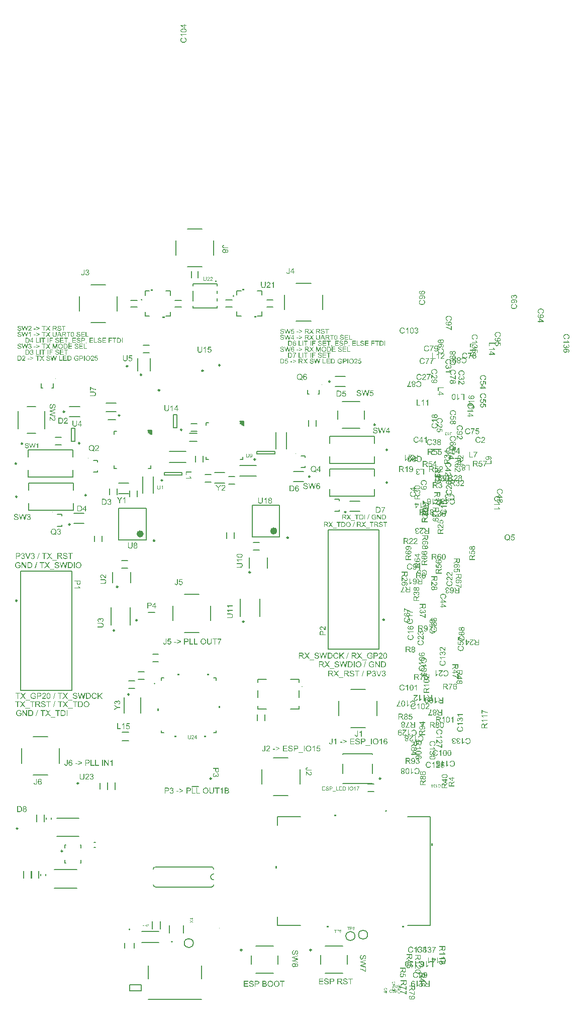
<source format=gto>
G04*
G04 #@! TF.GenerationSoftware,Altium Limited,Altium Designer,24.2.2 (26)*
G04*
G04 Layer_Color=65535*
%FSLAX44Y44*%
%MOMM*%
G71*
G04*
G04 #@! TF.SameCoordinates,1647D1FA-22C0-4C44-882E-AE6E89F1C5CA*
G04*
G04*
G04 #@! TF.FilePolarity,Positive*
G04*
G01*
G75*
%ADD10C,0.2500*%
%ADD11C,0.2000*%
%ADD12C,0.1000*%
%ADD13C,0.1524*%
%ADD14C,0.6000*%
%ADD15C,0.1270*%
%ADD16C,0.1500*%
G36*
X448269Y220795D02*
Y224605D01*
X445729D01*
Y220795D01*
X448269D01*
D02*
G37*
G36*
X279399Y444454D02*
X275589D01*
Y441914D01*
X279399D01*
Y444454D01*
D02*
G37*
G36*
X329412D02*
X325602D01*
Y441914D01*
X329412D01*
Y444454D01*
D02*
G37*
G36*
X535764Y123810D02*
Y121270D01*
X531954D01*
Y123810D01*
X535764D01*
D02*
G37*
G36*
X662764D02*
Y121270D01*
X658954D01*
Y123810D01*
X662764D01*
D02*
G37*
G36*
X548464Y308890D02*
Y311430D01*
X544654D01*
Y308890D01*
X548464D01*
D02*
G37*
G36*
X708349Y258895D02*
Y262705D01*
X710889D01*
Y258895D01*
X708349D01*
D02*
G37*
G36*
X249454Y489403D02*
X246914D01*
Y485593D01*
X249454D01*
Y489403D01*
D02*
G37*
G36*
X284401Y545546D02*
X280591D01*
Y548086D01*
X284401D01*
Y545546D01*
D02*
G37*
G36*
X350546Y494404D02*
X353086D01*
Y490594D01*
X350546D01*
Y494404D01*
D02*
G37*
G36*
X334413Y545546D02*
X330603D01*
Y548086D01*
X334413D01*
Y545546D01*
D02*
G37*
G36*
X259557Y1149484D02*
X255747D01*
Y1146945D01*
X259557D01*
Y1149484D01*
D02*
G37*
G36*
X239552Y1192664D02*
X235742D01*
Y1195204D01*
X239552D01*
Y1192664D01*
D02*
G37*
G36*
X413815Y1149938D02*
X410005D01*
Y1147398D01*
X413815D01*
Y1149938D01*
D02*
G37*
G36*
X393810Y1193118D02*
X390000D01*
Y1195658D01*
X393810D01*
Y1193118D01*
D02*
G37*
G36*
X82061Y1133521D02*
X82143D01*
X82367Y1133498D01*
X82613Y1133463D01*
X82871Y1133404D01*
X83153Y1133334D01*
X83411Y1133240D01*
X83423D01*
X83446Y1133228D01*
X83481Y1133205D01*
X83528Y1133181D01*
X83646Y1133122D01*
X83798Y1133017D01*
X83974Y1132899D01*
X84150Y1132747D01*
X84314Y1132571D01*
X84467Y1132372D01*
Y1132360D01*
X84479Y1132348D01*
X84502Y1132313D01*
X84526Y1132278D01*
X84584Y1132160D01*
X84655Y1132008D01*
X84737Y1131820D01*
X84796Y1131597D01*
X84854Y1131362D01*
X84878Y1131104D01*
X83845Y1131022D01*
Y1131034D01*
Y1131057D01*
X83833Y1131092D01*
X83822Y1131151D01*
X83786Y1131280D01*
X83739Y1131456D01*
X83669Y1131644D01*
X83563Y1131832D01*
X83434Y1132008D01*
X83270Y1132172D01*
X83247Y1132184D01*
X83188Y1132231D01*
X83070Y1132301D01*
X82918Y1132372D01*
X82718Y1132442D01*
X82484Y1132512D01*
X82190Y1132559D01*
X81862Y1132571D01*
X81698D01*
X81627Y1132559D01*
X81533Y1132548D01*
X81322Y1132524D01*
X81087Y1132477D01*
X80853Y1132418D01*
X80630Y1132325D01*
X80536Y1132266D01*
X80442Y1132207D01*
X80419Y1132195D01*
X80372Y1132149D01*
X80301Y1132066D01*
X80231Y1131973D01*
X80149Y1131843D01*
X80078Y1131703D01*
X80031Y1131538D01*
X80008Y1131350D01*
Y1131327D01*
Y1131280D01*
X80020Y1131198D01*
X80043Y1131104D01*
X80078Y1130987D01*
X80137Y1130869D01*
X80207Y1130752D01*
X80313Y1130635D01*
X80325Y1130623D01*
X80383Y1130588D01*
X80430Y1130553D01*
X80477Y1130529D01*
X80548Y1130494D01*
X80630Y1130447D01*
X80735Y1130412D01*
X80853Y1130365D01*
X80982Y1130318D01*
X81134Y1130259D01*
X81299Y1130212D01*
X81486Y1130154D01*
X81698Y1130107D01*
X81932Y1130048D01*
X81944D01*
X81991Y1130036D01*
X82061Y1130024D01*
X82143Y1130001D01*
X82249Y1129978D01*
X82378Y1129942D01*
X82507Y1129907D01*
X82648Y1129872D01*
X82953Y1129790D01*
X83247Y1129708D01*
X83387Y1129661D01*
X83517Y1129614D01*
X83634Y1129579D01*
X83728Y1129532D01*
X83739D01*
X83763Y1129520D01*
X83798Y1129496D01*
X83845Y1129473D01*
X83974Y1129403D01*
X84127Y1129309D01*
X84303Y1129180D01*
X84479Y1129039D01*
X84643Y1128875D01*
X84784Y1128699D01*
X84796Y1128675D01*
X84843Y1128616D01*
X84889Y1128511D01*
X84960Y1128370D01*
X85019Y1128206D01*
X85077Y1128006D01*
X85112Y1127783D01*
X85124Y1127549D01*
Y1127537D01*
Y1127525D01*
Y1127490D01*
Y1127443D01*
X85101Y1127314D01*
X85077Y1127150D01*
X85030Y1126962D01*
X84972Y1126762D01*
X84878Y1126551D01*
X84749Y1126328D01*
Y1126316D01*
X84737Y1126305D01*
X84678Y1126234D01*
X84596Y1126129D01*
X84479Y1126011D01*
X84326Y1125870D01*
X84138Y1125718D01*
X83927Y1125577D01*
X83681Y1125448D01*
X83669D01*
X83646Y1125436D01*
X83610Y1125424D01*
X83563Y1125401D01*
X83493Y1125378D01*
X83411Y1125342D01*
X83223Y1125295D01*
X83000Y1125237D01*
X82730Y1125178D01*
X82437Y1125143D01*
X82120Y1125131D01*
X81932D01*
X81838Y1125143D01*
X81733D01*
X81615Y1125155D01*
X81475Y1125166D01*
X81181Y1125213D01*
X80876Y1125260D01*
X80571Y1125342D01*
X80278Y1125448D01*
X80266D01*
X80243Y1125460D01*
X80207Y1125483D01*
X80160Y1125507D01*
X80020Y1125577D01*
X79855Y1125683D01*
X79668Y1125824D01*
X79468Y1125988D01*
X79280Y1126187D01*
X79104Y1126410D01*
Y1126422D01*
X79081Y1126445D01*
X79069Y1126481D01*
X79034Y1126527D01*
X79010Y1126586D01*
X78975Y1126657D01*
X78893Y1126833D01*
X78811Y1127056D01*
X78740Y1127302D01*
X78693Y1127584D01*
X78670Y1127877D01*
X79679Y1127971D01*
Y1127959D01*
Y1127947D01*
X79691Y1127912D01*
Y1127865D01*
X79714Y1127760D01*
X79750Y1127607D01*
X79797Y1127455D01*
X79844Y1127279D01*
X79926Y1127114D01*
X80008Y1126962D01*
X80020Y1126950D01*
X80055Y1126903D01*
X80113Y1126821D01*
X80207Y1126739D01*
X80325Y1126633D01*
X80454Y1126527D01*
X80630Y1126422D01*
X80817Y1126328D01*
X80829D01*
X80841Y1126316D01*
X80876Y1126305D01*
X80911Y1126293D01*
X81029Y1126258D01*
X81181Y1126211D01*
X81369Y1126164D01*
X81580Y1126129D01*
X81815Y1126105D01*
X82073Y1126093D01*
X82179D01*
X82296Y1126105D01*
X82437Y1126117D01*
X82601Y1126140D01*
X82789Y1126164D01*
X82977Y1126211D01*
X83153Y1126269D01*
X83176Y1126281D01*
X83235Y1126305D01*
X83317Y1126351D01*
X83423Y1126398D01*
X83528Y1126481D01*
X83646Y1126563D01*
X83763Y1126657D01*
X83857Y1126774D01*
X83869Y1126786D01*
X83892Y1126833D01*
X83927Y1126891D01*
X83974Y1126985D01*
X84021Y1127079D01*
X84056Y1127196D01*
X84080Y1127326D01*
X84092Y1127466D01*
Y1127478D01*
Y1127537D01*
X84080Y1127607D01*
X84068Y1127701D01*
X84033Y1127795D01*
X83998Y1127912D01*
X83939Y1128030D01*
X83857Y1128135D01*
X83845Y1128147D01*
X83810Y1128182D01*
X83763Y1128229D01*
X83681Y1128299D01*
X83587Y1128370D01*
X83458Y1128452D01*
X83305Y1128534D01*
X83129Y1128605D01*
X83118Y1128616D01*
X83059Y1128628D01*
X82965Y1128663D01*
X82906Y1128675D01*
X82824Y1128699D01*
X82742Y1128734D01*
X82636Y1128757D01*
X82519Y1128792D01*
X82378Y1128828D01*
X82237Y1128863D01*
X82073Y1128910D01*
X81885Y1128957D01*
X81686Y1129004D01*
X81674D01*
X81639Y1129015D01*
X81580Y1129027D01*
X81510Y1129051D01*
X81416Y1129074D01*
X81310Y1129098D01*
X81076Y1129168D01*
X80817Y1129250D01*
X80548Y1129332D01*
X80313Y1129414D01*
X80207Y1129461D01*
X80113Y1129508D01*
X80102D01*
X80090Y1129520D01*
X80020Y1129567D01*
X79914Y1129625D01*
X79797Y1129719D01*
X79656Y1129825D01*
X79515Y1129954D01*
X79374Y1130107D01*
X79257Y1130271D01*
X79245Y1130294D01*
X79210Y1130353D01*
X79163Y1130447D01*
X79116Y1130564D01*
X79069Y1130717D01*
X79022Y1130893D01*
X78987Y1131081D01*
X78975Y1131280D01*
Y1131292D01*
Y1131304D01*
Y1131339D01*
Y1131386D01*
X78999Y1131503D01*
X79022Y1131656D01*
X79057Y1131832D01*
X79116Y1132031D01*
X79198Y1132231D01*
X79315Y1132430D01*
Y1132442D01*
X79327Y1132454D01*
X79386Y1132524D01*
X79468Y1132618D01*
X79574Y1132735D01*
X79714Y1132864D01*
X79890Y1133005D01*
X80102Y1133134D01*
X80336Y1133252D01*
X80348D01*
X80372Y1133263D01*
X80407Y1133275D01*
X80454Y1133298D01*
X80512Y1133322D01*
X80595Y1133345D01*
X80771Y1133392D01*
X80993Y1133439D01*
X81252Y1133486D01*
X81522Y1133521D01*
X81827Y1133533D01*
X81979D01*
X82061Y1133521D01*
D02*
G37*
G36*
X14891D02*
X14973D01*
X15196Y1133498D01*
X15443Y1133463D01*
X15701Y1133404D01*
X15983Y1133334D01*
X16241Y1133240D01*
X16253D01*
X16276Y1133228D01*
X16311Y1133205D01*
X16358Y1133181D01*
X16476Y1133122D01*
X16628Y1133017D01*
X16804Y1132899D01*
X16980Y1132747D01*
X17144Y1132571D01*
X17297Y1132372D01*
Y1132360D01*
X17309Y1132348D01*
X17332Y1132313D01*
X17356Y1132278D01*
X17414Y1132160D01*
X17485Y1132008D01*
X17567Y1131820D01*
X17626Y1131597D01*
X17684Y1131362D01*
X17708Y1131104D01*
X16675Y1131022D01*
Y1131034D01*
Y1131057D01*
X16663Y1131092D01*
X16652Y1131151D01*
X16616Y1131280D01*
X16569Y1131456D01*
X16499Y1131644D01*
X16393Y1131832D01*
X16264Y1132008D01*
X16100Y1132172D01*
X16077Y1132184D01*
X16018Y1132231D01*
X15901Y1132301D01*
X15748Y1132372D01*
X15548Y1132442D01*
X15314Y1132512D01*
X15020Y1132559D01*
X14692Y1132571D01*
X14528D01*
X14457Y1132559D01*
X14363Y1132548D01*
X14152Y1132524D01*
X13917Y1132477D01*
X13683Y1132418D01*
X13460Y1132325D01*
X13366Y1132266D01*
X13272Y1132207D01*
X13248Y1132195D01*
X13202Y1132149D01*
X13131Y1132066D01*
X13061Y1131973D01*
X12979Y1131843D01*
X12908Y1131703D01*
X12861Y1131538D01*
X12838Y1131350D01*
Y1131327D01*
Y1131280D01*
X12850Y1131198D01*
X12873Y1131104D01*
X12908Y1130987D01*
X12967Y1130869D01*
X13037Y1130752D01*
X13143Y1130635D01*
X13155Y1130623D01*
X13213Y1130588D01*
X13260Y1130553D01*
X13307Y1130529D01*
X13378Y1130494D01*
X13460Y1130447D01*
X13565Y1130412D01*
X13683Y1130365D01*
X13812Y1130318D01*
X13964Y1130259D01*
X14129Y1130212D01*
X14316Y1130154D01*
X14528Y1130107D01*
X14762Y1130048D01*
X14774D01*
X14821Y1130036D01*
X14891Y1130024D01*
X14973Y1130001D01*
X15079Y1129978D01*
X15208Y1129942D01*
X15337Y1129907D01*
X15478Y1129872D01*
X15783Y1129790D01*
X16077Y1129708D01*
X16217Y1129661D01*
X16346Y1129614D01*
X16464Y1129579D01*
X16558Y1129532D01*
X16569D01*
X16593Y1129520D01*
X16628Y1129496D01*
X16675Y1129473D01*
X16804Y1129403D01*
X16957Y1129309D01*
X17133Y1129180D01*
X17309Y1129039D01*
X17473Y1128875D01*
X17614Y1128699D01*
X17626Y1128675D01*
X17672Y1128616D01*
X17719Y1128511D01*
X17790Y1128370D01*
X17849Y1128206D01*
X17907Y1128006D01*
X17942Y1127783D01*
X17954Y1127549D01*
Y1127537D01*
Y1127525D01*
Y1127490D01*
Y1127443D01*
X17931Y1127314D01*
X17907Y1127150D01*
X17860Y1126962D01*
X17802Y1126762D01*
X17708Y1126551D01*
X17579Y1126328D01*
Y1126316D01*
X17567Y1126305D01*
X17508Y1126234D01*
X17426Y1126129D01*
X17309Y1126011D01*
X17156Y1125870D01*
X16968Y1125718D01*
X16757Y1125577D01*
X16511Y1125448D01*
X16499D01*
X16476Y1125436D01*
X16440Y1125424D01*
X16393Y1125401D01*
X16323Y1125378D01*
X16241Y1125342D01*
X16053Y1125295D01*
X15830Y1125237D01*
X15560Y1125178D01*
X15267Y1125143D01*
X14950Y1125131D01*
X14762D01*
X14668Y1125143D01*
X14563D01*
X14445Y1125155D01*
X14305Y1125166D01*
X14011Y1125213D01*
X13706Y1125260D01*
X13401Y1125342D01*
X13108Y1125448D01*
X13096D01*
X13073Y1125460D01*
X13037Y1125483D01*
X12990Y1125507D01*
X12850Y1125577D01*
X12685Y1125683D01*
X12498Y1125824D01*
X12298Y1125988D01*
X12110Y1126187D01*
X11934Y1126410D01*
Y1126422D01*
X11911Y1126445D01*
X11899Y1126481D01*
X11864Y1126527D01*
X11840Y1126586D01*
X11805Y1126657D01*
X11723Y1126833D01*
X11641Y1127056D01*
X11570Y1127302D01*
X11523Y1127584D01*
X11500Y1127877D01*
X12509Y1127971D01*
Y1127959D01*
Y1127947D01*
X12521Y1127912D01*
Y1127865D01*
X12544Y1127760D01*
X12580Y1127607D01*
X12627Y1127455D01*
X12673Y1127279D01*
X12756Y1127114D01*
X12838Y1126962D01*
X12850Y1126950D01*
X12885Y1126903D01*
X12943Y1126821D01*
X13037Y1126739D01*
X13155Y1126633D01*
X13284Y1126527D01*
X13460Y1126422D01*
X13648Y1126328D01*
X13659D01*
X13671Y1126316D01*
X13706Y1126305D01*
X13741Y1126293D01*
X13859Y1126258D01*
X14011Y1126211D01*
X14199Y1126164D01*
X14410Y1126129D01*
X14645Y1126105D01*
X14903Y1126093D01*
X15009D01*
X15126Y1126105D01*
X15267Y1126117D01*
X15431Y1126140D01*
X15619Y1126164D01*
X15807Y1126211D01*
X15983Y1126269D01*
X16006Y1126281D01*
X16065Y1126305D01*
X16147Y1126351D01*
X16253Y1126398D01*
X16358Y1126481D01*
X16476Y1126563D01*
X16593Y1126657D01*
X16687Y1126774D01*
X16698Y1126786D01*
X16722Y1126833D01*
X16757Y1126891D01*
X16804Y1126985D01*
X16851Y1127079D01*
X16886Y1127196D01*
X16910Y1127326D01*
X16921Y1127466D01*
Y1127478D01*
Y1127537D01*
X16910Y1127607D01*
X16898Y1127701D01*
X16863Y1127795D01*
X16828Y1127912D01*
X16769Y1128030D01*
X16687Y1128135D01*
X16675Y1128147D01*
X16640Y1128182D01*
X16593Y1128229D01*
X16511Y1128299D01*
X16417Y1128370D01*
X16288Y1128452D01*
X16135Y1128534D01*
X15959Y1128605D01*
X15948Y1128616D01*
X15889Y1128628D01*
X15795Y1128663D01*
X15736Y1128675D01*
X15654Y1128699D01*
X15572Y1128734D01*
X15466Y1128757D01*
X15349Y1128792D01*
X15208Y1128828D01*
X15067Y1128863D01*
X14903Y1128910D01*
X14715Y1128957D01*
X14516Y1129004D01*
X14504D01*
X14469Y1129015D01*
X14410Y1129027D01*
X14340Y1129051D01*
X14246Y1129074D01*
X14140Y1129098D01*
X13906Y1129168D01*
X13648Y1129250D01*
X13378Y1129332D01*
X13143Y1129414D01*
X13037Y1129461D01*
X12943Y1129508D01*
X12932D01*
X12920Y1129520D01*
X12850Y1129567D01*
X12744Y1129625D01*
X12627Y1129719D01*
X12486Y1129825D01*
X12345Y1129954D01*
X12204Y1130107D01*
X12087Y1130271D01*
X12075Y1130294D01*
X12040Y1130353D01*
X11993Y1130447D01*
X11946Y1130564D01*
X11899Y1130717D01*
X11852Y1130893D01*
X11817Y1131081D01*
X11805Y1131280D01*
Y1131292D01*
Y1131304D01*
Y1131339D01*
Y1131386D01*
X11829Y1131503D01*
X11852Y1131656D01*
X11887Y1131832D01*
X11946Y1132031D01*
X12028Y1132231D01*
X12145Y1132430D01*
Y1132442D01*
X12157Y1132454D01*
X12216Y1132524D01*
X12298Y1132618D01*
X12404Y1132735D01*
X12544Y1132864D01*
X12720Y1133005D01*
X12932Y1133134D01*
X13166Y1133252D01*
X13178D01*
X13202Y1133263D01*
X13237Y1133275D01*
X13284Y1133298D01*
X13342Y1133322D01*
X13425Y1133345D01*
X13600Y1133392D01*
X13823Y1133439D01*
X14082Y1133486D01*
X14352Y1133521D01*
X14657Y1133533D01*
X14809D01*
X14891Y1133521D01*
D02*
G37*
G36*
X63685Y1129532D02*
X66724Y1125272D01*
X65398D01*
X63344Y1128159D01*
X63333Y1128170D01*
X63309Y1128206D01*
X63286Y1128253D01*
X63239Y1128311D01*
X63133Y1128475D01*
X63016Y1128652D01*
X63004Y1128640D01*
X62969Y1128593D01*
X62922Y1128522D01*
X62863Y1128429D01*
X62734Y1128241D01*
X62675Y1128159D01*
X62628Y1128088D01*
X60575Y1125272D01*
X59284D01*
X62417Y1129473D01*
X59648Y1133392D01*
X60927D01*
X62406Y1131304D01*
Y1131292D01*
X62429Y1131280D01*
X62453Y1131245D01*
X62488Y1131198D01*
X62558Y1131081D01*
X62664Y1130940D01*
X62769Y1130776D01*
X62875Y1130611D01*
X62969Y1130459D01*
X63051Y1130318D01*
X63063Y1130341D01*
X63098Y1130388D01*
X63157Y1130482D01*
X63239Y1130600D01*
X63333Y1130729D01*
X63450Y1130893D01*
X63567Y1131057D01*
X63708Y1131233D01*
X65328Y1133392D01*
X66501D01*
X63685Y1129532D01*
D02*
G37*
G36*
X42175Y1127713D02*
X39088D01*
Y1128710D01*
X42175D01*
Y1127713D01*
D02*
G37*
G36*
X48512Y1129755D02*
Y1128816D01*
X43149Y1126516D01*
Y1127513D01*
X47397Y1129274D01*
X43149Y1131022D01*
Y1132019D01*
X48512Y1129755D01*
D02*
G37*
G36*
X26908Y1125272D02*
X25852D01*
X24150Y1131456D01*
Y1131468D01*
X24138Y1131491D01*
X24127Y1131527D01*
X24115Y1131585D01*
X24080Y1131714D01*
X24044Y1131867D01*
X23998Y1132031D01*
X23951Y1132184D01*
X23915Y1132313D01*
X23904Y1132372D01*
X23892Y1132407D01*
Y1132395D01*
X23880Y1132383D01*
X23869Y1132313D01*
X23845Y1132207D01*
X23810Y1132078D01*
X23775Y1131937D01*
X23728Y1131773D01*
X23693Y1131609D01*
X23646Y1131456D01*
X21932Y1125272D01*
X20806D01*
X18682Y1133392D01*
X19797D01*
X21005Y1128065D01*
Y1128053D01*
X21017Y1128030D01*
X21029Y1127983D01*
X21040Y1127924D01*
X21052Y1127842D01*
X21076Y1127760D01*
X21099Y1127654D01*
X21123Y1127537D01*
X21181Y1127290D01*
X21240Y1127009D01*
X21299Y1126704D01*
X21357Y1126398D01*
Y1126410D01*
X21369Y1126457D01*
X21392Y1126516D01*
X21404Y1126610D01*
X21428Y1126704D01*
X21463Y1126821D01*
X21521Y1127079D01*
X21592Y1127337D01*
X21615Y1127466D01*
X21651Y1127584D01*
X21674Y1127689D01*
X21697Y1127783D01*
X21721Y1127854D01*
X21733Y1127900D01*
X23270Y1133392D01*
X24573D01*
X25723Y1129274D01*
Y1129262D01*
X25746Y1129203D01*
X25770Y1129121D01*
X25793Y1129015D01*
X25828Y1128875D01*
X25875Y1128722D01*
X25922Y1128546D01*
X25969Y1128346D01*
X26028Y1128123D01*
X26075Y1127900D01*
X26180Y1127419D01*
X26286Y1126915D01*
X26368Y1126398D01*
Y1126410D01*
X26380Y1126434D01*
Y1126481D01*
X26403Y1126539D01*
X26415Y1126610D01*
X26438Y1126692D01*
X26450Y1126797D01*
X26485Y1126915D01*
X26544Y1127173D01*
X26614Y1127478D01*
X26685Y1127807D01*
X26779Y1128170D01*
X28046Y1133392D01*
X29137D01*
X26908Y1125272D01*
D02*
G37*
G36*
X92423Y1132430D02*
X89748D01*
Y1125272D01*
X88668D01*
Y1132430D01*
X85992D01*
Y1133392D01*
X92423D01*
Y1132430D01*
D02*
G37*
G36*
X74715Y1133381D02*
X74821D01*
X75067Y1133369D01*
X75326Y1133334D01*
X75607Y1133298D01*
X75865Y1133240D01*
X75995Y1133205D01*
X76100Y1133169D01*
X76112D01*
X76123Y1133158D01*
X76194Y1133122D01*
X76300Y1133076D01*
X76429Y1132993D01*
X76569Y1132888D01*
X76722Y1132747D01*
X76863Y1132583D01*
X77004Y1132395D01*
Y1132383D01*
X77015Y1132372D01*
X77062Y1132301D01*
X77109Y1132184D01*
X77180Y1132031D01*
X77238Y1131855D01*
X77297Y1131644D01*
X77332Y1131421D01*
X77344Y1131174D01*
Y1131163D01*
Y1131139D01*
Y1131092D01*
X77332Y1131034D01*
Y1130952D01*
X77320Y1130869D01*
X77274Y1130670D01*
X77203Y1130435D01*
X77109Y1130189D01*
X76968Y1129942D01*
X76875Y1129825D01*
X76781Y1129708D01*
X76769Y1129696D01*
X76757Y1129684D01*
X76722Y1129649D01*
X76675Y1129614D01*
X76616Y1129567D01*
X76546Y1129520D01*
X76452Y1129461D01*
X76358Y1129391D01*
X76241Y1129332D01*
X76112Y1129274D01*
X75971Y1129203D01*
X75818Y1129144D01*
X75642Y1129098D01*
X75466Y1129039D01*
X75267Y1129004D01*
X75056Y1128968D01*
X75079Y1128957D01*
X75126Y1128933D01*
X75196Y1128886D01*
X75290Y1128839D01*
X75502Y1128710D01*
X75607Y1128628D01*
X75701Y1128558D01*
X75725Y1128534D01*
X75783Y1128475D01*
X75877Y1128382D01*
X75995Y1128264D01*
X76123Y1128100D01*
X76276Y1127924D01*
X76429Y1127713D01*
X76593Y1127478D01*
X77989Y1125272D01*
X76652D01*
X75584Y1126962D01*
Y1126973D01*
X75560Y1126997D01*
X75537Y1127032D01*
X75502Y1127079D01*
X75420Y1127208D01*
X75314Y1127372D01*
X75185Y1127549D01*
X75056Y1127736D01*
X74927Y1127912D01*
X74809Y1128076D01*
X74798Y1128088D01*
X74762Y1128135D01*
X74704Y1128206D01*
X74622Y1128288D01*
X74446Y1128464D01*
X74352Y1128546D01*
X74258Y1128616D01*
X74246Y1128628D01*
X74222Y1128640D01*
X74176Y1128663D01*
X74105Y1128699D01*
X74035Y1128734D01*
X73953Y1128769D01*
X73765Y1128828D01*
X73753D01*
X73730Y1128839D01*
X73683D01*
X73624Y1128851D01*
X73542Y1128863D01*
X73448D01*
X73319Y1128875D01*
X71934D01*
Y1125272D01*
X70855D01*
Y1133392D01*
X74622D01*
X74715Y1133381D01*
D02*
G37*
G36*
X59002Y1132430D02*
X56327D01*
Y1125272D01*
X55247D01*
Y1132430D01*
X52572D01*
Y1133392D01*
X59002D01*
Y1132430D01*
D02*
G37*
G36*
X32623Y1133416D02*
X32717Y1133404D01*
X32834Y1133392D01*
X32963Y1133369D01*
X33092Y1133345D01*
X33397Y1133263D01*
X33702Y1133146D01*
X33855Y1133076D01*
X34007Y1132993D01*
X34148Y1132888D01*
X34277Y1132770D01*
X34289Y1132759D01*
X34313Y1132747D01*
X34336Y1132700D01*
X34383Y1132653D01*
X34441Y1132594D01*
X34500Y1132512D01*
X34559Y1132430D01*
X34629Y1132325D01*
X34747Y1132102D01*
X34864Y1131820D01*
X34911Y1131679D01*
X34934Y1131515D01*
X34958Y1131350D01*
X34970Y1131174D01*
Y1131151D01*
Y1131092D01*
X34958Y1130999D01*
X34946Y1130869D01*
X34923Y1130729D01*
X34876Y1130564D01*
X34829Y1130388D01*
X34758Y1130212D01*
X34747Y1130189D01*
X34723Y1130130D01*
X34676Y1130036D01*
X34606Y1129907D01*
X34512Y1129766D01*
X34395Y1129590D01*
X34254Y1129414D01*
X34090Y1129215D01*
X34066Y1129191D01*
X34007Y1129121D01*
X33949Y1129062D01*
X33890Y1129004D01*
X33820Y1128933D01*
X33726Y1128839D01*
X33632Y1128745D01*
X33514Y1128640D01*
X33397Y1128522D01*
X33256Y1128393D01*
X33104Y1128264D01*
X32940Y1128112D01*
X32752Y1127959D01*
X32564Y1127795D01*
X32552Y1127783D01*
X32529Y1127760D01*
X32482Y1127725D01*
X32423Y1127678D01*
X32353Y1127607D01*
X32271Y1127537D01*
X32083Y1127384D01*
X31883Y1127208D01*
X31696Y1127032D01*
X31531Y1126880D01*
X31461Y1126821D01*
X31402Y1126762D01*
X31391Y1126750D01*
X31355Y1126715D01*
X31308Y1126668D01*
X31250Y1126598D01*
X31191Y1126516D01*
X31121Y1126434D01*
X30980Y1126234D01*
X34981D01*
Y1125272D01*
X29595D01*
Y1125284D01*
Y1125331D01*
Y1125401D01*
X29607Y1125495D01*
X29618Y1125601D01*
X29642Y1125718D01*
X29666Y1125835D01*
X29712Y1125964D01*
Y1125976D01*
X29724Y1125988D01*
X29748Y1126058D01*
X29795Y1126164D01*
X29865Y1126305D01*
X29959Y1126469D01*
X30076Y1126657D01*
X30205Y1126844D01*
X30370Y1127044D01*
Y1127056D01*
X30393Y1127067D01*
X30452Y1127138D01*
X30557Y1127243D01*
X30710Y1127396D01*
X30886Y1127572D01*
X31109Y1127783D01*
X31379Y1128018D01*
X31672Y1128264D01*
X31684Y1128276D01*
X31731Y1128311D01*
X31801Y1128370D01*
X31883Y1128440D01*
X31989Y1128534D01*
X32118Y1128640D01*
X32247Y1128757D01*
X32400Y1128886D01*
X32693Y1129168D01*
X32986Y1129449D01*
X33127Y1129590D01*
X33256Y1129731D01*
X33374Y1129860D01*
X33468Y1129989D01*
Y1130001D01*
X33491Y1130013D01*
X33514Y1130048D01*
X33538Y1130095D01*
X33620Y1130224D01*
X33714Y1130377D01*
X33796Y1130564D01*
X33878Y1130764D01*
X33925Y1130987D01*
X33949Y1131198D01*
Y1131210D01*
Y1131221D01*
X33937Y1131292D01*
X33925Y1131409D01*
X33890Y1131538D01*
X33843Y1131703D01*
X33761Y1131867D01*
X33655Y1132031D01*
X33514Y1132195D01*
X33491Y1132219D01*
X33432Y1132266D01*
X33350Y1132325D01*
X33221Y1132407D01*
X33057Y1132477D01*
X32869Y1132548D01*
X32646Y1132594D01*
X32400Y1132606D01*
X32329D01*
X32282Y1132594D01*
X32141Y1132583D01*
X31977Y1132548D01*
X31801Y1132501D01*
X31602Y1132418D01*
X31414Y1132313D01*
X31238Y1132172D01*
X31214Y1132149D01*
X31168Y1132090D01*
X31097Y1131996D01*
X31027Y1131855D01*
X30945Y1131691D01*
X30874Y1131480D01*
X30827Y1131245D01*
X30804Y1130975D01*
X29783Y1131081D01*
Y1131092D01*
X29795Y1131128D01*
Y1131186D01*
X29806Y1131268D01*
X29830Y1131362D01*
X29853Y1131468D01*
X29888Y1131597D01*
X29924Y1131726D01*
X30017Y1132008D01*
X30158Y1132289D01*
X30240Y1132430D01*
X30346Y1132571D01*
X30452Y1132700D01*
X30569Y1132817D01*
X30581Y1132829D01*
X30604Y1132841D01*
X30640Y1132876D01*
X30698Y1132911D01*
X30768Y1132958D01*
X30851Y1133005D01*
X30945Y1133064D01*
X31062Y1133122D01*
X31191Y1133181D01*
X31332Y1133240D01*
X31484Y1133287D01*
X31649Y1133334D01*
X31825Y1133369D01*
X32012Y1133404D01*
X32212Y1133416D01*
X32423Y1133428D01*
X32541D01*
X32623Y1133416D01*
D02*
G37*
G36*
X114226Y1123495D02*
X114309D01*
X114531Y1123472D01*
X114778Y1123437D01*
X115036Y1123378D01*
X115318Y1123307D01*
X115576Y1123214D01*
X115588D01*
X115611Y1123202D01*
X115646Y1123178D01*
X115693Y1123155D01*
X115811Y1123096D01*
X115963Y1122991D01*
X116139Y1122873D01*
X116315Y1122721D01*
X116480Y1122545D01*
X116632Y1122345D01*
Y1122334D01*
X116644Y1122322D01*
X116667Y1122287D01*
X116691Y1122251D01*
X116749Y1122134D01*
X116820Y1121982D01*
X116902Y1121794D01*
X116961Y1121571D01*
X117019Y1121336D01*
X117043Y1121078D01*
X116010Y1120996D01*
Y1121008D01*
Y1121031D01*
X115998Y1121066D01*
X115987Y1121125D01*
X115951Y1121254D01*
X115905Y1121430D01*
X115834Y1121618D01*
X115729Y1121805D01*
X115599Y1121982D01*
X115435Y1122146D01*
X115412Y1122158D01*
X115353Y1122204D01*
X115236Y1122275D01*
X115083Y1122345D01*
X114884Y1122416D01*
X114649Y1122486D01*
X114355Y1122533D01*
X114027Y1122545D01*
X113863D01*
X113792Y1122533D01*
X113698Y1122521D01*
X113487Y1122498D01*
X113252Y1122451D01*
X113018Y1122392D01*
X112795Y1122298D01*
X112701Y1122240D01*
X112607Y1122181D01*
X112584Y1122169D01*
X112537Y1122122D01*
X112466Y1122040D01*
X112396Y1121946D01*
X112314Y1121817D01*
X112243Y1121676D01*
X112196Y1121512D01*
X112173Y1121324D01*
Y1121301D01*
Y1121254D01*
X112185Y1121172D01*
X112208Y1121078D01*
X112243Y1120960D01*
X112302Y1120843D01*
X112372Y1120726D01*
X112478Y1120609D01*
X112490Y1120597D01*
X112548Y1120562D01*
X112595Y1120526D01*
X112642Y1120503D01*
X112713Y1120468D01*
X112795Y1120421D01*
X112900Y1120386D01*
X113018Y1120339D01*
X113147Y1120292D01*
X113299Y1120233D01*
X113464Y1120186D01*
X113651Y1120127D01*
X113863Y1120080D01*
X114097Y1120022D01*
X114109D01*
X114156Y1120010D01*
X114226Y1119998D01*
X114309Y1119975D01*
X114414Y1119951D01*
X114543Y1119916D01*
X114672Y1119881D01*
X114813Y1119846D01*
X115118Y1119764D01*
X115412Y1119681D01*
X115553Y1119634D01*
X115682Y1119588D01*
X115799Y1119552D01*
X115893Y1119505D01*
X115905D01*
X115928Y1119494D01*
X115963Y1119470D01*
X116010Y1119447D01*
X116139Y1119376D01*
X116292Y1119283D01*
X116468Y1119153D01*
X116644Y1119013D01*
X116808Y1118848D01*
X116949Y1118672D01*
X116961Y1118649D01*
X117008Y1118590D01*
X117055Y1118484D01*
X117125Y1118344D01*
X117184Y1118179D01*
X117242Y1117980D01*
X117277Y1117757D01*
X117289Y1117522D01*
Y1117511D01*
Y1117499D01*
Y1117464D01*
Y1117417D01*
X117266Y1117288D01*
X117242Y1117123D01*
X117195Y1116936D01*
X117137Y1116736D01*
X117043Y1116525D01*
X116914Y1116302D01*
Y1116290D01*
X116902Y1116278D01*
X116843Y1116208D01*
X116761Y1116102D01*
X116644Y1115985D01*
X116491Y1115844D01*
X116304Y1115692D01*
X116092Y1115551D01*
X115846Y1115422D01*
X115834D01*
X115811Y1115410D01*
X115775Y1115398D01*
X115729Y1115375D01*
X115658Y1115351D01*
X115576Y1115316D01*
X115388Y1115269D01*
X115165Y1115210D01*
X114895Y1115152D01*
X114602Y1115117D01*
X114285Y1115105D01*
X114097D01*
X114003Y1115117D01*
X113898D01*
X113780Y1115128D01*
X113640Y1115140D01*
X113346Y1115187D01*
X113041Y1115234D01*
X112736Y1115316D01*
X112443Y1115422D01*
X112431D01*
X112408Y1115434D01*
X112372Y1115457D01*
X112325Y1115480D01*
X112185Y1115551D01*
X112020Y1115656D01*
X111833Y1115797D01*
X111633Y1115962D01*
X111445Y1116161D01*
X111269Y1116384D01*
Y1116396D01*
X111246Y1116419D01*
X111234Y1116454D01*
X111199Y1116501D01*
X111175Y1116560D01*
X111140Y1116630D01*
X111058Y1116806D01*
X110976Y1117029D01*
X110906Y1117276D01*
X110859Y1117558D01*
X110835Y1117851D01*
X111844Y1117945D01*
Y1117933D01*
Y1117921D01*
X111856Y1117886D01*
Y1117839D01*
X111880Y1117734D01*
X111915Y1117581D01*
X111962Y1117428D01*
X112009Y1117252D01*
X112091Y1117088D01*
X112173Y1116936D01*
X112185Y1116924D01*
X112220Y1116877D01*
X112278Y1116795D01*
X112372Y1116712D01*
X112490Y1116607D01*
X112619Y1116501D01*
X112795Y1116396D01*
X112983Y1116302D01*
X112994D01*
X113006Y1116290D01*
X113041Y1116278D01*
X113076Y1116267D01*
X113194Y1116231D01*
X113346Y1116184D01*
X113534Y1116137D01*
X113745Y1116102D01*
X113980Y1116079D01*
X114238Y1116067D01*
X114344D01*
X114461Y1116079D01*
X114602Y1116091D01*
X114766Y1116114D01*
X114954Y1116137D01*
X115142Y1116184D01*
X115318Y1116243D01*
X115341Y1116255D01*
X115400Y1116278D01*
X115482Y1116325D01*
X115588Y1116372D01*
X115693Y1116454D01*
X115811Y1116536D01*
X115928Y1116630D01*
X116022Y1116748D01*
X116034Y1116759D01*
X116057Y1116806D01*
X116092Y1116865D01*
X116139Y1116959D01*
X116186Y1117053D01*
X116221Y1117170D01*
X116245Y1117299D01*
X116257Y1117440D01*
Y1117452D01*
Y1117511D01*
X116245Y1117581D01*
X116233Y1117675D01*
X116198Y1117769D01*
X116163Y1117886D01*
X116104Y1118003D01*
X116022Y1118109D01*
X116010Y1118121D01*
X115975Y1118156D01*
X115928Y1118203D01*
X115846Y1118273D01*
X115752Y1118344D01*
X115623Y1118426D01*
X115470Y1118508D01*
X115294Y1118578D01*
X115283Y1118590D01*
X115224Y1118602D01*
X115130Y1118637D01*
X115071Y1118649D01*
X114989Y1118672D01*
X114907Y1118708D01*
X114801Y1118731D01*
X114684Y1118766D01*
X114543Y1118801D01*
X114403Y1118837D01*
X114238Y1118884D01*
X114050Y1118930D01*
X113851Y1118977D01*
X113839D01*
X113804Y1118989D01*
X113745Y1119001D01*
X113675Y1119024D01*
X113581Y1119048D01*
X113475Y1119071D01*
X113241Y1119142D01*
X112983Y1119224D01*
X112713Y1119306D01*
X112478Y1119388D01*
X112372Y1119435D01*
X112278Y1119482D01*
X112267D01*
X112255Y1119494D01*
X112185Y1119541D01*
X112079Y1119599D01*
X111962Y1119693D01*
X111821Y1119799D01*
X111680Y1119928D01*
X111539Y1120080D01*
X111422Y1120245D01*
X111410Y1120268D01*
X111375Y1120327D01*
X111328Y1120421D01*
X111281Y1120538D01*
X111234Y1120691D01*
X111187Y1120867D01*
X111152Y1121054D01*
X111140Y1121254D01*
Y1121266D01*
Y1121277D01*
Y1121313D01*
Y1121359D01*
X111164Y1121477D01*
X111187Y1121629D01*
X111222Y1121805D01*
X111281Y1122005D01*
X111363Y1122204D01*
X111481Y1122404D01*
Y1122416D01*
X111492Y1122427D01*
X111551Y1122498D01*
X111633Y1122592D01*
X111739Y1122709D01*
X111880Y1122838D01*
X112056Y1122979D01*
X112267Y1123108D01*
X112501Y1123225D01*
X112513D01*
X112537Y1123237D01*
X112572Y1123249D01*
X112619Y1123272D01*
X112677Y1123296D01*
X112760Y1123319D01*
X112936Y1123366D01*
X113159Y1123413D01*
X113417Y1123460D01*
X113687Y1123495D01*
X113992Y1123507D01*
X114144D01*
X114226Y1123495D01*
D02*
G37*
G36*
X14891D02*
X14973D01*
X15196Y1123472D01*
X15443Y1123437D01*
X15701Y1123378D01*
X15983Y1123307D01*
X16241Y1123214D01*
X16253D01*
X16276Y1123202D01*
X16311Y1123178D01*
X16358Y1123155D01*
X16476Y1123096D01*
X16628Y1122991D01*
X16804Y1122873D01*
X16980Y1122721D01*
X17144Y1122545D01*
X17297Y1122345D01*
Y1122334D01*
X17309Y1122322D01*
X17332Y1122287D01*
X17356Y1122251D01*
X17414Y1122134D01*
X17485Y1121982D01*
X17567Y1121794D01*
X17626Y1121571D01*
X17684Y1121336D01*
X17708Y1121078D01*
X16675Y1120996D01*
Y1121008D01*
Y1121031D01*
X16663Y1121066D01*
X16652Y1121125D01*
X16616Y1121254D01*
X16569Y1121430D01*
X16499Y1121618D01*
X16393Y1121805D01*
X16264Y1121982D01*
X16100Y1122146D01*
X16077Y1122158D01*
X16018Y1122204D01*
X15901Y1122275D01*
X15748Y1122345D01*
X15548Y1122416D01*
X15314Y1122486D01*
X15020Y1122533D01*
X14692Y1122545D01*
X14528D01*
X14457Y1122533D01*
X14363Y1122521D01*
X14152Y1122498D01*
X13917Y1122451D01*
X13683Y1122392D01*
X13460Y1122298D01*
X13366Y1122240D01*
X13272Y1122181D01*
X13248Y1122169D01*
X13202Y1122122D01*
X13131Y1122040D01*
X13061Y1121946D01*
X12979Y1121817D01*
X12908Y1121676D01*
X12861Y1121512D01*
X12838Y1121324D01*
Y1121301D01*
Y1121254D01*
X12850Y1121172D01*
X12873Y1121078D01*
X12908Y1120960D01*
X12967Y1120843D01*
X13037Y1120726D01*
X13143Y1120609D01*
X13155Y1120597D01*
X13213Y1120562D01*
X13260Y1120526D01*
X13307Y1120503D01*
X13378Y1120468D01*
X13460Y1120421D01*
X13565Y1120386D01*
X13683Y1120339D01*
X13812Y1120292D01*
X13964Y1120233D01*
X14129Y1120186D01*
X14316Y1120127D01*
X14528Y1120080D01*
X14762Y1120022D01*
X14774D01*
X14821Y1120010D01*
X14891Y1119998D01*
X14973Y1119975D01*
X15079Y1119951D01*
X15208Y1119916D01*
X15337Y1119881D01*
X15478Y1119846D01*
X15783Y1119764D01*
X16077Y1119681D01*
X16217Y1119634D01*
X16346Y1119588D01*
X16464Y1119552D01*
X16558Y1119505D01*
X16569D01*
X16593Y1119494D01*
X16628Y1119470D01*
X16675Y1119447D01*
X16804Y1119376D01*
X16957Y1119283D01*
X17133Y1119153D01*
X17309Y1119013D01*
X17473Y1118848D01*
X17614Y1118672D01*
X17626Y1118649D01*
X17672Y1118590D01*
X17719Y1118484D01*
X17790Y1118344D01*
X17849Y1118179D01*
X17907Y1117980D01*
X17942Y1117757D01*
X17954Y1117522D01*
Y1117511D01*
Y1117499D01*
Y1117464D01*
Y1117417D01*
X17931Y1117288D01*
X17907Y1117123D01*
X17860Y1116936D01*
X17802Y1116736D01*
X17708Y1116525D01*
X17579Y1116302D01*
Y1116290D01*
X17567Y1116278D01*
X17508Y1116208D01*
X17426Y1116102D01*
X17309Y1115985D01*
X17156Y1115844D01*
X16968Y1115692D01*
X16757Y1115551D01*
X16511Y1115422D01*
X16499D01*
X16476Y1115410D01*
X16440Y1115398D01*
X16393Y1115375D01*
X16323Y1115351D01*
X16241Y1115316D01*
X16053Y1115269D01*
X15830Y1115210D01*
X15560Y1115152D01*
X15267Y1115117D01*
X14950Y1115105D01*
X14762D01*
X14668Y1115117D01*
X14563D01*
X14445Y1115128D01*
X14305Y1115140D01*
X14011Y1115187D01*
X13706Y1115234D01*
X13401Y1115316D01*
X13108Y1115422D01*
X13096D01*
X13073Y1115434D01*
X13037Y1115457D01*
X12990Y1115480D01*
X12850Y1115551D01*
X12685Y1115656D01*
X12498Y1115797D01*
X12298Y1115962D01*
X12110Y1116161D01*
X11934Y1116384D01*
Y1116396D01*
X11911Y1116419D01*
X11899Y1116454D01*
X11864Y1116501D01*
X11840Y1116560D01*
X11805Y1116630D01*
X11723Y1116806D01*
X11641Y1117029D01*
X11570Y1117276D01*
X11523Y1117558D01*
X11500Y1117851D01*
X12509Y1117945D01*
Y1117933D01*
Y1117921D01*
X12521Y1117886D01*
Y1117839D01*
X12544Y1117734D01*
X12580Y1117581D01*
X12627Y1117428D01*
X12673Y1117252D01*
X12756Y1117088D01*
X12838Y1116936D01*
X12850Y1116924D01*
X12885Y1116877D01*
X12943Y1116795D01*
X13037Y1116712D01*
X13155Y1116607D01*
X13284Y1116501D01*
X13460Y1116396D01*
X13648Y1116302D01*
X13659D01*
X13671Y1116290D01*
X13706Y1116278D01*
X13741Y1116267D01*
X13859Y1116231D01*
X14011Y1116184D01*
X14199Y1116137D01*
X14410Y1116102D01*
X14645Y1116079D01*
X14903Y1116067D01*
X15009D01*
X15126Y1116079D01*
X15267Y1116091D01*
X15431Y1116114D01*
X15619Y1116137D01*
X15807Y1116184D01*
X15983Y1116243D01*
X16006Y1116255D01*
X16065Y1116278D01*
X16147Y1116325D01*
X16253Y1116372D01*
X16358Y1116454D01*
X16476Y1116536D01*
X16593Y1116630D01*
X16687Y1116748D01*
X16698Y1116759D01*
X16722Y1116806D01*
X16757Y1116865D01*
X16804Y1116959D01*
X16851Y1117053D01*
X16886Y1117170D01*
X16910Y1117299D01*
X16921Y1117440D01*
Y1117452D01*
Y1117511D01*
X16910Y1117581D01*
X16898Y1117675D01*
X16863Y1117769D01*
X16828Y1117886D01*
X16769Y1118003D01*
X16687Y1118109D01*
X16675Y1118121D01*
X16640Y1118156D01*
X16593Y1118203D01*
X16511Y1118273D01*
X16417Y1118344D01*
X16288Y1118426D01*
X16135Y1118508D01*
X15959Y1118578D01*
X15948Y1118590D01*
X15889Y1118602D01*
X15795Y1118637D01*
X15736Y1118649D01*
X15654Y1118672D01*
X15572Y1118708D01*
X15466Y1118731D01*
X15349Y1118766D01*
X15208Y1118801D01*
X15067Y1118837D01*
X14903Y1118884D01*
X14715Y1118930D01*
X14516Y1118977D01*
X14504D01*
X14469Y1118989D01*
X14410Y1119001D01*
X14340Y1119024D01*
X14246Y1119048D01*
X14140Y1119071D01*
X13906Y1119142D01*
X13648Y1119224D01*
X13378Y1119306D01*
X13143Y1119388D01*
X13037Y1119435D01*
X12943Y1119482D01*
X12932D01*
X12920Y1119494D01*
X12850Y1119541D01*
X12744Y1119599D01*
X12627Y1119693D01*
X12486Y1119799D01*
X12345Y1119928D01*
X12204Y1120080D01*
X12087Y1120245D01*
X12075Y1120268D01*
X12040Y1120327D01*
X11993Y1120421D01*
X11946Y1120538D01*
X11899Y1120691D01*
X11852Y1120867D01*
X11817Y1121054D01*
X11805Y1121254D01*
Y1121266D01*
Y1121277D01*
Y1121313D01*
Y1121359D01*
X11829Y1121477D01*
X11852Y1121629D01*
X11887Y1121805D01*
X11946Y1122005D01*
X12028Y1122204D01*
X12145Y1122404D01*
Y1122416D01*
X12157Y1122427D01*
X12216Y1122498D01*
X12298Y1122592D01*
X12404Y1122709D01*
X12544Y1122838D01*
X12720Y1122979D01*
X12932Y1123108D01*
X13166Y1123225D01*
X13178D01*
X13202Y1123237D01*
X13237Y1123249D01*
X13284Y1123272D01*
X13342Y1123296D01*
X13425Y1123319D01*
X13600Y1123366D01*
X13823Y1123413D01*
X14082Y1123460D01*
X14352Y1123495D01*
X14657Y1123507D01*
X14809D01*
X14891Y1123495D01*
D02*
G37*
G36*
X63685Y1119505D02*
X66724Y1115246D01*
X65398D01*
X63344Y1118132D01*
X63333Y1118144D01*
X63309Y1118179D01*
X63286Y1118226D01*
X63239Y1118285D01*
X63133Y1118449D01*
X63016Y1118625D01*
X63004Y1118614D01*
X62969Y1118567D01*
X62922Y1118496D01*
X62863Y1118402D01*
X62734Y1118215D01*
X62675Y1118132D01*
X62628Y1118062D01*
X60575Y1115246D01*
X59284D01*
X62417Y1119447D01*
X59648Y1123366D01*
X60927D01*
X62406Y1121277D01*
Y1121266D01*
X62429Y1121254D01*
X62453Y1121219D01*
X62488Y1121172D01*
X62558Y1121054D01*
X62664Y1120914D01*
X62769Y1120749D01*
X62875Y1120585D01*
X62969Y1120433D01*
X63051Y1120292D01*
X63063Y1120315D01*
X63098Y1120362D01*
X63157Y1120456D01*
X63239Y1120573D01*
X63333Y1120702D01*
X63450Y1120867D01*
X63567Y1121031D01*
X63708Y1121207D01*
X65328Y1123366D01*
X66501D01*
X63685Y1119505D01*
D02*
G37*
G36*
X42175Y1117686D02*
X39088D01*
Y1118684D01*
X42175D01*
Y1117686D01*
D02*
G37*
G36*
X48512Y1119728D02*
Y1118790D01*
X43149Y1116490D01*
Y1117487D01*
X47397Y1119247D01*
X43149Y1120996D01*
Y1121993D01*
X48512Y1119728D01*
D02*
G37*
G36*
X26908Y1115246D02*
X25852D01*
X24150Y1121430D01*
Y1121442D01*
X24138Y1121465D01*
X24127Y1121500D01*
X24115Y1121559D01*
X24080Y1121688D01*
X24044Y1121841D01*
X23998Y1122005D01*
X23951Y1122158D01*
X23915Y1122287D01*
X23904Y1122345D01*
X23892Y1122381D01*
Y1122369D01*
X23880Y1122357D01*
X23869Y1122287D01*
X23845Y1122181D01*
X23810Y1122052D01*
X23775Y1121911D01*
X23728Y1121747D01*
X23693Y1121582D01*
X23646Y1121430D01*
X21932Y1115246D01*
X20806D01*
X18682Y1123366D01*
X19797D01*
X21005Y1118039D01*
Y1118027D01*
X21017Y1118003D01*
X21029Y1117956D01*
X21040Y1117898D01*
X21052Y1117816D01*
X21076Y1117734D01*
X21099Y1117628D01*
X21123Y1117511D01*
X21181Y1117264D01*
X21240Y1116982D01*
X21299Y1116677D01*
X21357Y1116372D01*
Y1116384D01*
X21369Y1116431D01*
X21392Y1116490D01*
X21404Y1116583D01*
X21428Y1116677D01*
X21463Y1116795D01*
X21521Y1117053D01*
X21592Y1117311D01*
X21615Y1117440D01*
X21651Y1117558D01*
X21674Y1117663D01*
X21697Y1117757D01*
X21721Y1117827D01*
X21733Y1117874D01*
X23270Y1123366D01*
X24573D01*
X25723Y1119247D01*
Y1119236D01*
X25746Y1119177D01*
X25770Y1119095D01*
X25793Y1118989D01*
X25828Y1118848D01*
X25875Y1118696D01*
X25922Y1118520D01*
X25969Y1118320D01*
X26028Y1118097D01*
X26075Y1117874D01*
X26180Y1117393D01*
X26286Y1116889D01*
X26368Y1116372D01*
Y1116384D01*
X26380Y1116407D01*
Y1116454D01*
X26403Y1116513D01*
X26415Y1116583D01*
X26438Y1116666D01*
X26450Y1116771D01*
X26485Y1116889D01*
X26544Y1117147D01*
X26614Y1117452D01*
X26685Y1117780D01*
X26779Y1118144D01*
X28046Y1123366D01*
X29137D01*
X26908Y1115246D01*
D02*
G37*
G36*
X77238Y1118672D02*
Y1118661D01*
Y1118614D01*
Y1118555D01*
Y1118473D01*
X77227Y1118367D01*
Y1118250D01*
X77215Y1118109D01*
X77203Y1117968D01*
X77168Y1117651D01*
X77121Y1117323D01*
X77051Y1117006D01*
X77004Y1116853D01*
X76957Y1116712D01*
Y1116701D01*
X76945Y1116677D01*
X76922Y1116642D01*
X76898Y1116595D01*
X76828Y1116466D01*
X76722Y1116302D01*
X76581Y1116114D01*
X76417Y1115926D01*
X76206Y1115727D01*
X75947Y1115551D01*
X75936D01*
X75912Y1115527D01*
X75877Y1115516D01*
X75818Y1115480D01*
X75748Y1115445D01*
X75654Y1115410D01*
X75560Y1115375D01*
X75443Y1115328D01*
X75314Y1115281D01*
X75173Y1115246D01*
X75020Y1115210D01*
X74844Y1115175D01*
X74668Y1115152D01*
X74481Y1115128D01*
X74058Y1115105D01*
X73953D01*
X73871Y1115117D01*
X73777D01*
X73659Y1115128D01*
X73530Y1115140D01*
X73401Y1115152D01*
X73108Y1115199D01*
X72791Y1115269D01*
X72486Y1115363D01*
X72192Y1115492D01*
X72181D01*
X72157Y1115516D01*
X72122Y1115539D01*
X72075Y1115563D01*
X71946Y1115656D01*
X71793Y1115786D01*
X71617Y1115950D01*
X71453Y1116137D01*
X71289Y1116372D01*
X71160Y1116630D01*
Y1116642D01*
X71148Y1116666D01*
X71136Y1116712D01*
X71113Y1116771D01*
X71089Y1116842D01*
X71066Y1116936D01*
X71031Y1117041D01*
X71007Y1117170D01*
X70984Y1117311D01*
X70949Y1117464D01*
X70925Y1117628D01*
X70902Y1117804D01*
X70878Y1118003D01*
X70866Y1118215D01*
X70855Y1118438D01*
Y1118672D01*
Y1123366D01*
X71934D01*
Y1118672D01*
Y1118661D01*
Y1118625D01*
Y1118567D01*
Y1118496D01*
X71946Y1118414D01*
Y1118308D01*
X71958Y1118085D01*
X71981Y1117827D01*
X72016Y1117569D01*
X72063Y1117323D01*
X72087Y1117217D01*
X72122Y1117112D01*
X72134Y1117088D01*
X72157Y1117029D01*
X72216Y1116947D01*
X72286Y1116830D01*
X72368Y1116712D01*
X72486Y1116583D01*
X72627Y1116454D01*
X72791Y1116349D01*
X72814Y1116337D01*
X72873Y1116302D01*
X72979Y1116267D01*
X73119Y1116220D01*
X73284Y1116161D01*
X73495Y1116126D01*
X73718Y1116091D01*
X73964Y1116079D01*
X74082D01*
X74152Y1116091D01*
X74258D01*
X74363Y1116102D01*
X74622Y1116149D01*
X74903Y1116208D01*
X75173Y1116302D01*
X75431Y1116431D01*
X75549Y1116513D01*
X75654Y1116607D01*
X75666Y1116619D01*
X75678Y1116630D01*
X75701Y1116666D01*
X75736Y1116712D01*
X75771Y1116783D01*
X75818Y1116853D01*
X75865Y1116959D01*
X75912Y1117065D01*
X75959Y1117194D01*
X75995Y1117346D01*
X76041Y1117522D01*
X76077Y1117710D01*
X76112Y1117921D01*
X76135Y1118144D01*
X76159Y1118402D01*
Y1118672D01*
Y1123366D01*
X77238D01*
Y1118672D01*
D02*
G37*
G36*
X127369Y1116208D02*
X131371D01*
Y1115246D01*
X126290D01*
Y1123366D01*
X127369D01*
Y1116208D01*
D02*
G37*
G36*
X124659Y1122404D02*
X119859D01*
Y1119928D01*
X124354D01*
Y1118966D01*
X119859D01*
Y1116208D01*
X124846D01*
Y1115246D01*
X118779D01*
Y1123366D01*
X124659D01*
Y1122404D01*
D02*
G37*
G36*
X100614D02*
X97938D01*
Y1115246D01*
X96859D01*
Y1122404D01*
X94183D01*
Y1123366D01*
X100614D01*
Y1122404D01*
D02*
G37*
G36*
X90475Y1123354D02*
X90581D01*
X90827Y1123343D01*
X91085Y1123307D01*
X91367Y1123272D01*
X91625Y1123214D01*
X91754Y1123178D01*
X91860Y1123143D01*
X91872D01*
X91883Y1123131D01*
X91954Y1123096D01*
X92059Y1123049D01*
X92189Y1122967D01*
X92329Y1122862D01*
X92482Y1122721D01*
X92623Y1122557D01*
X92764Y1122369D01*
Y1122357D01*
X92775Y1122345D01*
X92822Y1122275D01*
X92869Y1122158D01*
X92940Y1122005D01*
X92998Y1121829D01*
X93057Y1121618D01*
X93092Y1121395D01*
X93104Y1121148D01*
Y1121137D01*
Y1121113D01*
Y1121066D01*
X93092Y1121008D01*
Y1120925D01*
X93080Y1120843D01*
X93033Y1120644D01*
X92963Y1120409D01*
X92869Y1120163D01*
X92728Y1119916D01*
X92634Y1119799D01*
X92541Y1119681D01*
X92529Y1119670D01*
X92517Y1119658D01*
X92482Y1119623D01*
X92435Y1119588D01*
X92376Y1119541D01*
X92306Y1119494D01*
X92212Y1119435D01*
X92118Y1119365D01*
X92001Y1119306D01*
X91872Y1119247D01*
X91731Y1119177D01*
X91578Y1119118D01*
X91402Y1119071D01*
X91226Y1119013D01*
X91027Y1118977D01*
X90815Y1118942D01*
X90839Y1118930D01*
X90886Y1118907D01*
X90956Y1118860D01*
X91050Y1118813D01*
X91261Y1118684D01*
X91367Y1118602D01*
X91461Y1118531D01*
X91484Y1118508D01*
X91543Y1118449D01*
X91637Y1118355D01*
X91754Y1118238D01*
X91883Y1118074D01*
X92036Y1117898D01*
X92189Y1117686D01*
X92353Y1117452D01*
X93749Y1115246D01*
X92411D01*
X91344Y1116936D01*
Y1116947D01*
X91320Y1116971D01*
X91297Y1117006D01*
X91261Y1117053D01*
X91179Y1117182D01*
X91074Y1117346D01*
X90945Y1117522D01*
X90815Y1117710D01*
X90686Y1117886D01*
X90569Y1118050D01*
X90557Y1118062D01*
X90522Y1118109D01*
X90463Y1118179D01*
X90381Y1118261D01*
X90205Y1118438D01*
X90111Y1118520D01*
X90017Y1118590D01*
X90006Y1118602D01*
X89982Y1118614D01*
X89935Y1118637D01*
X89865Y1118672D01*
X89795Y1118708D01*
X89712Y1118743D01*
X89525Y1118801D01*
X89513D01*
X89489Y1118813D01*
X89443D01*
X89384Y1118825D01*
X89302Y1118837D01*
X89208D01*
X89079Y1118848D01*
X87694D01*
Y1115246D01*
X86615D01*
Y1123366D01*
X90381D01*
X90475Y1123354D01*
D02*
G37*
G36*
X85734Y1115246D02*
X84514D01*
X83563Y1117710D01*
X80160D01*
X79280Y1115246D01*
X78142D01*
X81240Y1123366D01*
X82413D01*
X85734Y1115246D01*
D02*
G37*
G36*
X59002Y1122404D02*
X56327D01*
Y1115246D01*
X55247D01*
Y1122404D01*
X52572D01*
Y1123366D01*
X59002D01*
Y1122404D01*
D02*
G37*
G36*
X33491Y1115246D02*
X32494D01*
Y1121594D01*
X32482Y1121582D01*
X32423Y1121536D01*
X32353Y1121465D01*
X32235Y1121383D01*
X32106Y1121277D01*
X31942Y1121160D01*
X31754Y1121031D01*
X31543Y1120902D01*
X31531D01*
X31520Y1120890D01*
X31449Y1120843D01*
X31332Y1120785D01*
X31191Y1120714D01*
X31027Y1120632D01*
X30851Y1120550D01*
X30675Y1120468D01*
X30499Y1120397D01*
Y1121359D01*
X30510D01*
X30534Y1121383D01*
X30581Y1121395D01*
X30640Y1121430D01*
X30710Y1121465D01*
X30792Y1121512D01*
X30991Y1121629D01*
X31226Y1121758D01*
X31461Y1121923D01*
X31707Y1122111D01*
X31954Y1122310D01*
X31965Y1122322D01*
X31977Y1122334D01*
X32012Y1122369D01*
X32059Y1122404D01*
X32165Y1122521D01*
X32306Y1122662D01*
X32447Y1122826D01*
X32599Y1123014D01*
X32728Y1123202D01*
X32846Y1123401D01*
X33491D01*
Y1115246D01*
D02*
G37*
G36*
X104205Y1123390D02*
X104358Y1123366D01*
X104534Y1123331D01*
X104721Y1123284D01*
X104921Y1123225D01*
X105108Y1123131D01*
X105120D01*
X105132Y1123120D01*
X105191Y1123084D01*
X105285Y1123026D01*
X105402Y1122944D01*
X105531Y1122826D01*
X105672Y1122697D01*
X105801Y1122545D01*
X105930Y1122369D01*
X105942Y1122345D01*
X105989Y1122287D01*
X106036Y1122181D01*
X106118Y1122028D01*
X106188Y1121852D01*
X106282Y1121653D01*
X106364Y1121418D01*
X106434Y1121160D01*
Y1121148D01*
X106446Y1121125D01*
X106458Y1121090D01*
X106470Y1121031D01*
X106482Y1120960D01*
X106493Y1120878D01*
X106517Y1120773D01*
X106528Y1120655D01*
X106552Y1120526D01*
X106564Y1120386D01*
X106575Y1120221D01*
X106599Y1120057D01*
X106611Y1119869D01*
Y1119681D01*
X106622Y1119470D01*
Y1119247D01*
Y1119236D01*
Y1119189D01*
Y1119106D01*
Y1119013D01*
X106611Y1118884D01*
Y1118743D01*
X106599Y1118590D01*
X106587Y1118426D01*
X106552Y1118050D01*
X106493Y1117663D01*
X106423Y1117288D01*
X106376Y1117112D01*
X106317Y1116936D01*
Y1116924D01*
X106306Y1116900D01*
X106282Y1116853D01*
X106258Y1116795D01*
X106235Y1116712D01*
X106188Y1116630D01*
X106094Y1116431D01*
X105977Y1116220D01*
X105824Y1115985D01*
X105648Y1115774D01*
X105437Y1115574D01*
X105425D01*
X105414Y1115551D01*
X105378Y1115527D01*
X105331Y1115504D01*
X105273Y1115469D01*
X105214Y1115422D01*
X105038Y1115340D01*
X104827Y1115257D01*
X104580Y1115175D01*
X104287Y1115128D01*
X103970Y1115105D01*
X103853D01*
X103771Y1115117D01*
X103677Y1115128D01*
X103560Y1115152D01*
X103430Y1115175D01*
X103290Y1115210D01*
X103149Y1115257D01*
X102996Y1115304D01*
X102844Y1115375D01*
X102691Y1115457D01*
X102539Y1115551D01*
X102386Y1115668D01*
X102245Y1115797D01*
X102116Y1115938D01*
X102104Y1115950D01*
X102081Y1115985D01*
X102046Y1116044D01*
X101987Y1116137D01*
X101928Y1116243D01*
X101870Y1116384D01*
X101788Y1116548D01*
X101717Y1116736D01*
X101647Y1116947D01*
X101576Y1117194D01*
X101506Y1117464D01*
X101447Y1117769D01*
X101389Y1118097D01*
X101353Y1118449D01*
X101330Y1118837D01*
X101318Y1119247D01*
Y1119259D01*
Y1119306D01*
Y1119388D01*
Y1119482D01*
X101330Y1119611D01*
Y1119752D01*
X101342Y1119904D01*
X101353Y1120080D01*
X101389Y1120444D01*
X101447Y1120832D01*
X101518Y1121219D01*
X101565Y1121395D01*
X101611Y1121571D01*
Y1121582D01*
X101623Y1121606D01*
X101647Y1121653D01*
X101670Y1121712D01*
X101694Y1121794D01*
X101741Y1121876D01*
X101834Y1122075D01*
X101952Y1122287D01*
X102104Y1122510D01*
X102280Y1122732D01*
X102492Y1122920D01*
X102503D01*
X102515Y1122944D01*
X102550Y1122967D01*
X102597Y1122991D01*
X102656Y1123038D01*
X102726Y1123073D01*
X102902Y1123167D01*
X103114Y1123249D01*
X103360Y1123331D01*
X103653Y1123378D01*
X103970Y1123401D01*
X104076D01*
X104205Y1123390D01*
D02*
G37*
G36*
X149795Y1113469D02*
X149877D01*
X150100Y1113446D01*
X150346Y1113410D01*
X150604Y1113352D01*
X150886Y1113281D01*
X151144Y1113187D01*
X151156D01*
X151179Y1113176D01*
X151215Y1113152D01*
X151262Y1113129D01*
X151379Y1113070D01*
X151531Y1112964D01*
X151707Y1112847D01*
X151883Y1112694D01*
X152048Y1112518D01*
X152200Y1112319D01*
Y1112307D01*
X152212Y1112296D01*
X152235Y1112260D01*
X152259Y1112225D01*
X152318Y1112108D01*
X152388Y1111955D01*
X152470Y1111768D01*
X152529Y1111544D01*
X152587Y1111310D01*
X152611Y1111052D01*
X151578Y1110969D01*
Y1110981D01*
Y1111005D01*
X151567Y1111040D01*
X151555Y1111099D01*
X151520Y1111228D01*
X151473Y1111404D01*
X151402Y1111591D01*
X151297Y1111779D01*
X151168Y1111955D01*
X151003Y1112120D01*
X150980Y1112131D01*
X150921Y1112178D01*
X150804Y1112249D01*
X150651Y1112319D01*
X150452Y1112389D01*
X150217Y1112460D01*
X149924Y1112507D01*
X149595Y1112518D01*
X149431D01*
X149360Y1112507D01*
X149267Y1112495D01*
X149055Y1112472D01*
X148821Y1112425D01*
X148586Y1112366D01*
X148363Y1112272D01*
X148269Y1112213D01*
X148175Y1112155D01*
X148152Y1112143D01*
X148105Y1112096D01*
X148034Y1112014D01*
X147964Y1111920D01*
X147882Y1111791D01*
X147811Y1111650D01*
X147765Y1111486D01*
X147741Y1111298D01*
Y1111275D01*
Y1111228D01*
X147753Y1111146D01*
X147776Y1111052D01*
X147811Y1110934D01*
X147870Y1110817D01*
X147941Y1110700D01*
X148046Y1110582D01*
X148058Y1110571D01*
X148117Y1110535D01*
X148163Y1110500D01*
X148210Y1110477D01*
X148281Y1110442D01*
X148363Y1110395D01*
X148469Y1110359D01*
X148586Y1110312D01*
X148715Y1110265D01*
X148868Y1110207D01*
X149032Y1110160D01*
X149220Y1110101D01*
X149431Y1110054D01*
X149665Y1109995D01*
X149677D01*
X149724Y1109984D01*
X149795Y1109972D01*
X149877Y1109949D01*
X149982Y1109925D01*
X150112Y1109890D01*
X150240Y1109855D01*
X150381Y1109819D01*
X150687Y1109737D01*
X150980Y1109655D01*
X151121Y1109608D01*
X151250Y1109561D01*
X151367Y1109526D01*
X151461Y1109479D01*
X151473D01*
X151496Y1109467D01*
X151531Y1109444D01*
X151578Y1109420D01*
X151707Y1109350D01*
X151860Y1109256D01*
X152036Y1109127D01*
X152212Y1108986D01*
X152376Y1108822D01*
X152517Y1108646D01*
X152529Y1108623D01*
X152576Y1108564D01*
X152623Y1108458D01*
X152693Y1108317D01*
X152752Y1108153D01*
X152810Y1107954D01*
X152846Y1107731D01*
X152857Y1107496D01*
Y1107484D01*
Y1107473D01*
Y1107437D01*
Y1107390D01*
X152834Y1107261D01*
X152810Y1107097D01*
X152764Y1106909D01*
X152705Y1106710D01*
X152611Y1106499D01*
X152482Y1106276D01*
Y1106264D01*
X152470Y1106252D01*
X152411Y1106182D01*
X152329Y1106076D01*
X152212Y1105959D01*
X152059Y1105818D01*
X151872Y1105665D01*
X151660Y1105525D01*
X151414Y1105396D01*
X151402D01*
X151379Y1105384D01*
X151344Y1105372D01*
X151297Y1105349D01*
X151226Y1105325D01*
X151144Y1105290D01*
X150956Y1105243D01*
X150733Y1105184D01*
X150463Y1105126D01*
X150170Y1105090D01*
X149853Y1105079D01*
X149665D01*
X149572Y1105090D01*
X149466D01*
X149349Y1105102D01*
X149208Y1105114D01*
X148914Y1105161D01*
X148609Y1105208D01*
X148304Y1105290D01*
X148011Y1105396D01*
X147999D01*
X147976Y1105407D01*
X147941Y1105431D01*
X147894Y1105454D01*
X147753Y1105525D01*
X147589Y1105630D01*
X147401Y1105771D01*
X147201Y1105935D01*
X147014Y1106135D01*
X146838Y1106358D01*
Y1106369D01*
X146814Y1106393D01*
X146802Y1106428D01*
X146767Y1106475D01*
X146744Y1106534D01*
X146708Y1106604D01*
X146626Y1106780D01*
X146544Y1107003D01*
X146474Y1107250D01*
X146427Y1107531D01*
X146403Y1107825D01*
X147413Y1107918D01*
Y1107907D01*
Y1107895D01*
X147424Y1107860D01*
Y1107813D01*
X147448Y1107707D01*
X147483Y1107555D01*
X147530Y1107402D01*
X147577Y1107226D01*
X147659Y1107062D01*
X147741Y1106909D01*
X147753Y1106898D01*
X147788Y1106851D01*
X147847Y1106768D01*
X147941Y1106686D01*
X148058Y1106581D01*
X148187Y1106475D01*
X148363Y1106369D01*
X148551Y1106276D01*
X148562D01*
X148574Y1106264D01*
X148609Y1106252D01*
X148645Y1106240D01*
X148762Y1106205D01*
X148914Y1106158D01*
X149102Y1106111D01*
X149313Y1106076D01*
X149548Y1106053D01*
X149806Y1106041D01*
X149912D01*
X150029Y1106053D01*
X150170Y1106064D01*
X150334Y1106088D01*
X150522Y1106111D01*
X150710Y1106158D01*
X150886Y1106217D01*
X150909Y1106229D01*
X150968Y1106252D01*
X151050Y1106299D01*
X151156Y1106346D01*
X151262Y1106428D01*
X151379Y1106510D01*
X151496Y1106604D01*
X151590Y1106721D01*
X151602Y1106733D01*
X151625Y1106780D01*
X151660Y1106839D01*
X151707Y1106933D01*
X151754Y1107027D01*
X151790Y1107144D01*
X151813Y1107273D01*
X151825Y1107414D01*
Y1107426D01*
Y1107484D01*
X151813Y1107555D01*
X151801Y1107649D01*
X151766Y1107742D01*
X151731Y1107860D01*
X151672Y1107977D01*
X151590Y1108083D01*
X151578Y1108094D01*
X151543Y1108130D01*
X151496Y1108177D01*
X151414Y1108247D01*
X151320Y1108317D01*
X151191Y1108400D01*
X151039Y1108482D01*
X150863Y1108552D01*
X150851Y1108564D01*
X150792Y1108576D01*
X150698Y1108611D01*
X150639Y1108623D01*
X150557Y1108646D01*
X150475Y1108681D01*
X150370Y1108705D01*
X150252Y1108740D01*
X150112Y1108775D01*
X149971Y1108810D01*
X149806Y1108857D01*
X149619Y1108904D01*
X149419Y1108951D01*
X149407D01*
X149372Y1108963D01*
X149313Y1108975D01*
X149243Y1108998D01*
X149149Y1109022D01*
X149044Y1109045D01*
X148809Y1109115D01*
X148551Y1109198D01*
X148281Y1109280D01*
X148046Y1109362D01*
X147941Y1109409D01*
X147847Y1109456D01*
X147835D01*
X147823Y1109467D01*
X147753Y1109514D01*
X147647Y1109573D01*
X147530Y1109667D01*
X147389Y1109773D01*
X147248Y1109902D01*
X147107Y1110054D01*
X146990Y1110219D01*
X146978Y1110242D01*
X146943Y1110301D01*
X146896Y1110395D01*
X146849Y1110512D01*
X146802Y1110664D01*
X146755Y1110841D01*
X146720Y1111028D01*
X146708Y1111228D01*
Y1111239D01*
Y1111251D01*
Y1111286D01*
Y1111333D01*
X146732Y1111451D01*
X146755Y1111603D01*
X146791Y1111779D01*
X146849Y1111979D01*
X146931Y1112178D01*
X147049Y1112378D01*
Y1112389D01*
X147060Y1112401D01*
X147119Y1112472D01*
X147201Y1112566D01*
X147307Y1112683D01*
X147448Y1112812D01*
X147624Y1112953D01*
X147835Y1113082D01*
X148070Y1113199D01*
X148081D01*
X148105Y1113211D01*
X148140Y1113223D01*
X148187Y1113246D01*
X148246Y1113270D01*
X148328Y1113293D01*
X148504Y1113340D01*
X148727Y1113387D01*
X148985Y1113434D01*
X149255Y1113469D01*
X149560Y1113481D01*
X149712D01*
X149795Y1113469D01*
D02*
G37*
G36*
X114461D02*
X114543D01*
X114766Y1113446D01*
X115013Y1113410D01*
X115271Y1113352D01*
X115553Y1113281D01*
X115811Y1113187D01*
X115822D01*
X115846Y1113176D01*
X115881Y1113152D01*
X115928Y1113129D01*
X116045Y1113070D01*
X116198Y1112964D01*
X116374Y1112847D01*
X116550Y1112694D01*
X116714Y1112518D01*
X116867Y1112319D01*
Y1112307D01*
X116878Y1112296D01*
X116902Y1112260D01*
X116925Y1112225D01*
X116984Y1112108D01*
X117055Y1111955D01*
X117137Y1111768D01*
X117195Y1111544D01*
X117254Y1111310D01*
X117277Y1111052D01*
X116245Y1110969D01*
Y1110981D01*
Y1111005D01*
X116233Y1111040D01*
X116221Y1111099D01*
X116186Y1111228D01*
X116139Y1111404D01*
X116069Y1111591D01*
X115963Y1111779D01*
X115834Y1111955D01*
X115670Y1112120D01*
X115646Y1112131D01*
X115588Y1112178D01*
X115470Y1112249D01*
X115318Y1112319D01*
X115118Y1112389D01*
X114884Y1112460D01*
X114590Y1112507D01*
X114262Y1112518D01*
X114097D01*
X114027Y1112507D01*
X113933Y1112495D01*
X113722Y1112472D01*
X113487Y1112425D01*
X113252Y1112366D01*
X113029Y1112272D01*
X112936Y1112213D01*
X112842Y1112155D01*
X112818Y1112143D01*
X112771Y1112096D01*
X112701Y1112014D01*
X112631Y1111920D01*
X112548Y1111791D01*
X112478Y1111650D01*
X112431Y1111486D01*
X112408Y1111298D01*
Y1111275D01*
Y1111228D01*
X112419Y1111146D01*
X112443Y1111052D01*
X112478Y1110934D01*
X112537Y1110817D01*
X112607Y1110700D01*
X112713Y1110582D01*
X112724Y1110571D01*
X112783Y1110535D01*
X112830Y1110500D01*
X112877Y1110477D01*
X112947Y1110442D01*
X113029Y1110395D01*
X113135Y1110359D01*
X113252Y1110312D01*
X113382Y1110265D01*
X113534Y1110207D01*
X113698Y1110160D01*
X113886Y1110101D01*
X114097Y1110054D01*
X114332Y1109995D01*
X114344D01*
X114391Y1109984D01*
X114461Y1109972D01*
X114543Y1109949D01*
X114649Y1109925D01*
X114778Y1109890D01*
X114907Y1109855D01*
X115048Y1109819D01*
X115353Y1109737D01*
X115646Y1109655D01*
X115787Y1109608D01*
X115916Y1109561D01*
X116034Y1109526D01*
X116128Y1109479D01*
X116139D01*
X116163Y1109467D01*
X116198Y1109444D01*
X116245Y1109420D01*
X116374Y1109350D01*
X116526Y1109256D01*
X116702Y1109127D01*
X116878Y1108986D01*
X117043Y1108822D01*
X117184Y1108646D01*
X117195Y1108623D01*
X117242Y1108564D01*
X117289Y1108458D01*
X117360Y1108317D01*
X117418Y1108153D01*
X117477Y1107954D01*
X117512Y1107731D01*
X117524Y1107496D01*
Y1107484D01*
Y1107473D01*
Y1107437D01*
Y1107390D01*
X117500Y1107261D01*
X117477Y1107097D01*
X117430Y1106909D01*
X117371Y1106710D01*
X117277Y1106499D01*
X117148Y1106276D01*
Y1106264D01*
X117137Y1106252D01*
X117078Y1106182D01*
X116996Y1106076D01*
X116878Y1105959D01*
X116726Y1105818D01*
X116538Y1105665D01*
X116327Y1105525D01*
X116081Y1105396D01*
X116069D01*
X116045Y1105384D01*
X116010Y1105372D01*
X115963Y1105349D01*
X115893Y1105325D01*
X115811Y1105290D01*
X115623Y1105243D01*
X115400Y1105184D01*
X115130Y1105126D01*
X114837Y1105090D01*
X114520Y1105079D01*
X114332D01*
X114238Y1105090D01*
X114133D01*
X114015Y1105102D01*
X113874Y1105114D01*
X113581Y1105161D01*
X113276Y1105208D01*
X112971Y1105290D01*
X112677Y1105396D01*
X112666D01*
X112642Y1105407D01*
X112607Y1105431D01*
X112560Y1105454D01*
X112419Y1105525D01*
X112255Y1105630D01*
X112067Y1105771D01*
X111868Y1105935D01*
X111680Y1106135D01*
X111504Y1106358D01*
Y1106369D01*
X111481Y1106393D01*
X111469Y1106428D01*
X111434Y1106475D01*
X111410Y1106534D01*
X111375Y1106604D01*
X111293Y1106780D01*
X111211Y1107003D01*
X111140Y1107250D01*
X111093Y1107531D01*
X111070Y1107825D01*
X112079Y1107918D01*
Y1107907D01*
Y1107895D01*
X112091Y1107860D01*
Y1107813D01*
X112114Y1107707D01*
X112149Y1107555D01*
X112196Y1107402D01*
X112243Y1107226D01*
X112325Y1107062D01*
X112408Y1106909D01*
X112419Y1106898D01*
X112455Y1106851D01*
X112513Y1106768D01*
X112607Y1106686D01*
X112724Y1106581D01*
X112853Y1106475D01*
X113029Y1106369D01*
X113217Y1106276D01*
X113229D01*
X113241Y1106264D01*
X113276Y1106252D01*
X113311Y1106240D01*
X113428Y1106205D01*
X113581Y1106158D01*
X113769Y1106111D01*
X113980Y1106076D01*
X114215Y1106053D01*
X114473Y1106041D01*
X114579D01*
X114696Y1106053D01*
X114837Y1106064D01*
X115001Y1106088D01*
X115189Y1106111D01*
X115377Y1106158D01*
X115553Y1106217D01*
X115576Y1106229D01*
X115635Y1106252D01*
X115717Y1106299D01*
X115822Y1106346D01*
X115928Y1106428D01*
X116045Y1106510D01*
X116163Y1106604D01*
X116257Y1106721D01*
X116268Y1106733D01*
X116292Y1106780D01*
X116327Y1106839D01*
X116374Y1106933D01*
X116421Y1107027D01*
X116456Y1107144D01*
X116480Y1107273D01*
X116491Y1107414D01*
Y1107426D01*
Y1107484D01*
X116480Y1107555D01*
X116468Y1107649D01*
X116433Y1107742D01*
X116397Y1107860D01*
X116339Y1107977D01*
X116257Y1108083D01*
X116245Y1108094D01*
X116210Y1108130D01*
X116163Y1108177D01*
X116081Y1108247D01*
X115987Y1108317D01*
X115858Y1108400D01*
X115705Y1108482D01*
X115529Y1108552D01*
X115517Y1108564D01*
X115459Y1108576D01*
X115365Y1108611D01*
X115306Y1108623D01*
X115224Y1108646D01*
X115142Y1108681D01*
X115036Y1108705D01*
X114919Y1108740D01*
X114778Y1108775D01*
X114637Y1108810D01*
X114473Y1108857D01*
X114285Y1108904D01*
X114086Y1108951D01*
X114074D01*
X114039Y1108963D01*
X113980Y1108975D01*
X113910Y1108998D01*
X113816Y1109022D01*
X113710Y1109045D01*
X113475Y1109115D01*
X113217Y1109198D01*
X112947Y1109280D01*
X112713Y1109362D01*
X112607Y1109409D01*
X112513Y1109456D01*
X112501D01*
X112490Y1109467D01*
X112419Y1109514D01*
X112314Y1109573D01*
X112196Y1109667D01*
X112056Y1109773D01*
X111915Y1109902D01*
X111774Y1110054D01*
X111657Y1110219D01*
X111645Y1110242D01*
X111610Y1110301D01*
X111563Y1110395D01*
X111516Y1110512D01*
X111469Y1110664D01*
X111422Y1110841D01*
X111387Y1111028D01*
X111375Y1111228D01*
Y1111239D01*
Y1111251D01*
Y1111286D01*
Y1111333D01*
X111398Y1111451D01*
X111422Y1111603D01*
X111457Y1111779D01*
X111516Y1111979D01*
X111598Y1112178D01*
X111715Y1112378D01*
Y1112389D01*
X111727Y1112401D01*
X111786Y1112472D01*
X111868Y1112566D01*
X111973Y1112683D01*
X112114Y1112812D01*
X112290Y1112953D01*
X112501Y1113082D01*
X112736Y1113199D01*
X112748D01*
X112771Y1113211D01*
X112807Y1113223D01*
X112853Y1113246D01*
X112912Y1113270D01*
X112994Y1113293D01*
X113170Y1113340D01*
X113393Y1113387D01*
X113651Y1113434D01*
X113921Y1113469D01*
X114226Y1113481D01*
X114379D01*
X114461Y1113469D01*
D02*
G37*
G36*
X78506D02*
X78588D01*
X78811Y1113446D01*
X79057Y1113410D01*
X79315Y1113352D01*
X79597Y1113281D01*
X79855Y1113187D01*
X79867D01*
X79890Y1113176D01*
X79926Y1113152D01*
X79973Y1113129D01*
X80090Y1113070D01*
X80243Y1112964D01*
X80419Y1112847D01*
X80595Y1112694D01*
X80759Y1112518D01*
X80911Y1112319D01*
Y1112307D01*
X80923Y1112296D01*
X80947Y1112260D01*
X80970Y1112225D01*
X81029Y1112108D01*
X81099Y1111955D01*
X81181Y1111768D01*
X81240Y1111544D01*
X81299Y1111310D01*
X81322Y1111052D01*
X80289Y1110969D01*
Y1110981D01*
Y1111005D01*
X80278Y1111040D01*
X80266Y1111099D01*
X80231Y1111228D01*
X80184Y1111404D01*
X80113Y1111591D01*
X80008Y1111779D01*
X79879Y1111955D01*
X79714Y1112120D01*
X79691Y1112131D01*
X79632Y1112178D01*
X79515Y1112249D01*
X79362Y1112319D01*
X79163Y1112389D01*
X78928Y1112460D01*
X78635Y1112507D01*
X78306Y1112518D01*
X78142D01*
X78071Y1112507D01*
X77978Y1112495D01*
X77766Y1112472D01*
X77532Y1112425D01*
X77297Y1112366D01*
X77074Y1112272D01*
X76980Y1112213D01*
X76886Y1112155D01*
X76863Y1112143D01*
X76816Y1112096D01*
X76746Y1112014D01*
X76675Y1111920D01*
X76593Y1111791D01*
X76522Y1111650D01*
X76476Y1111486D01*
X76452Y1111298D01*
Y1111275D01*
Y1111228D01*
X76464Y1111146D01*
X76487Y1111052D01*
X76522Y1110934D01*
X76581Y1110817D01*
X76652Y1110700D01*
X76757Y1110582D01*
X76769Y1110571D01*
X76828Y1110535D01*
X76875Y1110500D01*
X76922Y1110477D01*
X76992Y1110442D01*
X77074Y1110395D01*
X77180Y1110359D01*
X77297Y1110312D01*
X77426Y1110265D01*
X77579Y1110207D01*
X77743Y1110160D01*
X77931Y1110101D01*
X78142Y1110054D01*
X78377Y1109995D01*
X78388D01*
X78435Y1109984D01*
X78506Y1109972D01*
X78588Y1109949D01*
X78693Y1109925D01*
X78823Y1109890D01*
X78952Y1109855D01*
X79092Y1109819D01*
X79398Y1109737D01*
X79691Y1109655D01*
X79832Y1109608D01*
X79961Y1109561D01*
X80078Y1109526D01*
X80172Y1109479D01*
X80184D01*
X80207Y1109467D01*
X80243Y1109444D01*
X80289Y1109420D01*
X80419Y1109350D01*
X80571Y1109256D01*
X80747Y1109127D01*
X80923Y1108986D01*
X81087Y1108822D01*
X81228Y1108646D01*
X81240Y1108623D01*
X81287Y1108564D01*
X81334Y1108458D01*
X81404Y1108317D01*
X81463Y1108153D01*
X81522Y1107954D01*
X81557Y1107731D01*
X81568Y1107496D01*
Y1107484D01*
Y1107473D01*
Y1107437D01*
Y1107390D01*
X81545Y1107261D01*
X81522Y1107097D01*
X81475Y1106909D01*
X81416Y1106710D01*
X81322Y1106499D01*
X81193Y1106276D01*
Y1106264D01*
X81181Y1106252D01*
X81123Y1106182D01*
X81040Y1106076D01*
X80923Y1105959D01*
X80771Y1105818D01*
X80583Y1105665D01*
X80372Y1105525D01*
X80125Y1105396D01*
X80113D01*
X80090Y1105384D01*
X80055Y1105372D01*
X80008Y1105349D01*
X79937Y1105325D01*
X79855Y1105290D01*
X79668Y1105243D01*
X79444Y1105184D01*
X79175Y1105126D01*
X78881Y1105090D01*
X78564Y1105079D01*
X78377D01*
X78283Y1105090D01*
X78177D01*
X78060Y1105102D01*
X77919Y1105114D01*
X77626Y1105161D01*
X77320Y1105208D01*
X77015Y1105290D01*
X76722Y1105396D01*
X76710D01*
X76687Y1105407D01*
X76652Y1105431D01*
X76605Y1105454D01*
X76464Y1105525D01*
X76300Y1105630D01*
X76112Y1105771D01*
X75912Y1105935D01*
X75725Y1106135D01*
X75549Y1106358D01*
Y1106369D01*
X75525Y1106393D01*
X75513Y1106428D01*
X75478Y1106475D01*
X75455Y1106534D01*
X75420Y1106604D01*
X75337Y1106780D01*
X75255Y1107003D01*
X75185Y1107250D01*
X75138Y1107531D01*
X75114Y1107825D01*
X76123Y1107918D01*
Y1107907D01*
Y1107895D01*
X76135Y1107860D01*
Y1107813D01*
X76159Y1107707D01*
X76194Y1107555D01*
X76241Y1107402D01*
X76288Y1107226D01*
X76370Y1107062D01*
X76452Y1106909D01*
X76464Y1106898D01*
X76499Y1106851D01*
X76558Y1106768D01*
X76652Y1106686D01*
X76769Y1106581D01*
X76898Y1106475D01*
X77074Y1106369D01*
X77262Y1106276D01*
X77274D01*
X77285Y1106264D01*
X77320Y1106252D01*
X77356Y1106240D01*
X77473Y1106205D01*
X77626Y1106158D01*
X77813Y1106111D01*
X78025Y1106076D01*
X78259Y1106053D01*
X78517Y1106041D01*
X78623D01*
X78740Y1106053D01*
X78881Y1106064D01*
X79046Y1106088D01*
X79233Y1106111D01*
X79421Y1106158D01*
X79597Y1106217D01*
X79620Y1106229D01*
X79679Y1106252D01*
X79761Y1106299D01*
X79867Y1106346D01*
X79973Y1106428D01*
X80090Y1106510D01*
X80207Y1106604D01*
X80301Y1106721D01*
X80313Y1106733D01*
X80336Y1106780D01*
X80372Y1106839D01*
X80419Y1106933D01*
X80465Y1107027D01*
X80501Y1107144D01*
X80524Y1107273D01*
X80536Y1107414D01*
Y1107426D01*
Y1107484D01*
X80524Y1107555D01*
X80512Y1107649D01*
X80477Y1107742D01*
X80442Y1107860D01*
X80383Y1107977D01*
X80301Y1108083D01*
X80289Y1108094D01*
X80254Y1108130D01*
X80207Y1108177D01*
X80125Y1108247D01*
X80031Y1108317D01*
X79902Y1108400D01*
X79750Y1108482D01*
X79574Y1108552D01*
X79562Y1108564D01*
X79503Y1108576D01*
X79409Y1108611D01*
X79351Y1108623D01*
X79268Y1108646D01*
X79186Y1108681D01*
X79081Y1108705D01*
X78963Y1108740D01*
X78823Y1108775D01*
X78682Y1108810D01*
X78517Y1108857D01*
X78330Y1108904D01*
X78130Y1108951D01*
X78119D01*
X78083Y1108963D01*
X78025Y1108975D01*
X77954Y1108998D01*
X77860Y1109022D01*
X77755Y1109045D01*
X77520Y1109115D01*
X77262Y1109198D01*
X76992Y1109280D01*
X76757Y1109362D01*
X76652Y1109409D01*
X76558Y1109456D01*
X76546D01*
X76534Y1109467D01*
X76464Y1109514D01*
X76358Y1109573D01*
X76241Y1109667D01*
X76100Y1109773D01*
X75959Y1109902D01*
X75818Y1110054D01*
X75701Y1110219D01*
X75689Y1110242D01*
X75654Y1110301D01*
X75607Y1110395D01*
X75560Y1110512D01*
X75513Y1110664D01*
X75466Y1110841D01*
X75431Y1111028D01*
X75420Y1111228D01*
Y1111239D01*
Y1111251D01*
Y1111286D01*
Y1111333D01*
X75443Y1111451D01*
X75466Y1111603D01*
X75502Y1111779D01*
X75560Y1111979D01*
X75642Y1112178D01*
X75760Y1112378D01*
Y1112389D01*
X75771Y1112401D01*
X75830Y1112472D01*
X75912Y1112566D01*
X76018Y1112683D01*
X76159Y1112812D01*
X76335Y1112953D01*
X76546Y1113082D01*
X76781Y1113199D01*
X76792D01*
X76816Y1113211D01*
X76851Y1113223D01*
X76898Y1113246D01*
X76957Y1113270D01*
X77039Y1113293D01*
X77215Y1113340D01*
X77438Y1113387D01*
X77696Y1113434D01*
X77966Y1113469D01*
X78271Y1113481D01*
X78424D01*
X78506Y1113469D01*
D02*
G37*
G36*
X188379Y1105219D02*
X187299D01*
Y1113340D01*
X188379D01*
Y1105219D01*
D02*
G37*
G36*
X182265Y1113328D02*
X182500Y1113316D01*
X182734Y1113293D01*
X182969Y1113258D01*
X183168Y1113223D01*
X183180D01*
X183204Y1113211D01*
X183239D01*
X183286Y1113187D01*
X183415Y1113152D01*
X183579Y1113093D01*
X183767Y1113011D01*
X183966Y1112906D01*
X184166Y1112788D01*
X184354Y1112636D01*
X184365Y1112624D01*
X184377Y1112612D01*
X184412Y1112577D01*
X184459Y1112542D01*
X184577Y1112425D01*
X184717Y1112260D01*
X184870Y1112061D01*
X185034Y1111826D01*
X185187Y1111556D01*
X185316Y1111251D01*
Y1111239D01*
X185328Y1111216D01*
X185351Y1111169D01*
X185363Y1111099D01*
X185398Y1111016D01*
X185422Y1110923D01*
X185445Y1110817D01*
X185480Y1110688D01*
X185515Y1110559D01*
X185539Y1110406D01*
X185597Y1110078D01*
X185633Y1109714D01*
X185644Y1109315D01*
Y1109303D01*
Y1109280D01*
Y1109221D01*
Y1109162D01*
X185633Y1109080D01*
Y1108986D01*
X185621Y1108763D01*
X185586Y1108505D01*
X185551Y1108235D01*
X185492Y1107954D01*
X185422Y1107672D01*
Y1107660D01*
X185410Y1107637D01*
X185398Y1107602D01*
X185386Y1107555D01*
X185339Y1107426D01*
X185269Y1107261D01*
X185198Y1107074D01*
X185105Y1106886D01*
X184987Y1106686D01*
X184870Y1106499D01*
X184858Y1106475D01*
X184811Y1106416D01*
X184741Y1106334D01*
X184647Y1106229D01*
X184541Y1106111D01*
X184412Y1105994D01*
X184283Y1105865D01*
X184131Y1105759D01*
X184107Y1105748D01*
X184060Y1105712D01*
X183978Y1105665D01*
X183861Y1105607D01*
X183720Y1105536D01*
X183556Y1105478D01*
X183368Y1105407D01*
X183157Y1105349D01*
X183133D01*
X183098Y1105337D01*
X183063Y1105325D01*
X182945Y1105313D01*
X182781Y1105290D01*
X182593Y1105266D01*
X182370Y1105243D01*
X182124Y1105231D01*
X181854Y1105219D01*
X178932D01*
Y1113340D01*
X182054D01*
X182265Y1113328D01*
D02*
G37*
G36*
X177817Y1112378D02*
X175142D01*
Y1105219D01*
X174062D01*
Y1112378D01*
X171387D01*
Y1113340D01*
X177817D01*
Y1112378D01*
D02*
G37*
G36*
X170600D02*
X166188D01*
Y1109866D01*
X170002D01*
Y1108904D01*
X166188D01*
Y1105219D01*
X165109D01*
Y1113340D01*
X170600D01*
Y1112378D01*
D02*
G37*
G36*
X160227D02*
X155427D01*
Y1109902D01*
X159922D01*
Y1108939D01*
X155427D01*
Y1106182D01*
X160415D01*
Y1105219D01*
X154348D01*
Y1113340D01*
X160227D01*
Y1112378D01*
D02*
G37*
G36*
X141486Y1106182D02*
X145488D01*
Y1105219D01*
X140407D01*
Y1113340D01*
X141486D01*
Y1106182D01*
D02*
G37*
G36*
X138776Y1112378D02*
X133976D01*
Y1109902D01*
X138470D01*
Y1108939D01*
X133976D01*
Y1106182D01*
X138963D01*
Y1105219D01*
X132896D01*
Y1113340D01*
X138776D01*
Y1112378D01*
D02*
G37*
G36*
X122511Y1113328D02*
X122711Y1113316D01*
X122922Y1113305D01*
X123121Y1113281D01*
X123297Y1113258D01*
X123321D01*
X123403Y1113234D01*
X123509Y1113211D01*
X123650Y1113176D01*
X123802Y1113117D01*
X123966Y1113047D01*
X124142Y1112964D01*
X124295Y1112871D01*
X124318Y1112859D01*
X124365Y1112824D01*
X124436Y1112753D01*
X124530Y1112671D01*
X124635Y1112566D01*
X124741Y1112425D01*
X124858Y1112272D01*
X124952Y1112096D01*
X124964Y1112073D01*
X124987Y1112014D01*
X125034Y1111908D01*
X125081Y1111768D01*
X125116Y1111603D01*
X125163Y1111415D01*
X125187Y1111204D01*
X125198Y1110981D01*
Y1110969D01*
Y1110934D01*
Y1110887D01*
X125187Y1110805D01*
X125175Y1110723D01*
X125163Y1110618D01*
X125140Y1110500D01*
X125116Y1110371D01*
X125034Y1110101D01*
X124987Y1109960D01*
X124917Y1109808D01*
X124835Y1109655D01*
X124753Y1109514D01*
X124647Y1109374D01*
X124530Y1109233D01*
X124518Y1109221D01*
X124494Y1109198D01*
X124459Y1109162D01*
X124401Y1109127D01*
X124330Y1109069D01*
X124236Y1109010D01*
X124119Y1108939D01*
X123990Y1108881D01*
X123837Y1108810D01*
X123661Y1108740D01*
X123474Y1108681D01*
X123251Y1108634D01*
X123016Y1108587D01*
X122758Y1108552D01*
X122464Y1108529D01*
X122159Y1108517D01*
X120082D01*
Y1105219D01*
X119003D01*
Y1113340D01*
X122335D01*
X122511Y1113328D01*
D02*
G37*
G36*
X109755Y1112378D02*
X104956D01*
Y1109902D01*
X109450D01*
Y1108939D01*
X104956D01*
Y1106182D01*
X109943D01*
Y1105219D01*
X103876D01*
Y1113340D01*
X109755D01*
Y1112378D01*
D02*
G37*
G36*
X96437D02*
X93761D01*
Y1105219D01*
X92681D01*
Y1112378D01*
X90006D01*
Y1113340D01*
X96437D01*
Y1112378D01*
D02*
G37*
G36*
X88938D02*
X84138D01*
Y1109902D01*
X88633D01*
Y1108939D01*
X84138D01*
Y1106182D01*
X89126D01*
Y1105219D01*
X83059D01*
Y1113340D01*
X88938D01*
Y1112378D01*
D02*
G37*
G36*
X70925D02*
X66513D01*
Y1109866D01*
X70327D01*
Y1108904D01*
X66513D01*
Y1105219D01*
X65433D01*
Y1113340D01*
X70925D01*
Y1112378D01*
D02*
G37*
G36*
X63485Y1105219D02*
X62406D01*
Y1113340D01*
X63485D01*
Y1105219D01*
D02*
G37*
G36*
X57958Y1112378D02*
X55283D01*
Y1105219D01*
X54203D01*
Y1112378D01*
X51527D01*
Y1113340D01*
X57958D01*
Y1112378D01*
D02*
G37*
G36*
X50237Y1105219D02*
X49157D01*
Y1113340D01*
X50237D01*
Y1105219D01*
D02*
G37*
G36*
X43700Y1106182D02*
X47702D01*
Y1105219D01*
X42621D01*
Y1113340D01*
X43700D01*
Y1106182D01*
D02*
G37*
G36*
X36976Y1108083D02*
X38079D01*
Y1107168D01*
X36976D01*
Y1105219D01*
X35979D01*
Y1107168D01*
X32447D01*
Y1108083D01*
X36167Y1113340D01*
X36976D01*
Y1108083D01*
D02*
G37*
G36*
X28339Y1113328D02*
X28574Y1113316D01*
X28809Y1113293D01*
X29044Y1113258D01*
X29243Y1113223D01*
X29255D01*
X29278Y1113211D01*
X29313D01*
X29360Y1113187D01*
X29490Y1113152D01*
X29654Y1113093D01*
X29841Y1113011D01*
X30041Y1112906D01*
X30240Y1112788D01*
X30428Y1112636D01*
X30440Y1112624D01*
X30452Y1112612D01*
X30487Y1112577D01*
X30534Y1112542D01*
X30651Y1112425D01*
X30792Y1112260D01*
X30945Y1112061D01*
X31109Y1111826D01*
X31261Y1111556D01*
X31391Y1111251D01*
Y1111239D01*
X31402Y1111216D01*
X31426Y1111169D01*
X31437Y1111099D01*
X31473Y1111016D01*
X31496Y1110923D01*
X31520Y1110817D01*
X31555Y1110688D01*
X31590Y1110559D01*
X31613Y1110406D01*
X31672Y1110078D01*
X31707Y1109714D01*
X31719Y1109315D01*
Y1109303D01*
Y1109280D01*
Y1109221D01*
Y1109162D01*
X31707Y1109080D01*
Y1108986D01*
X31696Y1108763D01*
X31660Y1108505D01*
X31625Y1108235D01*
X31567Y1107954D01*
X31496Y1107672D01*
Y1107660D01*
X31484Y1107637D01*
X31473Y1107602D01*
X31461Y1107555D01*
X31414Y1107426D01*
X31344Y1107261D01*
X31273Y1107074D01*
X31179Y1106886D01*
X31062Y1106686D01*
X30945Y1106499D01*
X30933Y1106475D01*
X30886Y1106416D01*
X30815Y1106334D01*
X30722Y1106229D01*
X30616Y1106111D01*
X30487Y1105994D01*
X30358Y1105865D01*
X30205Y1105759D01*
X30182Y1105748D01*
X30135Y1105712D01*
X30053Y1105665D01*
X29935Y1105607D01*
X29795Y1105536D01*
X29630Y1105478D01*
X29443Y1105407D01*
X29231Y1105349D01*
X29208D01*
X29173Y1105337D01*
X29137Y1105325D01*
X29020Y1105313D01*
X28856Y1105290D01*
X28668Y1105266D01*
X28445Y1105243D01*
X28199Y1105231D01*
X27929Y1105219D01*
X25007D01*
Y1113340D01*
X28128D01*
X28339Y1113328D01*
D02*
G37*
G36*
X127839Y1105219D02*
Y1105208D01*
Y1105196D01*
Y1105161D01*
Y1105114D01*
X127827Y1105008D01*
X127815Y1104856D01*
X127780Y1104703D01*
X127745Y1104527D01*
X127686Y1104363D01*
X127616Y1104210D01*
X127604Y1104199D01*
X127569Y1104152D01*
X127522Y1104081D01*
X127440Y1103987D01*
X127346Y1103893D01*
X127229Y1103800D01*
X127076Y1103694D01*
X126912Y1103612D01*
X126630Y1104034D01*
X126642Y1104046D01*
X126677Y1104058D01*
X126736Y1104093D01*
X126806Y1104140D01*
X126877Y1104199D01*
X126959Y1104269D01*
X127029Y1104351D01*
X127088Y1104445D01*
X127100Y1104457D01*
X127111Y1104492D01*
X127135Y1104562D01*
X127170Y1104644D01*
X127193Y1104750D01*
X127229Y1104891D01*
X127252Y1105043D01*
X127264Y1105219D01*
X126700D01*
Y1106358D01*
X127839D01*
Y1105219D01*
D02*
G37*
G36*
X98819D02*
Y1105208D01*
Y1105196D01*
Y1105161D01*
Y1105114D01*
X98807Y1105008D01*
X98795Y1104856D01*
X98760Y1104703D01*
X98725Y1104527D01*
X98666Y1104363D01*
X98596Y1104210D01*
X98584Y1104199D01*
X98549Y1104152D01*
X98502Y1104081D01*
X98420Y1103987D01*
X98326Y1103893D01*
X98208Y1103800D01*
X98056Y1103694D01*
X97892Y1103612D01*
X97610Y1104034D01*
X97622Y1104046D01*
X97657Y1104058D01*
X97716Y1104093D01*
X97786Y1104140D01*
X97856Y1104199D01*
X97938Y1104269D01*
X98009Y1104351D01*
X98068Y1104445D01*
X98079Y1104457D01*
X98091Y1104492D01*
X98115Y1104562D01*
X98150Y1104644D01*
X98173Y1104750D01*
X98208Y1104891D01*
X98232Y1105043D01*
X98244Y1105219D01*
X97680D01*
Y1106358D01*
X98819D01*
Y1105219D01*
D02*
G37*
G36*
X111070Y1103443D02*
X111152D01*
X111375Y1103419D01*
X111621Y1103384D01*
X111880Y1103326D01*
X112161Y1103255D01*
X112419Y1103161D01*
X112431D01*
X112455Y1103149D01*
X112490Y1103126D01*
X112537Y1103102D01*
X112654Y1103044D01*
X112807Y1102938D01*
X112983Y1102821D01*
X113159Y1102668D01*
X113323Y1102492D01*
X113475Y1102293D01*
Y1102281D01*
X113487Y1102269D01*
X113511Y1102234D01*
X113534Y1102199D01*
X113593Y1102082D01*
X113663Y1101929D01*
X113745Y1101741D01*
X113804Y1101518D01*
X113863Y1101284D01*
X113886Y1101025D01*
X112853Y1100943D01*
Y1100955D01*
Y1100978D01*
X112842Y1101014D01*
X112830Y1101072D01*
X112795Y1101201D01*
X112748Y1101377D01*
X112677Y1101565D01*
X112572Y1101753D01*
X112443Y1101929D01*
X112278Y1102093D01*
X112255Y1102105D01*
X112196Y1102152D01*
X112079Y1102222D01*
X111926Y1102293D01*
X111727Y1102363D01*
X111492Y1102434D01*
X111199Y1102481D01*
X110870Y1102492D01*
X110706D01*
X110636Y1102481D01*
X110542Y1102469D01*
X110330Y1102445D01*
X110096Y1102398D01*
X109861Y1102340D01*
X109638Y1102246D01*
X109544Y1102187D01*
X109450Y1102129D01*
X109427Y1102117D01*
X109380Y1102070D01*
X109310Y1101988D01*
X109239Y1101894D01*
X109157Y1101765D01*
X109087Y1101624D01*
X109040Y1101460D01*
X109016Y1101272D01*
Y1101248D01*
Y1101201D01*
X109028Y1101119D01*
X109051Y1101025D01*
X109087Y1100908D01*
X109145Y1100791D01*
X109216Y1100673D01*
X109321Y1100556D01*
X109333Y1100544D01*
X109392Y1100509D01*
X109439Y1100474D01*
X109486Y1100451D01*
X109556Y1100415D01*
X109638Y1100368D01*
X109744Y1100333D01*
X109861Y1100286D01*
X109990Y1100239D01*
X110143Y1100181D01*
X110307Y1100134D01*
X110495Y1100075D01*
X110706Y1100028D01*
X110941Y1099969D01*
X110952D01*
X110999Y1099958D01*
X111070Y1099946D01*
X111152Y1099922D01*
X111257Y1099899D01*
X111387Y1099864D01*
X111516Y1099828D01*
X111657Y1099793D01*
X111962Y1099711D01*
X112255Y1099629D01*
X112396Y1099582D01*
X112525Y1099535D01*
X112642Y1099500D01*
X112736Y1099453D01*
X112748D01*
X112771Y1099441D01*
X112807Y1099418D01*
X112853Y1099394D01*
X112983Y1099324D01*
X113135Y1099230D01*
X113311Y1099101D01*
X113487Y1098960D01*
X113651Y1098796D01*
X113792Y1098620D01*
X113804Y1098596D01*
X113851Y1098538D01*
X113898Y1098432D01*
X113968Y1098291D01*
X114027Y1098127D01*
X114086Y1097927D01*
X114121Y1097704D01*
X114133Y1097470D01*
Y1097458D01*
Y1097446D01*
Y1097411D01*
Y1097364D01*
X114109Y1097235D01*
X114086Y1097071D01*
X114039Y1096883D01*
X113980Y1096684D01*
X113886Y1096472D01*
X113757Y1096249D01*
Y1096238D01*
X113745Y1096226D01*
X113687Y1096155D01*
X113604Y1096050D01*
X113487Y1095933D01*
X113335Y1095792D01*
X113147Y1095639D01*
X112936Y1095498D01*
X112689Y1095369D01*
X112677D01*
X112654Y1095358D01*
X112619Y1095346D01*
X112572Y1095322D01*
X112501Y1095299D01*
X112419Y1095264D01*
X112232Y1095217D01*
X112009Y1095158D01*
X111739Y1095099D01*
X111445Y1095064D01*
X111129Y1095052D01*
X110941D01*
X110847Y1095064D01*
X110741D01*
X110624Y1095076D01*
X110483Y1095088D01*
X110190Y1095135D01*
X109885Y1095182D01*
X109579Y1095264D01*
X109286Y1095369D01*
X109274D01*
X109251Y1095381D01*
X109216Y1095405D01*
X109169Y1095428D01*
X109028Y1095498D01*
X108864Y1095604D01*
X108676Y1095745D01*
X108476Y1095909D01*
X108289Y1096109D01*
X108113Y1096331D01*
Y1096343D01*
X108089Y1096367D01*
X108077Y1096402D01*
X108042Y1096449D01*
X108019Y1096508D01*
X107984Y1096578D01*
X107901Y1096754D01*
X107819Y1096977D01*
X107749Y1097223D01*
X107702Y1097505D01*
X107678Y1097798D01*
X108688Y1097892D01*
Y1097880D01*
Y1097869D01*
X108699Y1097834D01*
Y1097787D01*
X108723Y1097681D01*
X108758Y1097529D01*
X108805Y1097376D01*
X108852Y1097200D01*
X108934Y1097036D01*
X109016Y1096883D01*
X109028Y1096871D01*
X109063Y1096824D01*
X109122Y1096742D01*
X109216Y1096660D01*
X109333Y1096554D01*
X109462Y1096449D01*
X109638Y1096343D01*
X109826Y1096249D01*
X109838D01*
X109849Y1096238D01*
X109885Y1096226D01*
X109920Y1096214D01*
X110037Y1096179D01*
X110190Y1096132D01*
X110377Y1096085D01*
X110589Y1096050D01*
X110823Y1096026D01*
X111081Y1096015D01*
X111187D01*
X111305Y1096026D01*
X111445Y1096038D01*
X111610Y1096062D01*
X111797Y1096085D01*
X111985Y1096132D01*
X112161Y1096191D01*
X112185Y1096202D01*
X112243Y1096226D01*
X112325Y1096273D01*
X112431Y1096320D01*
X112537Y1096402D01*
X112654Y1096484D01*
X112771Y1096578D01*
X112865Y1096695D01*
X112877Y1096707D01*
X112900Y1096754D01*
X112936Y1096813D01*
X112983Y1096907D01*
X113029Y1097000D01*
X113065Y1097118D01*
X113088Y1097247D01*
X113100Y1097388D01*
Y1097399D01*
Y1097458D01*
X113088Y1097529D01*
X113076Y1097622D01*
X113041Y1097716D01*
X113006Y1097834D01*
X112947Y1097951D01*
X112865Y1098057D01*
X112853Y1098068D01*
X112818Y1098103D01*
X112771Y1098150D01*
X112689Y1098221D01*
X112595Y1098291D01*
X112466Y1098373D01*
X112314Y1098456D01*
X112138Y1098526D01*
X112126Y1098538D01*
X112067Y1098549D01*
X111973Y1098585D01*
X111915Y1098596D01*
X111833Y1098620D01*
X111750Y1098655D01*
X111645Y1098679D01*
X111527Y1098714D01*
X111387Y1098749D01*
X111246Y1098784D01*
X111081Y1098831D01*
X110894Y1098878D01*
X110694Y1098925D01*
X110682D01*
X110647Y1098937D01*
X110589Y1098948D01*
X110518Y1098972D01*
X110424Y1098995D01*
X110319Y1099019D01*
X110084Y1099089D01*
X109826Y1099171D01*
X109556Y1099253D01*
X109321Y1099336D01*
X109216Y1099383D01*
X109122Y1099429D01*
X109110D01*
X109098Y1099441D01*
X109028Y1099488D01*
X108922Y1099547D01*
X108805Y1099641D01*
X108664Y1099746D01*
X108523Y1099875D01*
X108383Y1100028D01*
X108265Y1100192D01*
X108253Y1100216D01*
X108218Y1100274D01*
X108171Y1100368D01*
X108124Y1100486D01*
X108077Y1100638D01*
X108031Y1100814D01*
X107995Y1101002D01*
X107984Y1101201D01*
Y1101213D01*
Y1101225D01*
Y1101260D01*
Y1101307D01*
X108007Y1101424D01*
X108031Y1101577D01*
X108066Y1101753D01*
X108124Y1101953D01*
X108207Y1102152D01*
X108324Y1102352D01*
Y1102363D01*
X108336Y1102375D01*
X108394Y1102445D01*
X108476Y1102539D01*
X108582Y1102657D01*
X108723Y1102786D01*
X108899Y1102926D01*
X109110Y1103056D01*
X109345Y1103173D01*
X109356D01*
X109380Y1103185D01*
X109415Y1103196D01*
X109462Y1103220D01*
X109521Y1103243D01*
X109603Y1103267D01*
X109779Y1103314D01*
X110002Y1103361D01*
X110260Y1103408D01*
X110530Y1103443D01*
X110835Y1103455D01*
X110988D01*
X111070Y1103443D01*
D02*
G37*
G36*
X14891D02*
X14973D01*
X15196Y1103419D01*
X15443Y1103384D01*
X15701Y1103326D01*
X15983Y1103255D01*
X16241Y1103161D01*
X16253D01*
X16276Y1103149D01*
X16311Y1103126D01*
X16358Y1103102D01*
X16476Y1103044D01*
X16628Y1102938D01*
X16804Y1102821D01*
X16980Y1102668D01*
X17144Y1102492D01*
X17297Y1102293D01*
Y1102281D01*
X17309Y1102269D01*
X17332Y1102234D01*
X17356Y1102199D01*
X17414Y1102082D01*
X17485Y1101929D01*
X17567Y1101741D01*
X17626Y1101518D01*
X17684Y1101284D01*
X17708Y1101025D01*
X16675Y1100943D01*
Y1100955D01*
Y1100978D01*
X16663Y1101014D01*
X16652Y1101072D01*
X16616Y1101201D01*
X16569Y1101377D01*
X16499Y1101565D01*
X16393Y1101753D01*
X16264Y1101929D01*
X16100Y1102093D01*
X16077Y1102105D01*
X16018Y1102152D01*
X15901Y1102222D01*
X15748Y1102293D01*
X15548Y1102363D01*
X15314Y1102434D01*
X15020Y1102481D01*
X14692Y1102492D01*
X14528D01*
X14457Y1102481D01*
X14363Y1102469D01*
X14152Y1102445D01*
X13917Y1102398D01*
X13683Y1102340D01*
X13460Y1102246D01*
X13366Y1102187D01*
X13272Y1102129D01*
X13248Y1102117D01*
X13202Y1102070D01*
X13131Y1101988D01*
X13061Y1101894D01*
X12979Y1101765D01*
X12908Y1101624D01*
X12861Y1101460D01*
X12838Y1101272D01*
Y1101248D01*
Y1101201D01*
X12850Y1101119D01*
X12873Y1101025D01*
X12908Y1100908D01*
X12967Y1100791D01*
X13037Y1100673D01*
X13143Y1100556D01*
X13155Y1100544D01*
X13213Y1100509D01*
X13260Y1100474D01*
X13307Y1100451D01*
X13378Y1100415D01*
X13460Y1100368D01*
X13565Y1100333D01*
X13683Y1100286D01*
X13812Y1100239D01*
X13964Y1100181D01*
X14129Y1100134D01*
X14316Y1100075D01*
X14528Y1100028D01*
X14762Y1099969D01*
X14774D01*
X14821Y1099958D01*
X14891Y1099946D01*
X14973Y1099922D01*
X15079Y1099899D01*
X15208Y1099864D01*
X15337Y1099828D01*
X15478Y1099793D01*
X15783Y1099711D01*
X16077Y1099629D01*
X16217Y1099582D01*
X16346Y1099535D01*
X16464Y1099500D01*
X16558Y1099453D01*
X16569D01*
X16593Y1099441D01*
X16628Y1099418D01*
X16675Y1099394D01*
X16804Y1099324D01*
X16957Y1099230D01*
X17133Y1099101D01*
X17309Y1098960D01*
X17473Y1098796D01*
X17614Y1098620D01*
X17626Y1098596D01*
X17672Y1098538D01*
X17719Y1098432D01*
X17790Y1098291D01*
X17849Y1098127D01*
X17907Y1097927D01*
X17942Y1097704D01*
X17954Y1097470D01*
Y1097458D01*
Y1097446D01*
Y1097411D01*
Y1097364D01*
X17931Y1097235D01*
X17907Y1097071D01*
X17860Y1096883D01*
X17802Y1096684D01*
X17708Y1096472D01*
X17579Y1096249D01*
Y1096238D01*
X17567Y1096226D01*
X17508Y1096155D01*
X17426Y1096050D01*
X17309Y1095933D01*
X17156Y1095792D01*
X16968Y1095639D01*
X16757Y1095498D01*
X16511Y1095369D01*
X16499D01*
X16476Y1095358D01*
X16440Y1095346D01*
X16393Y1095322D01*
X16323Y1095299D01*
X16241Y1095264D01*
X16053Y1095217D01*
X15830Y1095158D01*
X15560Y1095099D01*
X15267Y1095064D01*
X14950Y1095052D01*
X14762D01*
X14668Y1095064D01*
X14563D01*
X14445Y1095076D01*
X14305Y1095088D01*
X14011Y1095135D01*
X13706Y1095182D01*
X13401Y1095264D01*
X13108Y1095369D01*
X13096D01*
X13073Y1095381D01*
X13037Y1095405D01*
X12990Y1095428D01*
X12850Y1095498D01*
X12685Y1095604D01*
X12498Y1095745D01*
X12298Y1095909D01*
X12110Y1096109D01*
X11934Y1096331D01*
Y1096343D01*
X11911Y1096367D01*
X11899Y1096402D01*
X11864Y1096449D01*
X11840Y1096508D01*
X11805Y1096578D01*
X11723Y1096754D01*
X11641Y1096977D01*
X11570Y1097223D01*
X11523Y1097505D01*
X11500Y1097798D01*
X12509Y1097892D01*
Y1097880D01*
Y1097869D01*
X12521Y1097834D01*
Y1097787D01*
X12544Y1097681D01*
X12580Y1097529D01*
X12627Y1097376D01*
X12673Y1097200D01*
X12756Y1097036D01*
X12838Y1096883D01*
X12850Y1096871D01*
X12885Y1096824D01*
X12943Y1096742D01*
X13037Y1096660D01*
X13155Y1096554D01*
X13284Y1096449D01*
X13460Y1096343D01*
X13648Y1096249D01*
X13659D01*
X13671Y1096238D01*
X13706Y1096226D01*
X13741Y1096214D01*
X13859Y1096179D01*
X14011Y1096132D01*
X14199Y1096085D01*
X14410Y1096050D01*
X14645Y1096026D01*
X14903Y1096015D01*
X15009D01*
X15126Y1096026D01*
X15267Y1096038D01*
X15431Y1096062D01*
X15619Y1096085D01*
X15807Y1096132D01*
X15983Y1096191D01*
X16006Y1096202D01*
X16065Y1096226D01*
X16147Y1096273D01*
X16253Y1096320D01*
X16358Y1096402D01*
X16476Y1096484D01*
X16593Y1096578D01*
X16687Y1096695D01*
X16698Y1096707D01*
X16722Y1096754D01*
X16757Y1096813D01*
X16804Y1096907D01*
X16851Y1097000D01*
X16886Y1097118D01*
X16910Y1097247D01*
X16921Y1097388D01*
Y1097399D01*
Y1097458D01*
X16910Y1097529D01*
X16898Y1097622D01*
X16863Y1097716D01*
X16828Y1097834D01*
X16769Y1097951D01*
X16687Y1098057D01*
X16675Y1098068D01*
X16640Y1098103D01*
X16593Y1098150D01*
X16511Y1098221D01*
X16417Y1098291D01*
X16288Y1098373D01*
X16135Y1098456D01*
X15959Y1098526D01*
X15948Y1098538D01*
X15889Y1098549D01*
X15795Y1098585D01*
X15736Y1098596D01*
X15654Y1098620D01*
X15572Y1098655D01*
X15466Y1098679D01*
X15349Y1098714D01*
X15208Y1098749D01*
X15067Y1098784D01*
X14903Y1098831D01*
X14715Y1098878D01*
X14516Y1098925D01*
X14504D01*
X14469Y1098937D01*
X14410Y1098948D01*
X14340Y1098972D01*
X14246Y1098995D01*
X14140Y1099019D01*
X13906Y1099089D01*
X13648Y1099171D01*
X13378Y1099253D01*
X13143Y1099336D01*
X13037Y1099383D01*
X12943Y1099429D01*
X12932D01*
X12920Y1099441D01*
X12850Y1099488D01*
X12744Y1099547D01*
X12627Y1099641D01*
X12486Y1099746D01*
X12345Y1099875D01*
X12204Y1100028D01*
X12087Y1100192D01*
X12075Y1100216D01*
X12040Y1100274D01*
X11993Y1100368D01*
X11946Y1100486D01*
X11899Y1100638D01*
X11852Y1100814D01*
X11817Y1101002D01*
X11805Y1101201D01*
Y1101213D01*
Y1101225D01*
Y1101260D01*
Y1101307D01*
X11829Y1101424D01*
X11852Y1101577D01*
X11887Y1101753D01*
X11946Y1101953D01*
X12028Y1102152D01*
X12145Y1102352D01*
Y1102363D01*
X12157Y1102375D01*
X12216Y1102445D01*
X12298Y1102539D01*
X12404Y1102657D01*
X12544Y1102786D01*
X12720Y1102926D01*
X12932Y1103056D01*
X13166Y1103173D01*
X13178D01*
X13202Y1103185D01*
X13237Y1103196D01*
X13284Y1103220D01*
X13342Y1103243D01*
X13425Y1103267D01*
X13600Y1103314D01*
X13823Y1103361D01*
X14082Y1103408D01*
X14352Y1103443D01*
X14657Y1103455D01*
X14809D01*
X14891Y1103443D01*
D02*
G37*
G36*
X63685Y1099453D02*
X66724Y1095193D01*
X65398D01*
X63344Y1098080D01*
X63333Y1098092D01*
X63309Y1098127D01*
X63286Y1098174D01*
X63239Y1098233D01*
X63133Y1098397D01*
X63016Y1098573D01*
X63004Y1098561D01*
X62969Y1098514D01*
X62922Y1098444D01*
X62863Y1098350D01*
X62734Y1098162D01*
X62675Y1098080D01*
X62628Y1098010D01*
X60575Y1095193D01*
X59284D01*
X62417Y1099394D01*
X59648Y1103314D01*
X60927D01*
X62406Y1101225D01*
Y1101213D01*
X62429Y1101201D01*
X62453Y1101166D01*
X62488Y1101119D01*
X62558Y1101002D01*
X62664Y1100861D01*
X62769Y1100697D01*
X62875Y1100533D01*
X62969Y1100380D01*
X63051Y1100239D01*
X63063Y1100263D01*
X63098Y1100310D01*
X63157Y1100404D01*
X63239Y1100521D01*
X63333Y1100650D01*
X63450Y1100814D01*
X63567Y1100978D01*
X63708Y1101154D01*
X65328Y1103314D01*
X66501D01*
X63685Y1099453D01*
D02*
G37*
G36*
X32529Y1103337D02*
X32681Y1103314D01*
X32869Y1103279D01*
X33080Y1103220D01*
X33291Y1103149D01*
X33503Y1103056D01*
X33514D01*
X33526Y1103044D01*
X33597Y1103009D01*
X33702Y1102938D01*
X33820Y1102856D01*
X33960Y1102739D01*
X34101Y1102610D01*
X34242Y1102457D01*
X34359Y1102281D01*
X34371Y1102258D01*
X34406Y1102199D01*
X34453Y1102093D01*
X34512Y1101964D01*
X34571Y1101812D01*
X34618Y1101636D01*
X34653Y1101436D01*
X34664Y1101237D01*
Y1101213D01*
Y1101143D01*
X34653Y1101049D01*
X34629Y1100920D01*
X34594Y1100767D01*
X34535Y1100603D01*
X34465Y1100439D01*
X34371Y1100274D01*
X34359Y1100251D01*
X34324Y1100204D01*
X34254Y1100122D01*
X34160Y1100028D01*
X34043Y1099922D01*
X33902Y1099805D01*
X33737Y1099699D01*
X33538Y1099594D01*
X33550D01*
X33573Y1099582D01*
X33608Y1099570D01*
X33655Y1099559D01*
X33784Y1099512D01*
X33949Y1099441D01*
X34136Y1099347D01*
X34324Y1099230D01*
X34500Y1099078D01*
X34664Y1098902D01*
X34676Y1098878D01*
X34723Y1098808D01*
X34794Y1098690D01*
X34864Y1098538D01*
X34934Y1098350D01*
X35005Y1098127D01*
X35052Y1097869D01*
X35064Y1097587D01*
Y1097575D01*
Y1097540D01*
Y1097482D01*
X35052Y1097411D01*
X35040Y1097317D01*
X35017Y1097212D01*
X34993Y1097094D01*
X34970Y1096965D01*
X34876Y1096684D01*
X34805Y1096531D01*
X34735Y1096390D01*
X34641Y1096238D01*
X34535Y1096085D01*
X34418Y1095933D01*
X34277Y1095792D01*
X34265Y1095780D01*
X34242Y1095757D01*
X34195Y1095721D01*
X34136Y1095674D01*
X34066Y1095616D01*
X33972Y1095557D01*
X33867Y1095487D01*
X33737Y1095428D01*
X33608Y1095358D01*
X33456Y1095287D01*
X33303Y1095229D01*
X33127Y1095170D01*
X32940Y1095123D01*
X32740Y1095088D01*
X32541Y1095064D01*
X32318Y1095052D01*
X32212D01*
X32141Y1095064D01*
X32048Y1095076D01*
X31942Y1095088D01*
X31825Y1095111D01*
X31696Y1095135D01*
X31414Y1095205D01*
X31121Y1095322D01*
X30968Y1095393D01*
X30827Y1095475D01*
X30686Y1095581D01*
X30546Y1095686D01*
X30534Y1095698D01*
X30510Y1095721D01*
X30475Y1095757D01*
X30440Y1095804D01*
X30381Y1095862D01*
X30323Y1095944D01*
X30252Y1096026D01*
X30182Y1096132D01*
X30111Y1096249D01*
X30041Y1096367D01*
X29912Y1096648D01*
X29806Y1096977D01*
X29771Y1097153D01*
X29748Y1097341D01*
X30745Y1097470D01*
Y1097458D01*
X30757Y1097435D01*
X30768Y1097388D01*
X30780Y1097329D01*
X30792Y1097259D01*
X30815Y1097176D01*
X30874Y1097000D01*
X30956Y1096789D01*
X31062Y1096590D01*
X31179Y1096402D01*
X31320Y1096238D01*
X31344Y1096226D01*
X31391Y1096179D01*
X31484Y1096120D01*
X31602Y1096062D01*
X31742Y1095991D01*
X31919Y1095933D01*
X32118Y1095886D01*
X32329Y1095874D01*
X32400D01*
X32447Y1095886D01*
X32576Y1095897D01*
X32740Y1095933D01*
X32928Y1095991D01*
X33127Y1096073D01*
X33327Y1096191D01*
X33514Y1096355D01*
X33538Y1096378D01*
X33597Y1096449D01*
X33667Y1096554D01*
X33761Y1096695D01*
X33855Y1096871D01*
X33925Y1097071D01*
X33984Y1097306D01*
X34007Y1097564D01*
Y1097575D01*
Y1097599D01*
Y1097634D01*
X33996Y1097681D01*
X33984Y1097810D01*
X33949Y1097963D01*
X33902Y1098150D01*
X33820Y1098338D01*
X33702Y1098526D01*
X33550Y1098702D01*
X33526Y1098725D01*
X33468Y1098772D01*
X33374Y1098843D01*
X33245Y1098925D01*
X33080Y1099007D01*
X32881Y1099078D01*
X32658Y1099124D01*
X32411Y1099148D01*
X32306D01*
X32224Y1099136D01*
X32118Y1099124D01*
X32001Y1099101D01*
X31860Y1099078D01*
X31707Y1099042D01*
X31825Y1099922D01*
X31883D01*
X31930Y1099911D01*
X32083D01*
X32212Y1099934D01*
X32364Y1099958D01*
X32541Y1099993D01*
X32740Y1100051D01*
X32928Y1100134D01*
X33127Y1100239D01*
X33139D01*
X33151Y1100251D01*
X33209Y1100298D01*
X33291Y1100380D01*
X33385Y1100486D01*
X33479Y1100638D01*
X33561Y1100814D01*
X33620Y1101014D01*
X33644Y1101131D01*
Y1101260D01*
Y1101272D01*
Y1101284D01*
Y1101354D01*
X33620Y1101448D01*
X33597Y1101577D01*
X33550Y1101718D01*
X33491Y1101870D01*
X33397Y1102023D01*
X33268Y1102164D01*
X33256Y1102176D01*
X33198Y1102222D01*
X33115Y1102281D01*
X33010Y1102352D01*
X32869Y1102410D01*
X32705Y1102469D01*
X32517Y1102516D01*
X32306Y1102527D01*
X32212D01*
X32106Y1102504D01*
X31965Y1102481D01*
X31813Y1102434D01*
X31660Y1102375D01*
X31496Y1102281D01*
X31344Y1102164D01*
X31332Y1102152D01*
X31285Y1102093D01*
X31214Y1102011D01*
X31132Y1101894D01*
X31050Y1101741D01*
X30968Y1101553D01*
X30898Y1101331D01*
X30851Y1101072D01*
X29853Y1101248D01*
Y1101260D01*
X29865Y1101295D01*
X29877Y1101342D01*
X29888Y1101413D01*
X29912Y1101495D01*
X29947Y1101589D01*
X30017Y1101812D01*
X30135Y1102070D01*
X30276Y1102328D01*
X30452Y1102574D01*
X30675Y1102797D01*
X30686Y1102809D01*
X30710Y1102821D01*
X30745Y1102844D01*
X30792Y1102880D01*
X30851Y1102926D01*
X30933Y1102973D01*
X31015Y1103020D01*
X31121Y1103079D01*
X31355Y1103173D01*
X31625Y1103267D01*
X31942Y1103326D01*
X32106Y1103349D01*
X32400D01*
X32529Y1103337D01*
D02*
G37*
G36*
X42175Y1097634D02*
X39088D01*
Y1098632D01*
X42175D01*
Y1097634D01*
D02*
G37*
G36*
X48512Y1099676D02*
Y1098737D01*
X43149Y1096437D01*
Y1097435D01*
X47397Y1099195D01*
X43149Y1100943D01*
Y1101941D01*
X48512Y1099676D01*
D02*
G37*
G36*
X78553Y1095193D02*
X77520D01*
Y1101988D01*
X75150Y1095193D01*
X74187D01*
X71840Y1102105D01*
Y1095193D01*
X70808D01*
Y1103314D01*
X72415D01*
X74340Y1097552D01*
Y1097540D01*
X74352Y1097517D01*
X74363Y1097482D01*
X74387Y1097423D01*
X74434Y1097282D01*
X74492Y1097106D01*
X74551Y1096907D01*
X74622Y1096707D01*
X74680Y1096519D01*
X74727Y1096355D01*
X74739Y1096378D01*
X74751Y1096437D01*
X74786Y1096543D01*
X74833Y1096684D01*
X74891Y1096871D01*
X74974Y1097094D01*
X75056Y1097353D01*
X75161Y1097658D01*
X77109Y1103314D01*
X78553D01*
Y1095193D01*
D02*
G37*
G36*
X26908D02*
X25852D01*
X24150Y1101377D01*
Y1101389D01*
X24138Y1101413D01*
X24127Y1101448D01*
X24115Y1101507D01*
X24080Y1101636D01*
X24044Y1101788D01*
X23998Y1101953D01*
X23951Y1102105D01*
X23915Y1102234D01*
X23904Y1102293D01*
X23892Y1102328D01*
Y1102316D01*
X23880Y1102305D01*
X23869Y1102234D01*
X23845Y1102129D01*
X23810Y1101999D01*
X23775Y1101859D01*
X23728Y1101694D01*
X23693Y1101530D01*
X23646Y1101377D01*
X21932Y1095193D01*
X20806D01*
X18682Y1103314D01*
X19797D01*
X21005Y1097986D01*
Y1097974D01*
X21017Y1097951D01*
X21029Y1097904D01*
X21040Y1097845D01*
X21052Y1097763D01*
X21076Y1097681D01*
X21099Y1097575D01*
X21123Y1097458D01*
X21181Y1097212D01*
X21240Y1096930D01*
X21299Y1096625D01*
X21357Y1096320D01*
Y1096331D01*
X21369Y1096378D01*
X21392Y1096437D01*
X21404Y1096531D01*
X21428Y1096625D01*
X21463Y1096742D01*
X21521Y1097000D01*
X21592Y1097259D01*
X21615Y1097388D01*
X21651Y1097505D01*
X21674Y1097611D01*
X21697Y1097704D01*
X21721Y1097775D01*
X21733Y1097822D01*
X23270Y1103314D01*
X24573D01*
X25723Y1099195D01*
Y1099183D01*
X25746Y1099124D01*
X25770Y1099042D01*
X25793Y1098937D01*
X25828Y1098796D01*
X25875Y1098643D01*
X25922Y1098467D01*
X25969Y1098268D01*
X26028Y1098045D01*
X26075Y1097822D01*
X26180Y1097341D01*
X26286Y1096836D01*
X26368Y1096320D01*
Y1096331D01*
X26380Y1096355D01*
Y1096402D01*
X26403Y1096461D01*
X26415Y1096531D01*
X26438Y1096613D01*
X26450Y1096719D01*
X26485Y1096836D01*
X26544Y1097094D01*
X26614Y1097399D01*
X26685Y1097728D01*
X26779Y1098092D01*
X28046Y1103314D01*
X29137D01*
X26908Y1095193D01*
D02*
G37*
G36*
X124213Y1096155D02*
X128214D01*
Y1095193D01*
X123133D01*
Y1103314D01*
X124213D01*
Y1096155D01*
D02*
G37*
G36*
X121502Y1102352D02*
X116702D01*
Y1099875D01*
X121197D01*
Y1098913D01*
X116702D01*
Y1096155D01*
X121690D01*
Y1095193D01*
X115623D01*
Y1103314D01*
X121502D01*
Y1102352D01*
D02*
G37*
G36*
X103208D02*
X98408D01*
Y1099875D01*
X102902D01*
Y1098913D01*
X98408D01*
Y1096155D01*
X103395D01*
Y1095193D01*
X97328D01*
Y1103314D01*
X103208D01*
Y1102352D01*
D02*
G37*
G36*
X92458Y1103302D02*
X92693Y1103290D01*
X92928Y1103267D01*
X93162Y1103232D01*
X93362Y1103196D01*
X93374D01*
X93397Y1103185D01*
X93432D01*
X93479Y1103161D01*
X93608Y1103126D01*
X93773Y1103067D01*
X93960Y1102985D01*
X94160Y1102880D01*
X94359Y1102762D01*
X94547Y1102610D01*
X94559Y1102598D01*
X94571Y1102586D01*
X94606Y1102551D01*
X94653Y1102516D01*
X94770Y1102398D01*
X94911Y1102234D01*
X95063Y1102035D01*
X95228Y1101800D01*
X95380Y1101530D01*
X95509Y1101225D01*
Y1101213D01*
X95521Y1101190D01*
X95545Y1101143D01*
X95556Y1101072D01*
X95592Y1100990D01*
X95615Y1100896D01*
X95639Y1100791D01*
X95674Y1100662D01*
X95709Y1100533D01*
X95732Y1100380D01*
X95791Y1100051D01*
X95826Y1099688D01*
X95838Y1099289D01*
Y1099277D01*
Y1099253D01*
Y1099195D01*
Y1099136D01*
X95826Y1099054D01*
Y1098960D01*
X95815Y1098737D01*
X95779Y1098479D01*
X95744Y1098209D01*
X95686Y1097927D01*
X95615Y1097646D01*
Y1097634D01*
X95603Y1097611D01*
X95592Y1097575D01*
X95580Y1097529D01*
X95533Y1097399D01*
X95463Y1097235D01*
X95392Y1097047D01*
X95298Y1096860D01*
X95181Y1096660D01*
X95063Y1096472D01*
X95052Y1096449D01*
X95005Y1096390D01*
X94934Y1096308D01*
X94841Y1096202D01*
X94735Y1096085D01*
X94606Y1095968D01*
X94477Y1095839D01*
X94324Y1095733D01*
X94301Y1095721D01*
X94254Y1095686D01*
X94172Y1095639D01*
X94054Y1095581D01*
X93913Y1095510D01*
X93749Y1095451D01*
X93561Y1095381D01*
X93350Y1095322D01*
X93327D01*
X93292Y1095311D01*
X93256Y1095299D01*
X93139Y1095287D01*
X92975Y1095264D01*
X92787Y1095240D01*
X92564Y1095217D01*
X92318Y1095205D01*
X92048Y1095193D01*
X89126D01*
Y1103314D01*
X92247D01*
X92458Y1103302D01*
D02*
G37*
G36*
X59002Y1102352D02*
X56327D01*
Y1095193D01*
X55247D01*
Y1102352D01*
X52572D01*
Y1103314D01*
X59002D01*
Y1102352D01*
D02*
G37*
G36*
X84045Y1103443D02*
X84150D01*
X84256Y1103431D01*
X84397Y1103408D01*
X84537Y1103384D01*
X84843Y1103326D01*
X85195Y1103232D01*
X85535Y1103091D01*
X85711Y1103009D01*
X85887Y1102915D01*
X85899Y1102903D01*
X85922Y1102891D01*
X85969Y1102856D01*
X86039Y1102821D01*
X86110Y1102762D01*
X86204Y1102692D01*
X86403Y1102527D01*
X86615Y1102316D01*
X86849Y1102058D01*
X87072Y1101753D01*
X87260Y1101413D01*
Y1101401D01*
X87283Y1101366D01*
X87307Y1101319D01*
X87330Y1101248D01*
X87377Y1101154D01*
X87412Y1101049D01*
X87459Y1100920D01*
X87506Y1100779D01*
X87542Y1100627D01*
X87588Y1100462D01*
X87635Y1100274D01*
X87671Y1100087D01*
X87718Y1099676D01*
X87741Y1099230D01*
Y1099218D01*
Y1099171D01*
Y1099113D01*
X87729Y1099019D01*
Y1098913D01*
X87718Y1098784D01*
X87694Y1098643D01*
X87682Y1098491D01*
X87624Y1098150D01*
X87530Y1097775D01*
X87401Y1097399D01*
X87330Y1097212D01*
X87236Y1097024D01*
Y1097012D01*
X87213Y1096977D01*
X87190Y1096930D01*
X87142Y1096860D01*
X87096Y1096777D01*
X87037Y1096695D01*
X86873Y1096472D01*
X86673Y1096238D01*
X86438Y1095991D01*
X86157Y1095757D01*
X85828Y1095545D01*
X85816D01*
X85793Y1095522D01*
X85734Y1095498D01*
X85664Y1095463D01*
X85582Y1095428D01*
X85488Y1095393D01*
X85371Y1095346D01*
X85241Y1095299D01*
X85101Y1095252D01*
X84948Y1095205D01*
X84608Y1095135D01*
X84244Y1095076D01*
X83857Y1095052D01*
X83739D01*
X83669Y1095064D01*
X83563D01*
X83446Y1095088D01*
X83317Y1095099D01*
X83164Y1095123D01*
X82848Y1095193D01*
X82507Y1095287D01*
X82155Y1095428D01*
X81979Y1095510D01*
X81803Y1095604D01*
X81791Y1095616D01*
X81768Y1095628D01*
X81721Y1095663D01*
X81651Y1095710D01*
X81580Y1095757D01*
X81498Y1095827D01*
X81299Y1096003D01*
X81076Y1096214D01*
X80841Y1096472D01*
X80630Y1096766D01*
X80430Y1097106D01*
Y1097118D01*
X80407Y1097153D01*
X80383Y1097200D01*
X80360Y1097270D01*
X80325Y1097364D01*
X80289Y1097470D01*
X80243Y1097587D01*
X80207Y1097716D01*
X80160Y1097869D01*
X80113Y1098021D01*
X80043Y1098373D01*
X79996Y1098737D01*
X79973Y1099136D01*
Y1099148D01*
Y1099160D01*
Y1099230D01*
X79984Y1099336D01*
Y1099476D01*
X80008Y1099641D01*
X80031Y1099840D01*
X80066Y1100063D01*
X80113Y1100298D01*
X80160Y1100544D01*
X80231Y1100803D01*
X80325Y1101061D01*
X80430Y1101331D01*
X80548Y1101589D01*
X80700Y1101847D01*
X80864Y1102082D01*
X81052Y1102305D01*
X81064Y1102316D01*
X81099Y1102352D01*
X81170Y1102410D01*
X81252Y1102481D01*
X81357Y1102574D01*
X81486Y1102668D01*
X81639Y1102774D01*
X81815Y1102880D01*
X82003Y1102985D01*
X82214Y1103091D01*
X82449Y1103185D01*
X82695Y1103279D01*
X82965Y1103349D01*
X83247Y1103408D01*
X83540Y1103443D01*
X83857Y1103455D01*
X83962D01*
X84045Y1103443D01*
D02*
G37*
G36*
X78506Y1093417D02*
X78588D01*
X78811Y1093393D01*
X79057Y1093358D01*
X79315Y1093299D01*
X79597Y1093229D01*
X79855Y1093135D01*
X79867D01*
X79890Y1093123D01*
X79926Y1093100D01*
X79973Y1093076D01*
X80090Y1093018D01*
X80243Y1092912D01*
X80419Y1092795D01*
X80595Y1092642D01*
X80759Y1092466D01*
X80911Y1092267D01*
Y1092255D01*
X80923Y1092243D01*
X80947Y1092208D01*
X80970Y1092173D01*
X81029Y1092055D01*
X81099Y1091903D01*
X81181Y1091715D01*
X81240Y1091492D01*
X81299Y1091257D01*
X81322Y1090999D01*
X80289Y1090917D01*
Y1090929D01*
Y1090952D01*
X80278Y1090987D01*
X80266Y1091046D01*
X80231Y1091175D01*
X80184Y1091351D01*
X80113Y1091539D01*
X80008Y1091727D01*
X79879Y1091903D01*
X79714Y1092067D01*
X79691Y1092079D01*
X79632Y1092126D01*
X79515Y1092196D01*
X79362Y1092267D01*
X79163Y1092337D01*
X78928Y1092407D01*
X78635Y1092454D01*
X78306Y1092466D01*
X78142D01*
X78071Y1092454D01*
X77978Y1092443D01*
X77766Y1092419D01*
X77532Y1092372D01*
X77297Y1092314D01*
X77074Y1092220D01*
X76980Y1092161D01*
X76886Y1092102D01*
X76863Y1092091D01*
X76816Y1092044D01*
X76746Y1091962D01*
X76675Y1091868D01*
X76593Y1091739D01*
X76522Y1091598D01*
X76476Y1091433D01*
X76452Y1091246D01*
Y1091222D01*
Y1091175D01*
X76464Y1091093D01*
X76487Y1090999D01*
X76522Y1090882D01*
X76581Y1090764D01*
X76652Y1090647D01*
X76757Y1090530D01*
X76769Y1090518D01*
X76828Y1090483D01*
X76875Y1090448D01*
X76922Y1090424D01*
X76992Y1090389D01*
X77074Y1090342D01*
X77180Y1090307D01*
X77297Y1090260D01*
X77426Y1090213D01*
X77579Y1090154D01*
X77743Y1090107D01*
X77931Y1090049D01*
X78142Y1090002D01*
X78377Y1089943D01*
X78388D01*
X78435Y1089931D01*
X78506Y1089920D01*
X78588Y1089896D01*
X78693Y1089873D01*
X78823Y1089837D01*
X78952Y1089802D01*
X79092Y1089767D01*
X79398Y1089685D01*
X79691Y1089603D01*
X79832Y1089556D01*
X79961Y1089509D01*
X80078Y1089474D01*
X80172Y1089427D01*
X80184D01*
X80207Y1089415D01*
X80243Y1089392D01*
X80289Y1089368D01*
X80419Y1089298D01*
X80571Y1089204D01*
X80747Y1089075D01*
X80923Y1088934D01*
X81087Y1088770D01*
X81228Y1088594D01*
X81240Y1088570D01*
X81287Y1088512D01*
X81334Y1088406D01*
X81404Y1088265D01*
X81463Y1088101D01*
X81522Y1087901D01*
X81557Y1087678D01*
X81568Y1087444D01*
Y1087432D01*
Y1087420D01*
Y1087385D01*
Y1087338D01*
X81545Y1087209D01*
X81522Y1087045D01*
X81475Y1086857D01*
X81416Y1086657D01*
X81322Y1086446D01*
X81193Y1086223D01*
Y1086211D01*
X81181Y1086200D01*
X81123Y1086129D01*
X81040Y1086024D01*
X80923Y1085906D01*
X80771Y1085766D01*
X80583Y1085613D01*
X80372Y1085472D01*
X80125Y1085343D01*
X80113D01*
X80090Y1085331D01*
X80055Y1085320D01*
X80008Y1085296D01*
X79937Y1085273D01*
X79855Y1085238D01*
X79668Y1085191D01*
X79444Y1085132D01*
X79175Y1085073D01*
X78881Y1085038D01*
X78564Y1085026D01*
X78377D01*
X78283Y1085038D01*
X78177D01*
X78060Y1085050D01*
X77919Y1085061D01*
X77626Y1085108D01*
X77320Y1085155D01*
X77015Y1085238D01*
X76722Y1085343D01*
X76710D01*
X76687Y1085355D01*
X76652Y1085378D01*
X76605Y1085402D01*
X76464Y1085472D01*
X76300Y1085578D01*
X76112Y1085719D01*
X75912Y1085883D01*
X75725Y1086082D01*
X75549Y1086305D01*
Y1086317D01*
X75525Y1086340D01*
X75513Y1086376D01*
X75478Y1086423D01*
X75455Y1086481D01*
X75420Y1086552D01*
X75337Y1086728D01*
X75255Y1086951D01*
X75185Y1087197D01*
X75138Y1087479D01*
X75114Y1087772D01*
X76123Y1087866D01*
Y1087854D01*
Y1087843D01*
X76135Y1087807D01*
Y1087760D01*
X76159Y1087655D01*
X76194Y1087502D01*
X76241Y1087350D01*
X76288Y1087174D01*
X76370Y1087009D01*
X76452Y1086857D01*
X76464Y1086845D01*
X76499Y1086798D01*
X76558Y1086716D01*
X76652Y1086634D01*
X76769Y1086528D01*
X76898Y1086423D01*
X77074Y1086317D01*
X77262Y1086223D01*
X77274D01*
X77285Y1086211D01*
X77320Y1086200D01*
X77356Y1086188D01*
X77473Y1086153D01*
X77626Y1086106D01*
X77813Y1086059D01*
X78025Y1086024D01*
X78259Y1086000D01*
X78517Y1085988D01*
X78623D01*
X78740Y1086000D01*
X78881Y1086012D01*
X79046Y1086035D01*
X79233Y1086059D01*
X79421Y1086106D01*
X79597Y1086164D01*
X79620Y1086176D01*
X79679Y1086200D01*
X79761Y1086247D01*
X79867Y1086294D01*
X79973Y1086376D01*
X80090Y1086458D01*
X80207Y1086552D01*
X80301Y1086669D01*
X80313Y1086681D01*
X80336Y1086728D01*
X80372Y1086786D01*
X80419Y1086880D01*
X80465Y1086974D01*
X80501Y1087092D01*
X80524Y1087221D01*
X80536Y1087362D01*
Y1087373D01*
Y1087432D01*
X80524Y1087502D01*
X80512Y1087596D01*
X80477Y1087690D01*
X80442Y1087807D01*
X80383Y1087925D01*
X80301Y1088030D01*
X80289Y1088042D01*
X80254Y1088077D01*
X80207Y1088124D01*
X80125Y1088195D01*
X80031Y1088265D01*
X79902Y1088347D01*
X79750Y1088429D01*
X79574Y1088500D01*
X79562Y1088512D01*
X79503Y1088523D01*
X79409Y1088558D01*
X79351Y1088570D01*
X79268Y1088594D01*
X79186Y1088629D01*
X79081Y1088652D01*
X78963Y1088688D01*
X78823Y1088723D01*
X78682Y1088758D01*
X78517Y1088805D01*
X78330Y1088852D01*
X78130Y1088899D01*
X78119D01*
X78083Y1088910D01*
X78025Y1088922D01*
X77954Y1088946D01*
X77860Y1088969D01*
X77755Y1088993D01*
X77520Y1089063D01*
X77262Y1089145D01*
X76992Y1089227D01*
X76757Y1089309D01*
X76652Y1089356D01*
X76558Y1089403D01*
X76546D01*
X76534Y1089415D01*
X76464Y1089462D01*
X76358Y1089521D01*
X76241Y1089614D01*
X76100Y1089720D01*
X75959Y1089849D01*
X75818Y1090002D01*
X75701Y1090166D01*
X75689Y1090190D01*
X75654Y1090248D01*
X75607Y1090342D01*
X75560Y1090459D01*
X75513Y1090612D01*
X75466Y1090788D01*
X75431Y1090976D01*
X75420Y1091175D01*
Y1091187D01*
Y1091199D01*
Y1091234D01*
Y1091281D01*
X75443Y1091398D01*
X75466Y1091551D01*
X75502Y1091727D01*
X75560Y1091926D01*
X75642Y1092126D01*
X75760Y1092325D01*
Y1092337D01*
X75771Y1092349D01*
X75830Y1092419D01*
X75912Y1092513D01*
X76018Y1092630D01*
X76159Y1092759D01*
X76335Y1092900D01*
X76546Y1093029D01*
X76781Y1093147D01*
X76792D01*
X76816Y1093158D01*
X76851Y1093170D01*
X76898Y1093194D01*
X76957Y1093217D01*
X77039Y1093241D01*
X77215Y1093288D01*
X77438Y1093335D01*
X77696Y1093381D01*
X77966Y1093417D01*
X78271Y1093428D01*
X78424D01*
X78506Y1093417D01*
D02*
G37*
G36*
X35580Y1093311D02*
X35732Y1093288D01*
X35920Y1093252D01*
X36131Y1093194D01*
X36343Y1093123D01*
X36554Y1093029D01*
X36565D01*
X36577Y1093018D01*
X36648Y1092982D01*
X36753Y1092912D01*
X36871Y1092830D01*
X37011Y1092712D01*
X37152Y1092583D01*
X37293Y1092431D01*
X37410Y1092255D01*
X37422Y1092231D01*
X37457Y1092173D01*
X37504Y1092067D01*
X37563Y1091938D01*
X37622Y1091786D01*
X37669Y1091609D01*
X37704Y1091410D01*
X37715Y1091210D01*
Y1091187D01*
Y1091117D01*
X37704Y1091023D01*
X37680Y1090894D01*
X37645Y1090741D01*
X37587Y1090577D01*
X37516Y1090413D01*
X37422Y1090248D01*
X37410Y1090225D01*
X37375Y1090178D01*
X37305Y1090096D01*
X37211Y1090002D01*
X37094Y1089896D01*
X36953Y1089779D01*
X36788Y1089673D01*
X36589Y1089568D01*
X36601D01*
X36624Y1089556D01*
X36659Y1089544D01*
X36706Y1089532D01*
X36835Y1089485D01*
X37000Y1089415D01*
X37188Y1089321D01*
X37375Y1089204D01*
X37551Y1089051D01*
X37715Y1088875D01*
X37727Y1088852D01*
X37774Y1088781D01*
X37845Y1088664D01*
X37915Y1088512D01*
X37985Y1088324D01*
X38056Y1088101D01*
X38103Y1087843D01*
X38115Y1087561D01*
Y1087549D01*
Y1087514D01*
Y1087455D01*
X38103Y1087385D01*
X38091Y1087291D01*
X38068Y1087185D01*
X38044Y1087068D01*
X38021Y1086939D01*
X37927Y1086657D01*
X37856Y1086505D01*
X37786Y1086364D01*
X37692Y1086211D01*
X37587Y1086059D01*
X37469Y1085906D01*
X37328Y1085766D01*
X37317Y1085754D01*
X37293Y1085730D01*
X37246Y1085695D01*
X37188Y1085648D01*
X37117Y1085590D01*
X37023Y1085531D01*
X36918Y1085460D01*
X36788Y1085402D01*
X36659Y1085331D01*
X36507Y1085261D01*
X36354Y1085202D01*
X36178Y1085144D01*
X35991Y1085097D01*
X35791Y1085061D01*
X35591Y1085038D01*
X35369Y1085026D01*
X35263D01*
X35193Y1085038D01*
X35099Y1085050D01*
X34993Y1085061D01*
X34876Y1085085D01*
X34747Y1085108D01*
X34465Y1085179D01*
X34172Y1085296D01*
X34019Y1085367D01*
X33878Y1085449D01*
X33737Y1085554D01*
X33597Y1085660D01*
X33585Y1085672D01*
X33561Y1085695D01*
X33526Y1085730D01*
X33491Y1085777D01*
X33432Y1085836D01*
X33374Y1085918D01*
X33303Y1086000D01*
X33233Y1086106D01*
X33162Y1086223D01*
X33092Y1086340D01*
X32963Y1086622D01*
X32857Y1086951D01*
X32822Y1087127D01*
X32799Y1087315D01*
X33796Y1087444D01*
Y1087432D01*
X33808Y1087408D01*
X33820Y1087362D01*
X33831Y1087303D01*
X33843Y1087232D01*
X33867Y1087150D01*
X33925Y1086974D01*
X34007Y1086763D01*
X34113Y1086563D01*
X34230Y1086376D01*
X34371Y1086211D01*
X34395Y1086200D01*
X34441Y1086153D01*
X34535Y1086094D01*
X34653Y1086035D01*
X34794Y1085965D01*
X34970Y1085906D01*
X35169Y1085859D01*
X35380Y1085848D01*
X35451D01*
X35498Y1085859D01*
X35627Y1085871D01*
X35791Y1085906D01*
X35979Y1085965D01*
X36178Y1086047D01*
X36378Y1086164D01*
X36565Y1086329D01*
X36589Y1086352D01*
X36648Y1086423D01*
X36718Y1086528D01*
X36812Y1086669D01*
X36906Y1086845D01*
X36976Y1087045D01*
X37035Y1087279D01*
X37058Y1087538D01*
Y1087549D01*
Y1087573D01*
Y1087608D01*
X37047Y1087655D01*
X37035Y1087784D01*
X37000Y1087936D01*
X36953Y1088124D01*
X36871Y1088312D01*
X36753Y1088500D01*
X36601Y1088676D01*
X36577Y1088699D01*
X36519Y1088746D01*
X36425Y1088817D01*
X36296Y1088899D01*
X36131Y1088981D01*
X35932Y1089051D01*
X35709Y1089098D01*
X35463Y1089122D01*
X35357D01*
X35275Y1089110D01*
X35169Y1089098D01*
X35052Y1089075D01*
X34911Y1089051D01*
X34758Y1089016D01*
X34876Y1089896D01*
X34934D01*
X34981Y1089884D01*
X35134D01*
X35263Y1089908D01*
X35415Y1089931D01*
X35591Y1089967D01*
X35791Y1090025D01*
X35979Y1090107D01*
X36178Y1090213D01*
X36190D01*
X36202Y1090225D01*
X36260Y1090272D01*
X36343Y1090354D01*
X36437Y1090459D01*
X36530Y1090612D01*
X36613Y1090788D01*
X36671Y1090987D01*
X36695Y1091105D01*
Y1091234D01*
Y1091246D01*
Y1091257D01*
Y1091328D01*
X36671Y1091422D01*
X36648Y1091551D01*
X36601Y1091692D01*
X36542Y1091844D01*
X36448Y1091997D01*
X36319Y1092138D01*
X36307Y1092149D01*
X36249Y1092196D01*
X36167Y1092255D01*
X36061Y1092325D01*
X35920Y1092384D01*
X35756Y1092443D01*
X35568Y1092490D01*
X35357Y1092501D01*
X35263D01*
X35157Y1092478D01*
X35017Y1092454D01*
X34864Y1092407D01*
X34711Y1092349D01*
X34547Y1092255D01*
X34395Y1092138D01*
X34383Y1092126D01*
X34336Y1092067D01*
X34265Y1091985D01*
X34183Y1091868D01*
X34101Y1091715D01*
X34019Y1091527D01*
X33949Y1091304D01*
X33902Y1091046D01*
X32904Y1091222D01*
Y1091234D01*
X32916Y1091269D01*
X32928Y1091316D01*
X32940Y1091386D01*
X32963Y1091469D01*
X32998Y1091562D01*
X33069Y1091786D01*
X33186Y1092044D01*
X33327Y1092302D01*
X33503Y1092548D01*
X33726Y1092771D01*
X33737Y1092783D01*
X33761Y1092795D01*
X33796Y1092818D01*
X33843Y1092853D01*
X33902Y1092900D01*
X33984Y1092947D01*
X34066Y1092994D01*
X34172Y1093053D01*
X34406Y1093147D01*
X34676Y1093241D01*
X34993Y1093299D01*
X35157Y1093323D01*
X35451D01*
X35580Y1093311D01*
D02*
G37*
G36*
X96437Y1092325D02*
X93761D01*
Y1085167D01*
X92681D01*
Y1092325D01*
X90006D01*
Y1093288D01*
X96437D01*
Y1092325D01*
D02*
G37*
G36*
X88938D02*
X84138D01*
Y1089849D01*
X88633D01*
Y1088887D01*
X84138D01*
Y1086129D01*
X89126D01*
Y1085167D01*
X83059D01*
Y1093288D01*
X88938D01*
Y1092325D01*
D02*
G37*
G36*
X70925D02*
X66513D01*
Y1089814D01*
X70327D01*
Y1088852D01*
X66513D01*
Y1085167D01*
X65433D01*
Y1093288D01*
X70925D01*
Y1092325D01*
D02*
G37*
G36*
X63485Y1085167D02*
X62406D01*
Y1093288D01*
X63485D01*
Y1085167D01*
D02*
G37*
G36*
X57958Y1092325D02*
X55283D01*
Y1085167D01*
X54203D01*
Y1092325D01*
X51527D01*
Y1093288D01*
X57958D01*
Y1092325D01*
D02*
G37*
G36*
X50237Y1085167D02*
X49157D01*
Y1093288D01*
X50237D01*
Y1085167D01*
D02*
G37*
G36*
X43700Y1086129D02*
X47702D01*
Y1085167D01*
X42621D01*
Y1093288D01*
X43700D01*
Y1086129D01*
D02*
G37*
G36*
X28339Y1093276D02*
X28574Y1093264D01*
X28809Y1093241D01*
X29044Y1093205D01*
X29243Y1093170D01*
X29255D01*
X29278Y1093158D01*
X29313D01*
X29360Y1093135D01*
X29490Y1093100D01*
X29654Y1093041D01*
X29841Y1092959D01*
X30041Y1092853D01*
X30240Y1092736D01*
X30428Y1092583D01*
X30440Y1092572D01*
X30452Y1092560D01*
X30487Y1092525D01*
X30534Y1092490D01*
X30651Y1092372D01*
X30792Y1092208D01*
X30945Y1092008D01*
X31109Y1091774D01*
X31261Y1091504D01*
X31391Y1091199D01*
Y1091187D01*
X31402Y1091163D01*
X31426Y1091117D01*
X31437Y1091046D01*
X31473Y1090964D01*
X31496Y1090870D01*
X31520Y1090764D01*
X31555Y1090636D01*
X31590Y1090506D01*
X31613Y1090354D01*
X31672Y1090025D01*
X31707Y1089661D01*
X31719Y1089262D01*
Y1089251D01*
Y1089227D01*
Y1089169D01*
Y1089110D01*
X31707Y1089028D01*
Y1088934D01*
X31696Y1088711D01*
X31660Y1088453D01*
X31625Y1088183D01*
X31567Y1087901D01*
X31496Y1087620D01*
Y1087608D01*
X31484Y1087584D01*
X31473Y1087549D01*
X31461Y1087502D01*
X31414Y1087373D01*
X31344Y1087209D01*
X31273Y1087021D01*
X31179Y1086833D01*
X31062Y1086634D01*
X30945Y1086446D01*
X30933Y1086423D01*
X30886Y1086364D01*
X30815Y1086282D01*
X30722Y1086176D01*
X30616Y1086059D01*
X30487Y1085941D01*
X30358Y1085813D01*
X30205Y1085707D01*
X30182Y1085695D01*
X30135Y1085660D01*
X30053Y1085613D01*
X29935Y1085554D01*
X29795Y1085484D01*
X29630Y1085425D01*
X29443Y1085355D01*
X29231Y1085296D01*
X29208D01*
X29173Y1085284D01*
X29137Y1085273D01*
X29020Y1085261D01*
X28856Y1085238D01*
X28668Y1085214D01*
X28445Y1085191D01*
X28199Y1085179D01*
X27929Y1085167D01*
X25007D01*
Y1093288D01*
X28128D01*
X28339Y1093276D01*
D02*
G37*
G36*
X63415Y1083390D02*
X63497D01*
X63720Y1083367D01*
X63966Y1083332D01*
X64225Y1083273D01*
X64506Y1083203D01*
X64764Y1083109D01*
X64776D01*
X64799Y1083097D01*
X64835Y1083074D01*
X64882Y1083050D01*
X64999Y1082991D01*
X65152Y1082886D01*
X65328Y1082768D01*
X65504Y1082616D01*
X65668Y1082440D01*
X65820Y1082240D01*
Y1082229D01*
X65832Y1082217D01*
X65856Y1082182D01*
X65879Y1082147D01*
X65938Y1082029D01*
X66008Y1081877D01*
X66090Y1081689D01*
X66149Y1081466D01*
X66208Y1081231D01*
X66231Y1080973D01*
X65198Y1080891D01*
Y1080903D01*
Y1080926D01*
X65187Y1080961D01*
X65175Y1081020D01*
X65140Y1081149D01*
X65093Y1081325D01*
X65022Y1081513D01*
X64917Y1081701D01*
X64788Y1081877D01*
X64623Y1082041D01*
X64600Y1082053D01*
X64541Y1082100D01*
X64424Y1082170D01*
X64271Y1082240D01*
X64072Y1082311D01*
X63837Y1082381D01*
X63544Y1082428D01*
X63215Y1082440D01*
X63051D01*
X62981Y1082428D01*
X62887Y1082416D01*
X62675Y1082393D01*
X62441Y1082346D01*
X62206Y1082287D01*
X61983Y1082193D01*
X61889Y1082135D01*
X61795Y1082076D01*
X61772Y1082064D01*
X61725Y1082017D01*
X61655Y1081935D01*
X61584Y1081841D01*
X61502Y1081712D01*
X61432Y1081572D01*
X61385Y1081407D01*
X61361Y1081219D01*
Y1081196D01*
Y1081149D01*
X61373Y1081067D01*
X61396Y1080973D01*
X61432Y1080856D01*
X61490Y1080738D01*
X61561Y1080621D01*
X61666Y1080504D01*
X61678Y1080492D01*
X61737Y1080457D01*
X61784Y1080422D01*
X61831Y1080398D01*
X61901Y1080363D01*
X61983Y1080316D01*
X62089Y1080281D01*
X62206Y1080234D01*
X62335Y1080187D01*
X62488Y1080128D01*
X62652Y1080081D01*
X62840Y1080023D01*
X63051Y1079976D01*
X63286Y1079917D01*
X63297D01*
X63344Y1079905D01*
X63415Y1079893D01*
X63497Y1079870D01*
X63602Y1079846D01*
X63732Y1079811D01*
X63861Y1079776D01*
X64001Y1079741D01*
X64307Y1079659D01*
X64600Y1079577D01*
X64741Y1079530D01*
X64870Y1079483D01*
X64987Y1079447D01*
X65081Y1079401D01*
X65093D01*
X65116Y1079389D01*
X65152Y1079365D01*
X65198Y1079342D01*
X65328Y1079271D01*
X65480Y1079178D01*
X65656Y1079048D01*
X65832Y1078908D01*
X65996Y1078743D01*
X66137Y1078567D01*
X66149Y1078544D01*
X66196Y1078485D01*
X66243Y1078380D01*
X66313Y1078239D01*
X66372Y1078074D01*
X66431Y1077875D01*
X66466Y1077652D01*
X66477Y1077417D01*
Y1077406D01*
Y1077394D01*
Y1077359D01*
Y1077312D01*
X66454Y1077183D01*
X66431Y1077018D01*
X66384Y1076831D01*
X66325Y1076631D01*
X66231Y1076420D01*
X66102Y1076197D01*
Y1076185D01*
X66090Y1076173D01*
X66032Y1076103D01*
X65950Y1075997D01*
X65832Y1075880D01*
X65680Y1075739D01*
X65492Y1075587D01*
X65281Y1075446D01*
X65034Y1075317D01*
X65022D01*
X64999Y1075305D01*
X64964Y1075293D01*
X64917Y1075270D01*
X64846Y1075246D01*
X64764Y1075211D01*
X64577Y1075164D01*
X64353Y1075106D01*
X64084Y1075047D01*
X63790Y1075012D01*
X63473Y1075000D01*
X63286D01*
X63192Y1075012D01*
X63086D01*
X62969Y1075023D01*
X62828Y1075035D01*
X62535Y1075082D01*
X62229Y1075129D01*
X61924Y1075211D01*
X61631Y1075317D01*
X61619D01*
X61596Y1075329D01*
X61561Y1075352D01*
X61514Y1075376D01*
X61373Y1075446D01*
X61209Y1075552D01*
X61021Y1075692D01*
X60821Y1075857D01*
X60634Y1076056D01*
X60458Y1076279D01*
Y1076291D01*
X60434Y1076314D01*
X60422Y1076349D01*
X60387Y1076396D01*
X60364Y1076455D01*
X60328Y1076525D01*
X60246Y1076702D01*
X60164Y1076925D01*
X60094Y1077171D01*
X60047Y1077453D01*
X60023Y1077746D01*
X61033Y1077840D01*
Y1077828D01*
Y1077816D01*
X61044Y1077781D01*
Y1077734D01*
X61068Y1077629D01*
X61103Y1077476D01*
X61150Y1077324D01*
X61197Y1077148D01*
X61279Y1076983D01*
X61361Y1076831D01*
X61373Y1076819D01*
X61408Y1076772D01*
X61467Y1076690D01*
X61561Y1076608D01*
X61678Y1076502D01*
X61807Y1076396D01*
X61983Y1076291D01*
X62171Y1076197D01*
X62183D01*
X62194Y1076185D01*
X62229Y1076173D01*
X62265Y1076162D01*
X62382Y1076126D01*
X62535Y1076080D01*
X62722Y1076033D01*
X62934Y1075997D01*
X63168Y1075974D01*
X63426Y1075962D01*
X63532D01*
X63650Y1075974D01*
X63790Y1075986D01*
X63955Y1076009D01*
X64142Y1076033D01*
X64330Y1076080D01*
X64506Y1076138D01*
X64530Y1076150D01*
X64588Y1076173D01*
X64670Y1076220D01*
X64776Y1076267D01*
X64882Y1076349D01*
X64999Y1076432D01*
X65116Y1076525D01*
X65210Y1076643D01*
X65222Y1076655D01*
X65245Y1076702D01*
X65281Y1076760D01*
X65328Y1076854D01*
X65374Y1076948D01*
X65410Y1077065D01*
X65433Y1077194D01*
X65445Y1077335D01*
Y1077347D01*
Y1077406D01*
X65433Y1077476D01*
X65421Y1077570D01*
X65386Y1077664D01*
X65351Y1077781D01*
X65292Y1077898D01*
X65210Y1078004D01*
X65198Y1078016D01*
X65163Y1078051D01*
X65116Y1078098D01*
X65034Y1078168D01*
X64940Y1078239D01*
X64811Y1078321D01*
X64659Y1078403D01*
X64483Y1078474D01*
X64471Y1078485D01*
X64412Y1078497D01*
X64318Y1078532D01*
X64260Y1078544D01*
X64177Y1078567D01*
X64095Y1078603D01*
X63990Y1078626D01*
X63872Y1078661D01*
X63732Y1078697D01*
X63591Y1078732D01*
X63426Y1078779D01*
X63239Y1078826D01*
X63039Y1078873D01*
X63028D01*
X62992Y1078884D01*
X62934Y1078896D01*
X62863Y1078919D01*
X62769Y1078943D01*
X62664Y1078966D01*
X62429Y1079037D01*
X62171Y1079119D01*
X61901Y1079201D01*
X61666Y1079283D01*
X61561Y1079330D01*
X61467Y1079377D01*
X61455D01*
X61443Y1079389D01*
X61373Y1079436D01*
X61267Y1079494D01*
X61150Y1079588D01*
X61009Y1079694D01*
X60868Y1079823D01*
X60728Y1079976D01*
X60610Y1080140D01*
X60598Y1080163D01*
X60563Y1080222D01*
X60516Y1080316D01*
X60469Y1080433D01*
X60422Y1080586D01*
X60375Y1080762D01*
X60340Y1080950D01*
X60328Y1081149D01*
Y1081161D01*
Y1081172D01*
Y1081208D01*
Y1081255D01*
X60352Y1081372D01*
X60375Y1081525D01*
X60411Y1081701D01*
X60469Y1081900D01*
X60552Y1082100D01*
X60669Y1082299D01*
Y1082311D01*
X60680Y1082322D01*
X60739Y1082393D01*
X60821Y1082487D01*
X60927Y1082604D01*
X61068Y1082733D01*
X61244Y1082874D01*
X61455Y1083003D01*
X61690Y1083120D01*
X61701D01*
X61725Y1083132D01*
X61760Y1083144D01*
X61807Y1083167D01*
X61866Y1083191D01*
X61948Y1083214D01*
X62124Y1083261D01*
X62347Y1083308D01*
X62605Y1083355D01*
X62875Y1083390D01*
X63180Y1083402D01*
X63333D01*
X63415Y1083390D01*
D02*
G37*
G36*
X111058D02*
X111152D01*
X111375Y1083367D01*
X111621Y1083332D01*
X111880Y1083273D01*
X112161Y1083203D01*
X112431Y1083109D01*
X112443D01*
X112466Y1083097D01*
X112501Y1083085D01*
X112548Y1083062D01*
X112677Y1082991D01*
X112842Y1082909D01*
X113018Y1082792D01*
X113205Y1082651D01*
X113382Y1082498D01*
X113546Y1082311D01*
X113569Y1082287D01*
X113616Y1082217D01*
X113687Y1082111D01*
X113780Y1081959D01*
X113874Y1081771D01*
X113980Y1081536D01*
X114086Y1081278D01*
X114168Y1080985D01*
X113194Y1080727D01*
Y1080738D01*
X113182Y1080750D01*
X113170Y1080785D01*
X113159Y1080832D01*
X113123Y1080938D01*
X113076Y1081079D01*
X113006Y1081243D01*
X112924Y1081395D01*
X112842Y1081560D01*
X112736Y1081701D01*
X112724Y1081712D01*
X112689Y1081759D01*
X112619Y1081818D01*
X112537Y1081900D01*
X112431Y1081994D01*
X112290Y1082088D01*
X112138Y1082182D01*
X111962Y1082264D01*
X111938Y1082276D01*
X111880Y1082299D01*
X111774Y1082334D01*
X111633Y1082381D01*
X111469Y1082416D01*
X111281Y1082452D01*
X111070Y1082475D01*
X110847Y1082487D01*
X110718D01*
X110659Y1082475D01*
X110589D01*
X110413Y1082463D01*
X110213Y1082428D01*
X109990Y1082393D01*
X109779Y1082334D01*
X109568Y1082252D01*
X109544Y1082240D01*
X109474Y1082217D01*
X109380Y1082158D01*
X109263Y1082100D01*
X109122Y1082006D01*
X108969Y1081912D01*
X108828Y1081795D01*
X108699Y1081665D01*
X108688Y1081654D01*
X108641Y1081607D01*
X108582Y1081525D01*
X108512Y1081431D01*
X108429Y1081313D01*
X108347Y1081172D01*
X108265Y1081020D01*
X108183Y1080856D01*
Y1080844D01*
X108171Y1080820D01*
X108160Y1080785D01*
X108136Y1080727D01*
X108113Y1080656D01*
X108089Y1080574D01*
X108054Y1080480D01*
X108031Y1080375D01*
X107972Y1080128D01*
X107925Y1079846D01*
X107890Y1079553D01*
X107878Y1079224D01*
Y1079213D01*
Y1079178D01*
Y1079119D01*
X107890Y1079048D01*
Y1078955D01*
X107901Y1078837D01*
X107913Y1078720D01*
X107925Y1078591D01*
X107972Y1078298D01*
X108031Y1077992D01*
X108124Y1077687D01*
X108242Y1077394D01*
Y1077382D01*
X108265Y1077359D01*
X108277Y1077324D01*
X108312Y1077277D01*
X108394Y1077148D01*
X108523Y1076983D01*
X108676Y1076807D01*
X108864Y1076631D01*
X109087Y1076467D01*
X109333Y1076314D01*
X109345D01*
X109368Y1076303D01*
X109403Y1076279D01*
X109462Y1076256D01*
X109521Y1076232D01*
X109603Y1076209D01*
X109791Y1076138D01*
X110025Y1076080D01*
X110283Y1076021D01*
X110565Y1075974D01*
X110859Y1075962D01*
X110976D01*
X111046Y1075974D01*
X111117D01*
X111293Y1075997D01*
X111504Y1076021D01*
X111727Y1076068D01*
X111973Y1076138D01*
X112220Y1076220D01*
X112232D01*
X112255Y1076232D01*
X112278Y1076244D01*
X112325Y1076267D01*
X112455Y1076326D01*
X112595Y1076396D01*
X112760Y1076479D01*
X112936Y1076572D01*
X113100Y1076678D01*
X113241Y1076795D01*
Y1078321D01*
X110847D01*
Y1079283D01*
X114297D01*
Y1076267D01*
X114285Y1076256D01*
X114262Y1076244D01*
X114215Y1076209D01*
X114156Y1076162D01*
X114086Y1076115D01*
X114003Y1076056D01*
X113898Y1075986D01*
X113792Y1075915D01*
X113546Y1075763D01*
X113264Y1075599D01*
X112971Y1075446D01*
X112654Y1075317D01*
X112642D01*
X112619Y1075305D01*
X112572Y1075293D01*
X112513Y1075270D01*
X112431Y1075246D01*
X112337Y1075211D01*
X112232Y1075188D01*
X112126Y1075164D01*
X111868Y1075106D01*
X111574Y1075047D01*
X111257Y1075012D01*
X110929Y1075000D01*
X110812D01*
X110730Y1075012D01*
X110624D01*
X110495Y1075023D01*
X110354Y1075047D01*
X110201Y1075059D01*
X109861Y1075129D01*
X109497Y1075211D01*
X109122Y1075340D01*
X108934Y1075411D01*
X108746Y1075505D01*
X108735Y1075516D01*
X108699Y1075528D01*
X108652Y1075563D01*
X108582Y1075599D01*
X108500Y1075657D01*
X108418Y1075716D01*
X108195Y1075880D01*
X107960Y1076091D01*
X107714Y1076349D01*
X107479Y1076643D01*
X107268Y1076983D01*
Y1076995D01*
X107244Y1077030D01*
X107221Y1077077D01*
X107186Y1077159D01*
X107150Y1077241D01*
X107115Y1077359D01*
X107068Y1077476D01*
X107021Y1077617D01*
X106974Y1077769D01*
X106927Y1077945D01*
X106892Y1078121D01*
X106857Y1078309D01*
X106798Y1078720D01*
X106775Y1079154D01*
Y1079166D01*
Y1079213D01*
Y1079271D01*
X106787Y1079354D01*
Y1079459D01*
X106798Y1079588D01*
X106822Y1079717D01*
X106833Y1079870D01*
X106869Y1080034D01*
X106892Y1080210D01*
X106986Y1080586D01*
X107103Y1080973D01*
X107268Y1081360D01*
X107279Y1081372D01*
X107291Y1081407D01*
X107315Y1081454D01*
X107362Y1081525D01*
X107409Y1081618D01*
X107467Y1081712D01*
X107632Y1081935D01*
X107831Y1082193D01*
X108077Y1082440D01*
X108359Y1082686D01*
X108523Y1082792D01*
X108688Y1082897D01*
X108699Y1082909D01*
X108735Y1082921D01*
X108781Y1082944D01*
X108852Y1082980D01*
X108946Y1083015D01*
X109051Y1083062D01*
X109169Y1083109D01*
X109310Y1083156D01*
X109462Y1083203D01*
X109626Y1083238D01*
X109802Y1083285D01*
X109990Y1083320D01*
X110401Y1083379D01*
X110612Y1083402D01*
X110988D01*
X111058Y1083390D01*
D02*
G37*
G36*
X53229Y1079401D02*
X56268Y1075141D01*
X54942D01*
X52889Y1078028D01*
X52877Y1078039D01*
X52853Y1078074D01*
X52830Y1078121D01*
X52783Y1078180D01*
X52677Y1078344D01*
X52560Y1078520D01*
X52548Y1078509D01*
X52513Y1078462D01*
X52466Y1078391D01*
X52407Y1078298D01*
X52278Y1078110D01*
X52220Y1078028D01*
X52173Y1077957D01*
X50119Y1075141D01*
X48828D01*
X51962Y1079342D01*
X49192Y1083261D01*
X50471D01*
X51950Y1081172D01*
Y1081161D01*
X51973Y1081149D01*
X51997Y1081114D01*
X52032Y1081067D01*
X52102Y1080950D01*
X52208Y1080809D01*
X52314Y1080644D01*
X52419Y1080480D01*
X52513Y1080328D01*
X52595Y1080187D01*
X52607Y1080210D01*
X52642Y1080257D01*
X52701Y1080351D01*
X52783Y1080468D01*
X52877Y1080598D01*
X52994Y1080762D01*
X53112Y1080926D01*
X53252Y1081102D01*
X54872Y1083261D01*
X56045D01*
X53229Y1079401D01*
D02*
G37*
G36*
X31719Y1077582D02*
X28633D01*
Y1078579D01*
X31719D01*
Y1077582D01*
D02*
G37*
G36*
X38056Y1079623D02*
Y1078685D01*
X32693Y1076385D01*
Y1077382D01*
X36941Y1079142D01*
X32693Y1080891D01*
Y1081888D01*
X38056Y1079623D01*
D02*
G37*
G36*
X75431Y1075141D02*
X74375D01*
X72674Y1081325D01*
Y1081337D01*
X72662Y1081360D01*
X72650Y1081395D01*
X72638Y1081454D01*
X72603Y1081583D01*
X72568Y1081736D01*
X72521Y1081900D01*
X72474Y1082053D01*
X72439Y1082182D01*
X72427Y1082240D01*
X72415Y1082276D01*
Y1082264D01*
X72404Y1082252D01*
X72392Y1082182D01*
X72368Y1082076D01*
X72333Y1081947D01*
X72298Y1081806D01*
X72251Y1081642D01*
X72216Y1081478D01*
X72169Y1081325D01*
X70456Y1075141D01*
X69329D01*
X67205Y1083261D01*
X68320D01*
X69529Y1077934D01*
Y1077922D01*
X69540Y1077898D01*
X69552Y1077852D01*
X69564Y1077793D01*
X69576Y1077711D01*
X69599Y1077629D01*
X69623Y1077523D01*
X69646Y1077406D01*
X69705Y1077159D01*
X69763Y1076878D01*
X69822Y1076572D01*
X69881Y1076267D01*
Y1076279D01*
X69892Y1076326D01*
X69916Y1076385D01*
X69928Y1076479D01*
X69951Y1076572D01*
X69986Y1076690D01*
X70045Y1076948D01*
X70115Y1077206D01*
X70139Y1077335D01*
X70174Y1077453D01*
X70198Y1077558D01*
X70221Y1077652D01*
X70244Y1077722D01*
X70256Y1077769D01*
X71793Y1083261D01*
X73096D01*
X74246Y1079142D01*
Y1079131D01*
X74269Y1079072D01*
X74293Y1078990D01*
X74316Y1078884D01*
X74352Y1078743D01*
X74398Y1078591D01*
X74446Y1078415D01*
X74492Y1078215D01*
X74551Y1077992D01*
X74598Y1077769D01*
X74704Y1077288D01*
X74809Y1076784D01*
X74891Y1076267D01*
Y1076279D01*
X74903Y1076303D01*
Y1076349D01*
X74927Y1076408D01*
X74938Y1076479D01*
X74962Y1076561D01*
X74974Y1076666D01*
X75009Y1076784D01*
X75067Y1077042D01*
X75138Y1077347D01*
X75208Y1077675D01*
X75302Y1078039D01*
X76569Y1083261D01*
X77661D01*
X75431Y1075141D01*
D02*
G37*
G36*
X146333Y1082205D02*
X143082D01*
X142648Y1080011D01*
X142660Y1080023D01*
X142683Y1080034D01*
X142718Y1080058D01*
X142777Y1080093D01*
X142848Y1080128D01*
X142930Y1080175D01*
X143118Y1080269D01*
X143352Y1080363D01*
X143610Y1080445D01*
X143892Y1080504D01*
X144033Y1080527D01*
X144291D01*
X144361Y1080515D01*
X144455Y1080504D01*
X144561Y1080492D01*
X144678Y1080468D01*
X144807Y1080433D01*
X145089Y1080351D01*
X145241Y1080292D01*
X145394Y1080210D01*
X145547Y1080128D01*
X145699Y1080034D01*
X145840Y1079917D01*
X145981Y1079788D01*
X145992Y1079776D01*
X146016Y1079753D01*
X146051Y1079717D01*
X146098Y1079659D01*
X146157Y1079577D01*
X146215Y1079494D01*
X146286Y1079389D01*
X146356Y1079271D01*
X146415Y1079142D01*
X146485Y1079002D01*
X146544Y1078837D01*
X146603Y1078673D01*
X146650Y1078497D01*
X146685Y1078298D01*
X146708Y1078098D01*
X146720Y1077887D01*
Y1077875D01*
Y1077840D01*
Y1077781D01*
X146708Y1077699D01*
X146697Y1077605D01*
X146685Y1077499D01*
X146661Y1077370D01*
X146638Y1077241D01*
X146568Y1076936D01*
X146450Y1076619D01*
X146380Y1076455D01*
X146286Y1076303D01*
X146192Y1076138D01*
X146075Y1075986D01*
X146063Y1075974D01*
X146039Y1075939D01*
X145992Y1075892D01*
X145934Y1075833D01*
X145852Y1075763D01*
X145758Y1075669D01*
X145640Y1075587D01*
X145511Y1075493D01*
X145371Y1075399D01*
X145206Y1075317D01*
X145030Y1075235D01*
X144843Y1075153D01*
X144643Y1075094D01*
X144420Y1075047D01*
X144185Y1075012D01*
X143939Y1075000D01*
X143833D01*
X143751Y1075012D01*
X143657Y1075023D01*
X143552Y1075035D01*
X143423Y1075047D01*
X143294Y1075082D01*
X143000Y1075153D01*
X142707Y1075258D01*
X142554Y1075329D01*
X142402Y1075411D01*
X142261Y1075505D01*
X142120Y1075610D01*
X142108Y1075622D01*
X142085Y1075634D01*
X142061Y1075681D01*
X142014Y1075728D01*
X141956Y1075786D01*
X141897Y1075857D01*
X141827Y1075950D01*
X141768Y1076056D01*
X141698Y1076162D01*
X141627Y1076291D01*
X141498Y1076572D01*
X141392Y1076901D01*
X141357Y1077077D01*
X141334Y1077265D01*
X142378Y1077347D01*
Y1077335D01*
Y1077312D01*
X142390Y1077277D01*
X142402Y1077218D01*
X142437Y1077089D01*
X142484Y1076913D01*
X142554Y1076737D01*
X142648Y1076537D01*
X142766Y1076361D01*
X142906Y1076197D01*
X142930Y1076185D01*
X142977Y1076138D01*
X143071Y1076080D01*
X143200Y1076009D01*
X143341Y1075939D01*
X143517Y1075880D01*
X143716Y1075833D01*
X143939Y1075821D01*
X144009D01*
X144056Y1075833D01*
X144197Y1075845D01*
X144361Y1075892D01*
X144561Y1075950D01*
X144760Y1076044D01*
X144972Y1076185D01*
X145065Y1076267D01*
X145159Y1076361D01*
X145171Y1076373D01*
X145183Y1076385D01*
X145206Y1076420D01*
X145241Y1076455D01*
X145324Y1076584D01*
X145417Y1076749D01*
X145500Y1076948D01*
X145582Y1077194D01*
X145640Y1077488D01*
X145664Y1077640D01*
Y1077805D01*
Y1077816D01*
Y1077840D01*
Y1077887D01*
X145652Y1077945D01*
Y1078016D01*
X145640Y1078098D01*
X145605Y1078286D01*
X145547Y1078509D01*
X145464Y1078732D01*
X145347Y1078943D01*
X145183Y1079142D01*
Y1079154D01*
X145159Y1079166D01*
X145101Y1079224D01*
X144995Y1079307D01*
X144854Y1079401D01*
X144667Y1079483D01*
X144455Y1079565D01*
X144209Y1079623D01*
X144068Y1079647D01*
X143845D01*
X143751Y1079635D01*
X143634Y1079623D01*
X143493Y1079588D01*
X143352Y1079553D01*
X143200Y1079494D01*
X143047Y1079424D01*
X143035Y1079412D01*
X142988Y1079389D01*
X142918Y1079330D01*
X142824Y1079271D01*
X142730Y1079189D01*
X142636Y1079084D01*
X142531Y1078978D01*
X142449Y1078849D01*
X141510Y1078978D01*
X142296Y1083156D01*
X146333D01*
Y1082205D01*
D02*
G37*
G36*
X137907Y1083285D02*
X138001Y1083273D01*
X138118Y1083261D01*
X138248Y1083238D01*
X138377Y1083214D01*
X138682Y1083132D01*
X138987Y1083015D01*
X139139Y1082944D01*
X139292Y1082862D01*
X139433Y1082757D01*
X139562Y1082639D01*
X139574Y1082628D01*
X139597Y1082616D01*
X139621Y1082569D01*
X139668Y1082522D01*
X139726Y1082463D01*
X139785Y1082381D01*
X139844Y1082299D01*
X139914Y1082193D01*
X140031Y1081971D01*
X140149Y1081689D01*
X140196Y1081548D01*
X140219Y1081384D01*
X140243Y1081219D01*
X140254Y1081043D01*
Y1081020D01*
Y1080961D01*
X140243Y1080867D01*
X140231Y1080738D01*
X140207Y1080598D01*
X140160Y1080433D01*
X140113Y1080257D01*
X140043Y1080081D01*
X140031Y1080058D01*
X140008Y1079999D01*
X139961Y1079905D01*
X139890Y1079776D01*
X139797Y1079635D01*
X139679Y1079459D01*
X139538Y1079283D01*
X139374Y1079084D01*
X139351Y1079060D01*
X139292Y1078990D01*
X139233Y1078931D01*
X139175Y1078873D01*
X139104Y1078802D01*
X139010Y1078708D01*
X138917Y1078614D01*
X138799Y1078509D01*
X138682Y1078391D01*
X138541Y1078262D01*
X138388Y1078133D01*
X138224Y1077981D01*
X138036Y1077828D01*
X137849Y1077664D01*
X137837Y1077652D01*
X137813Y1077629D01*
X137767Y1077593D01*
X137708Y1077546D01*
X137637Y1077476D01*
X137555Y1077406D01*
X137367Y1077253D01*
X137168Y1077077D01*
X136980Y1076901D01*
X136816Y1076749D01*
X136746Y1076690D01*
X136687Y1076631D01*
X136675Y1076619D01*
X136640Y1076584D01*
X136593Y1076537D01*
X136534Y1076467D01*
X136476Y1076385D01*
X136405Y1076303D01*
X136264Y1076103D01*
X140266D01*
Y1075141D01*
X134880D01*
Y1075153D01*
Y1075200D01*
Y1075270D01*
X134891Y1075364D01*
X134903Y1075469D01*
X134927Y1075587D01*
X134950Y1075704D01*
X134997Y1075833D01*
Y1075845D01*
X135009Y1075857D01*
X135032Y1075927D01*
X135079Y1076033D01*
X135150Y1076173D01*
X135244Y1076338D01*
X135361Y1076525D01*
X135490Y1076713D01*
X135654Y1076913D01*
Y1076925D01*
X135678Y1076936D01*
X135736Y1077007D01*
X135842Y1077112D01*
X135995Y1077265D01*
X136171Y1077441D01*
X136393Y1077652D01*
X136663Y1077887D01*
X136957Y1078133D01*
X136968Y1078145D01*
X137015Y1078180D01*
X137086Y1078239D01*
X137168Y1078309D01*
X137274Y1078403D01*
X137403Y1078509D01*
X137532Y1078626D01*
X137684Y1078755D01*
X137978Y1079037D01*
X138271Y1079318D01*
X138412Y1079459D01*
X138541Y1079600D01*
X138658Y1079729D01*
X138752Y1079858D01*
Y1079870D01*
X138776Y1079882D01*
X138799Y1079917D01*
X138823Y1079964D01*
X138905Y1080093D01*
X138999Y1080246D01*
X139081Y1080433D01*
X139163Y1080633D01*
X139210Y1080856D01*
X139233Y1081067D01*
Y1081079D01*
Y1081090D01*
X139222Y1081161D01*
X139210Y1081278D01*
X139175Y1081407D01*
X139128Y1081572D01*
X139045Y1081736D01*
X138940Y1081900D01*
X138799Y1082064D01*
X138776Y1082088D01*
X138717Y1082135D01*
X138635Y1082193D01*
X138506Y1082276D01*
X138342Y1082346D01*
X138154Y1082416D01*
X137931Y1082463D01*
X137684Y1082475D01*
X137614D01*
X137567Y1082463D01*
X137426Y1082452D01*
X137262Y1082416D01*
X137086Y1082370D01*
X136886Y1082287D01*
X136699Y1082182D01*
X136523Y1082041D01*
X136499Y1082017D01*
X136452Y1081959D01*
X136382Y1081865D01*
X136311Y1081724D01*
X136229Y1081560D01*
X136159Y1081348D01*
X136112Y1081114D01*
X136088Y1080844D01*
X135067Y1080950D01*
Y1080961D01*
X135079Y1080996D01*
Y1081055D01*
X135091Y1081137D01*
X135114Y1081231D01*
X135138Y1081337D01*
X135173Y1081466D01*
X135208Y1081595D01*
X135302Y1081877D01*
X135443Y1082158D01*
X135525Y1082299D01*
X135631Y1082440D01*
X135736Y1082569D01*
X135854Y1082686D01*
X135865Y1082698D01*
X135889Y1082710D01*
X135924Y1082745D01*
X135983Y1082780D01*
X136053Y1082827D01*
X136135Y1082874D01*
X136229Y1082933D01*
X136347Y1082991D01*
X136476Y1083050D01*
X136616Y1083109D01*
X136769Y1083156D01*
X136933Y1083203D01*
X137109Y1083238D01*
X137297Y1083273D01*
X137497Y1083285D01*
X137708Y1083297D01*
X137825D01*
X137907Y1083285D01*
D02*
G37*
G36*
X124706Y1075141D02*
X123626D01*
Y1083261D01*
X124706D01*
Y1075141D01*
D02*
G37*
G36*
X119390Y1083250D02*
X119589Y1083238D01*
X119801Y1083226D01*
X120000Y1083203D01*
X120176Y1083179D01*
X120199D01*
X120282Y1083156D01*
X120387Y1083132D01*
X120528Y1083097D01*
X120681Y1083038D01*
X120845Y1082968D01*
X121021Y1082886D01*
X121173Y1082792D01*
X121197Y1082780D01*
X121244Y1082745D01*
X121314Y1082675D01*
X121408Y1082592D01*
X121514Y1082487D01*
X121619Y1082346D01*
X121737Y1082193D01*
X121831Y1082017D01*
X121842Y1081994D01*
X121866Y1081935D01*
X121913Y1081830D01*
X121960Y1081689D01*
X121995Y1081525D01*
X122042Y1081337D01*
X122065Y1081126D01*
X122077Y1080903D01*
Y1080891D01*
Y1080856D01*
Y1080809D01*
X122065Y1080727D01*
X122054Y1080644D01*
X122042Y1080539D01*
X122018Y1080422D01*
X121995Y1080292D01*
X121913Y1080023D01*
X121866Y1079882D01*
X121795Y1079729D01*
X121713Y1079577D01*
X121631Y1079436D01*
X121525Y1079295D01*
X121408Y1079154D01*
X121396Y1079142D01*
X121373Y1079119D01*
X121338Y1079084D01*
X121279Y1079048D01*
X121209Y1078990D01*
X121115Y1078931D01*
X120997Y1078861D01*
X120868Y1078802D01*
X120716Y1078732D01*
X120540Y1078661D01*
X120352Y1078603D01*
X120129Y1078556D01*
X119894Y1078509D01*
X119636Y1078474D01*
X119343Y1078450D01*
X119038Y1078438D01*
X116961D01*
Y1075141D01*
X115881D01*
Y1083261D01*
X119214D01*
X119390Y1083250D01*
D02*
G37*
G36*
X99042D02*
X99276Y1083238D01*
X99511Y1083214D01*
X99746Y1083179D01*
X99945Y1083144D01*
X99957D01*
X99980Y1083132D01*
X100016D01*
X100063Y1083109D01*
X100192Y1083074D01*
X100356Y1083015D01*
X100544Y1082933D01*
X100743Y1082827D01*
X100943Y1082710D01*
X101130Y1082557D01*
X101142Y1082545D01*
X101154Y1082534D01*
X101189Y1082498D01*
X101236Y1082463D01*
X101353Y1082346D01*
X101494Y1082182D01*
X101647Y1081982D01*
X101811Y1081748D01*
X101964Y1081478D01*
X102093Y1081172D01*
Y1081161D01*
X102104Y1081137D01*
X102128Y1081090D01*
X102140Y1081020D01*
X102175Y1080938D01*
X102198Y1080844D01*
X102222Y1080738D01*
X102257Y1080609D01*
X102292Y1080480D01*
X102316Y1080328D01*
X102374Y1079999D01*
X102409Y1079635D01*
X102421Y1079236D01*
Y1079224D01*
Y1079201D01*
Y1079142D01*
Y1079084D01*
X102409Y1079002D01*
Y1078908D01*
X102398Y1078685D01*
X102363Y1078427D01*
X102327Y1078157D01*
X102269Y1077875D01*
X102198Y1077593D01*
Y1077582D01*
X102186Y1077558D01*
X102175Y1077523D01*
X102163Y1077476D01*
X102116Y1077347D01*
X102046Y1077183D01*
X101975Y1076995D01*
X101881Y1076807D01*
X101764Y1076608D01*
X101647Y1076420D01*
X101635Y1076396D01*
X101588Y1076338D01*
X101518Y1076256D01*
X101424Y1076150D01*
X101318Y1076033D01*
X101189Y1075915D01*
X101060Y1075786D01*
X100907Y1075681D01*
X100884Y1075669D01*
X100837Y1075634D01*
X100755Y1075587D01*
X100638Y1075528D01*
X100497Y1075458D01*
X100332Y1075399D01*
X100145Y1075329D01*
X99934Y1075270D01*
X99910D01*
X99875Y1075258D01*
X99840Y1075246D01*
X99722Y1075235D01*
X99558Y1075211D01*
X99370Y1075188D01*
X99147Y1075164D01*
X98901Y1075153D01*
X98631Y1075141D01*
X95709D01*
Y1083261D01*
X98830D01*
X99042Y1083250D01*
D02*
G37*
G36*
X94031Y1082299D02*
X89231D01*
Y1079823D01*
X93726D01*
Y1078861D01*
X89231D01*
Y1076103D01*
X94219D01*
Y1075141D01*
X88152D01*
Y1083261D01*
X94031D01*
Y1082299D01*
D02*
G37*
G36*
X82859Y1076103D02*
X86861D01*
Y1075141D01*
X81780D01*
Y1083261D01*
X82859D01*
Y1076103D01*
D02*
G37*
G36*
X48547Y1082299D02*
X45871D01*
Y1075141D01*
X44792D01*
Y1082299D01*
X42116D01*
Y1083261D01*
X48547D01*
Y1082299D01*
D02*
G37*
G36*
X22167Y1083285D02*
X22261Y1083273D01*
X22378Y1083261D01*
X22507Y1083238D01*
X22636Y1083214D01*
X22941Y1083132D01*
X23247Y1083015D01*
X23399Y1082944D01*
X23552Y1082862D01*
X23693Y1082757D01*
X23821Y1082639D01*
X23833Y1082628D01*
X23857Y1082616D01*
X23880Y1082569D01*
X23927Y1082522D01*
X23986Y1082463D01*
X24044Y1082381D01*
X24103Y1082299D01*
X24174Y1082193D01*
X24291Y1081971D01*
X24408Y1081689D01*
X24455Y1081548D01*
X24479Y1081384D01*
X24502Y1081219D01*
X24514Y1081043D01*
Y1081020D01*
Y1080961D01*
X24502Y1080867D01*
X24490Y1080738D01*
X24467Y1080598D01*
X24420Y1080433D01*
X24373Y1080257D01*
X24303Y1080081D01*
X24291Y1080058D01*
X24267Y1079999D01*
X24220Y1079905D01*
X24150Y1079776D01*
X24056Y1079635D01*
X23939Y1079459D01*
X23798Y1079283D01*
X23634Y1079084D01*
X23610Y1079060D01*
X23552Y1078990D01*
X23493Y1078931D01*
X23434Y1078873D01*
X23364Y1078802D01*
X23270Y1078708D01*
X23176Y1078614D01*
X23059Y1078509D01*
X22941Y1078391D01*
X22801Y1078262D01*
X22648Y1078133D01*
X22484Y1077981D01*
X22296Y1077828D01*
X22108Y1077664D01*
X22097Y1077652D01*
X22073Y1077629D01*
X22026Y1077593D01*
X21967Y1077546D01*
X21897Y1077476D01*
X21815Y1077406D01*
X21627Y1077253D01*
X21428Y1077077D01*
X21240Y1076901D01*
X21076Y1076749D01*
X21005Y1076690D01*
X20947Y1076631D01*
X20935Y1076619D01*
X20900Y1076584D01*
X20853Y1076537D01*
X20794Y1076467D01*
X20735Y1076385D01*
X20665Y1076303D01*
X20524Y1076103D01*
X24526D01*
Y1075141D01*
X19139D01*
Y1075153D01*
Y1075200D01*
Y1075270D01*
X19151Y1075364D01*
X19163Y1075469D01*
X19186Y1075587D01*
X19210Y1075704D01*
X19257Y1075833D01*
Y1075845D01*
X19268Y1075857D01*
X19292Y1075927D01*
X19339Y1076033D01*
X19409Y1076173D01*
X19503Y1076338D01*
X19620Y1076525D01*
X19750Y1076713D01*
X19914Y1076913D01*
Y1076925D01*
X19937Y1076936D01*
X19996Y1077007D01*
X20102Y1077112D01*
X20254Y1077265D01*
X20430Y1077441D01*
X20653Y1077652D01*
X20923Y1077887D01*
X21216Y1078133D01*
X21228Y1078145D01*
X21275Y1078180D01*
X21346Y1078239D01*
X21428Y1078309D01*
X21533Y1078403D01*
X21662Y1078509D01*
X21791Y1078626D01*
X21944Y1078755D01*
X22237Y1079037D01*
X22531Y1079318D01*
X22671Y1079459D01*
X22801Y1079600D01*
X22918Y1079729D01*
X23012Y1079858D01*
Y1079870D01*
X23035Y1079882D01*
X23059Y1079917D01*
X23082Y1079964D01*
X23164Y1080093D01*
X23258Y1080246D01*
X23340Y1080433D01*
X23423Y1080633D01*
X23470Y1080856D01*
X23493Y1081067D01*
Y1081079D01*
Y1081090D01*
X23481Y1081161D01*
X23470Y1081278D01*
X23434Y1081407D01*
X23387Y1081572D01*
X23305Y1081736D01*
X23200Y1081900D01*
X23059Y1082064D01*
X23035Y1082088D01*
X22977Y1082135D01*
X22894Y1082193D01*
X22765Y1082276D01*
X22601Y1082346D01*
X22413Y1082416D01*
X22190Y1082463D01*
X21944Y1082475D01*
X21874D01*
X21827Y1082463D01*
X21686Y1082452D01*
X21521Y1082416D01*
X21346Y1082370D01*
X21146Y1082287D01*
X20958Y1082182D01*
X20782Y1082041D01*
X20759Y1082017D01*
X20712Y1081959D01*
X20641Y1081865D01*
X20571Y1081724D01*
X20489Y1081560D01*
X20419Y1081348D01*
X20371Y1081114D01*
X20348Y1080844D01*
X19327Y1080950D01*
Y1080961D01*
X19339Y1080996D01*
Y1081055D01*
X19351Y1081137D01*
X19374Y1081231D01*
X19397Y1081337D01*
X19433Y1081466D01*
X19468Y1081595D01*
X19562Y1081877D01*
X19703Y1082158D01*
X19785Y1082299D01*
X19890Y1082440D01*
X19996Y1082569D01*
X20113Y1082686D01*
X20125Y1082698D01*
X20148Y1082710D01*
X20184Y1082745D01*
X20242Y1082780D01*
X20313Y1082827D01*
X20395Y1082874D01*
X20489Y1082933D01*
X20606Y1082991D01*
X20735Y1083050D01*
X20876Y1083109D01*
X21029Y1083156D01*
X21193Y1083203D01*
X21369Y1083238D01*
X21557Y1083273D01*
X21756Y1083285D01*
X21967Y1083297D01*
X22085D01*
X22167Y1083285D01*
D02*
G37*
G36*
X14833Y1083250D02*
X15067Y1083238D01*
X15302Y1083214D01*
X15537Y1083179D01*
X15736Y1083144D01*
X15748D01*
X15771Y1083132D01*
X15807D01*
X15854Y1083109D01*
X15983Y1083074D01*
X16147Y1083015D01*
X16335Y1082933D01*
X16534Y1082827D01*
X16734Y1082710D01*
X16921Y1082557D01*
X16933Y1082545D01*
X16945Y1082534D01*
X16980Y1082498D01*
X17027Y1082463D01*
X17144Y1082346D01*
X17285Y1082182D01*
X17438Y1081982D01*
X17602Y1081748D01*
X17755Y1081478D01*
X17884Y1081172D01*
Y1081161D01*
X17895Y1081137D01*
X17919Y1081090D01*
X17931Y1081020D01*
X17966Y1080938D01*
X17989Y1080844D01*
X18013Y1080738D01*
X18048Y1080609D01*
X18083Y1080480D01*
X18107Y1080328D01*
X18165Y1079999D01*
X18201Y1079635D01*
X18212Y1079236D01*
Y1079224D01*
Y1079201D01*
Y1079142D01*
Y1079084D01*
X18201Y1079002D01*
Y1078908D01*
X18189Y1078685D01*
X18154Y1078427D01*
X18118Y1078157D01*
X18060Y1077875D01*
X17989Y1077593D01*
Y1077582D01*
X17978Y1077558D01*
X17966Y1077523D01*
X17954Y1077476D01*
X17907Y1077347D01*
X17837Y1077183D01*
X17766Y1076995D01*
X17672Y1076807D01*
X17555Y1076608D01*
X17438Y1076420D01*
X17426Y1076396D01*
X17379Y1076338D01*
X17309Y1076256D01*
X17215Y1076150D01*
X17109Y1076033D01*
X16980Y1075915D01*
X16851Y1075786D01*
X16698Y1075681D01*
X16675Y1075669D01*
X16628Y1075634D01*
X16546Y1075587D01*
X16429Y1075528D01*
X16288Y1075458D01*
X16123Y1075399D01*
X15936Y1075329D01*
X15725Y1075270D01*
X15701D01*
X15666Y1075258D01*
X15631Y1075246D01*
X15513Y1075235D01*
X15349Y1075211D01*
X15161Y1075188D01*
X14938Y1075164D01*
X14692Y1075153D01*
X14422Y1075141D01*
X11500D01*
Y1083261D01*
X14621D01*
X14833Y1083250D01*
D02*
G37*
G36*
X130350Y1083390D02*
X130456D01*
X130561Y1083379D01*
X130702Y1083355D01*
X130843Y1083332D01*
X131148Y1083273D01*
X131500Y1083179D01*
X131840Y1083038D01*
X132016Y1082956D01*
X132192Y1082862D01*
X132204Y1082851D01*
X132228Y1082839D01*
X132275Y1082804D01*
X132345Y1082768D01*
X132415Y1082710D01*
X132509Y1082639D01*
X132709Y1082475D01*
X132920Y1082264D01*
X133155Y1082006D01*
X133378Y1081701D01*
X133565Y1081360D01*
Y1081348D01*
X133589Y1081313D01*
X133612Y1081266D01*
X133636Y1081196D01*
X133683Y1081102D01*
X133718Y1080996D01*
X133765Y1080867D01*
X133812Y1080727D01*
X133847Y1080574D01*
X133894Y1080410D01*
X133941Y1080222D01*
X133976Y1080034D01*
X134023Y1079623D01*
X134046Y1079178D01*
Y1079166D01*
Y1079119D01*
Y1079060D01*
X134035Y1078966D01*
Y1078861D01*
X134023Y1078732D01*
X134000Y1078591D01*
X133988Y1078438D01*
X133929Y1078098D01*
X133835Y1077722D01*
X133706Y1077347D01*
X133636Y1077159D01*
X133542Y1076972D01*
Y1076960D01*
X133518Y1076925D01*
X133495Y1076878D01*
X133448Y1076807D01*
X133401Y1076725D01*
X133342Y1076643D01*
X133178Y1076420D01*
X132979Y1076185D01*
X132744Y1075939D01*
X132462Y1075704D01*
X132134Y1075493D01*
X132122D01*
X132099Y1075469D01*
X132040Y1075446D01*
X131969Y1075411D01*
X131887Y1075376D01*
X131793Y1075340D01*
X131676Y1075293D01*
X131547Y1075246D01*
X131406Y1075200D01*
X131254Y1075153D01*
X130913Y1075082D01*
X130549Y1075023D01*
X130162Y1075000D01*
X130045D01*
X129974Y1075012D01*
X129869D01*
X129752Y1075035D01*
X129622Y1075047D01*
X129470Y1075070D01*
X129153Y1075141D01*
X128813Y1075235D01*
X128461Y1075376D01*
X128285Y1075458D01*
X128109Y1075552D01*
X128097Y1075563D01*
X128074Y1075575D01*
X128027Y1075610D01*
X127956Y1075657D01*
X127886Y1075704D01*
X127804Y1075775D01*
X127604Y1075950D01*
X127381Y1076162D01*
X127147Y1076420D01*
X126935Y1076713D01*
X126736Y1077054D01*
Y1077065D01*
X126712Y1077101D01*
X126689Y1077148D01*
X126665Y1077218D01*
X126630Y1077312D01*
X126595Y1077417D01*
X126548Y1077535D01*
X126513Y1077664D01*
X126466Y1077816D01*
X126419Y1077969D01*
X126348Y1078321D01*
X126302Y1078685D01*
X126278Y1079084D01*
Y1079096D01*
Y1079107D01*
Y1079178D01*
X126290Y1079283D01*
Y1079424D01*
X126313Y1079588D01*
X126337Y1079788D01*
X126372Y1080011D01*
X126419Y1080246D01*
X126466Y1080492D01*
X126536Y1080750D01*
X126630Y1081008D01*
X126736Y1081278D01*
X126853Y1081536D01*
X127006Y1081795D01*
X127170Y1082029D01*
X127358Y1082252D01*
X127369Y1082264D01*
X127405Y1082299D01*
X127475Y1082358D01*
X127557Y1082428D01*
X127663Y1082522D01*
X127792Y1082616D01*
X127944Y1082721D01*
X128120Y1082827D01*
X128308Y1082933D01*
X128519Y1083038D01*
X128754Y1083132D01*
X129001Y1083226D01*
X129270Y1083297D01*
X129552Y1083355D01*
X129846Y1083390D01*
X130162Y1083402D01*
X130268D01*
X130350Y1083390D01*
D02*
G37*
G36*
X525817Y1128521D02*
X525899D01*
X526122Y1128498D01*
X526368Y1128463D01*
X526627Y1128404D01*
X526908Y1128334D01*
X527166Y1128240D01*
X527178D01*
X527202Y1128228D01*
X527237Y1128205D01*
X527284Y1128181D01*
X527401Y1128122D01*
X527554Y1128017D01*
X527730Y1127899D01*
X527906Y1127747D01*
X528070Y1127571D01*
X528223Y1127372D01*
Y1127360D01*
X528234Y1127348D01*
X528258Y1127313D01*
X528281Y1127278D01*
X528340Y1127160D01*
X528410Y1127008D01*
X528493Y1126820D01*
X528551Y1126597D01*
X528610Y1126362D01*
X528633Y1126104D01*
X527601Y1126022D01*
Y1126034D01*
Y1126057D01*
X527589Y1126092D01*
X527577Y1126151D01*
X527542Y1126280D01*
X527495Y1126456D01*
X527425Y1126644D01*
X527319Y1126832D01*
X527190Y1127008D01*
X527026Y1127172D01*
X527002Y1127184D01*
X526944Y1127231D01*
X526826Y1127301D01*
X526674Y1127372D01*
X526474Y1127442D01*
X526239Y1127512D01*
X525946Y1127559D01*
X525617Y1127571D01*
X525453D01*
X525383Y1127559D01*
X525289Y1127548D01*
X525078Y1127524D01*
X524843Y1127477D01*
X524608Y1127418D01*
X524385Y1127325D01*
X524291Y1127266D01*
X524198Y1127207D01*
X524174Y1127195D01*
X524127Y1127149D01*
X524057Y1127066D01*
X523986Y1126973D01*
X523904Y1126843D01*
X523834Y1126703D01*
X523787Y1126538D01*
X523763Y1126350D01*
Y1126327D01*
Y1126280D01*
X523775Y1126198D01*
X523799Y1126104D01*
X523834Y1125987D01*
X523893Y1125869D01*
X523963Y1125752D01*
X524068Y1125635D01*
X524080Y1125623D01*
X524139Y1125588D01*
X524186Y1125553D01*
X524233Y1125529D01*
X524303Y1125494D01*
X524385Y1125447D01*
X524491Y1125412D01*
X524608Y1125365D01*
X524737Y1125318D01*
X524890Y1125259D01*
X525054Y1125212D01*
X525242Y1125154D01*
X525453Y1125107D01*
X525688Y1125048D01*
X525700D01*
X525747Y1125036D01*
X525817Y1125024D01*
X525899Y1125001D01*
X526005Y1124978D01*
X526134Y1124942D01*
X526263Y1124907D01*
X526404Y1124872D01*
X526709Y1124790D01*
X527002Y1124708D01*
X527143Y1124661D01*
X527272Y1124614D01*
X527389Y1124579D01*
X527483Y1124532D01*
X527495D01*
X527519Y1124520D01*
X527554Y1124496D01*
X527601Y1124473D01*
X527730Y1124403D01*
X527882Y1124309D01*
X528058Y1124180D01*
X528234Y1124039D01*
X528399Y1123875D01*
X528540Y1123699D01*
X528551Y1123675D01*
X528598Y1123616D01*
X528645Y1123511D01*
X528716Y1123370D01*
X528774Y1123206D01*
X528833Y1123006D01*
X528868Y1122783D01*
X528880Y1122549D01*
Y1122537D01*
Y1122525D01*
Y1122490D01*
Y1122443D01*
X528856Y1122314D01*
X528833Y1122150D01*
X528786Y1121962D01*
X528727Y1121762D01*
X528633Y1121551D01*
X528504Y1121328D01*
Y1121316D01*
X528493Y1121305D01*
X528434Y1121234D01*
X528352Y1121128D01*
X528234Y1121011D01*
X528082Y1120870D01*
X527894Y1120718D01*
X527683Y1120577D01*
X527436Y1120448D01*
X527425D01*
X527401Y1120436D01*
X527366Y1120424D01*
X527319Y1120401D01*
X527249Y1120378D01*
X527166Y1120342D01*
X526979Y1120295D01*
X526756Y1120237D01*
X526486Y1120178D01*
X526193Y1120143D01*
X525876Y1120131D01*
X525688D01*
X525594Y1120143D01*
X525488D01*
X525371Y1120155D01*
X525230Y1120166D01*
X524937Y1120213D01*
X524632Y1120260D01*
X524327Y1120342D01*
X524033Y1120448D01*
X524022D01*
X523998Y1120460D01*
X523963Y1120483D01*
X523916Y1120507D01*
X523775Y1120577D01*
X523611Y1120683D01*
X523423Y1120823D01*
X523224Y1120988D01*
X523036Y1121187D01*
X522860Y1121410D01*
Y1121422D01*
X522836Y1121445D01*
X522825Y1121481D01*
X522789Y1121527D01*
X522766Y1121586D01*
X522731Y1121657D01*
X522649Y1121833D01*
X522566Y1122056D01*
X522496Y1122302D01*
X522449Y1122584D01*
X522426Y1122877D01*
X523435Y1122971D01*
Y1122959D01*
Y1122947D01*
X523447Y1122912D01*
Y1122865D01*
X523470Y1122760D01*
X523505Y1122607D01*
X523552Y1122455D01*
X523599Y1122279D01*
X523681Y1122114D01*
X523763Y1121962D01*
X523775Y1121950D01*
X523810Y1121903D01*
X523869Y1121821D01*
X523963Y1121739D01*
X524080Y1121633D01*
X524209Y1121527D01*
X524385Y1121422D01*
X524573Y1121328D01*
X524585D01*
X524597Y1121316D01*
X524632Y1121305D01*
X524667Y1121293D01*
X524784Y1121258D01*
X524937Y1121211D01*
X525125Y1121164D01*
X525336Y1121128D01*
X525571Y1121105D01*
X525829Y1121093D01*
X525934D01*
X526052Y1121105D01*
X526193Y1121117D01*
X526357Y1121140D01*
X526544Y1121164D01*
X526732Y1121211D01*
X526908Y1121269D01*
X526932Y1121281D01*
X526991Y1121305D01*
X527073Y1121351D01*
X527178Y1121398D01*
X527284Y1121481D01*
X527401Y1121563D01*
X527519Y1121657D01*
X527612Y1121774D01*
X527624Y1121786D01*
X527648Y1121833D01*
X527683Y1121891D01*
X527730Y1121985D01*
X527777Y1122079D01*
X527812Y1122196D01*
X527835Y1122326D01*
X527847Y1122466D01*
Y1122478D01*
Y1122537D01*
X527835Y1122607D01*
X527824Y1122701D01*
X527788Y1122795D01*
X527753Y1122912D01*
X527695Y1123030D01*
X527612Y1123135D01*
X527601Y1123147D01*
X527565Y1123182D01*
X527519Y1123229D01*
X527436Y1123299D01*
X527342Y1123370D01*
X527213Y1123452D01*
X527061Y1123534D01*
X526885Y1123605D01*
X526873Y1123616D01*
X526814Y1123628D01*
X526721Y1123663D01*
X526662Y1123675D01*
X526580Y1123699D01*
X526498Y1123734D01*
X526392Y1123757D01*
X526275Y1123792D01*
X526134Y1123828D01*
X525993Y1123863D01*
X525829Y1123910D01*
X525641Y1123957D01*
X525442Y1124004D01*
X525430D01*
X525395Y1124015D01*
X525336Y1124027D01*
X525265Y1124051D01*
X525172Y1124074D01*
X525066Y1124097D01*
X524831Y1124168D01*
X524573Y1124250D01*
X524303Y1124332D01*
X524068Y1124414D01*
X523963Y1124461D01*
X523869Y1124508D01*
X523857D01*
X523845Y1124520D01*
X523775Y1124567D01*
X523670Y1124625D01*
X523552Y1124719D01*
X523411Y1124825D01*
X523270Y1124954D01*
X523130Y1125107D01*
X523012Y1125271D01*
X523001Y1125294D01*
X522965Y1125353D01*
X522919Y1125447D01*
X522872Y1125564D01*
X522825Y1125717D01*
X522778Y1125893D01*
X522743Y1126081D01*
X522731Y1126280D01*
Y1126292D01*
Y1126304D01*
Y1126339D01*
Y1126386D01*
X522754Y1126503D01*
X522778Y1126656D01*
X522813Y1126832D01*
X522872Y1127031D01*
X522954Y1127231D01*
X523071Y1127430D01*
Y1127442D01*
X523083Y1127454D01*
X523141Y1127524D01*
X523224Y1127618D01*
X523329Y1127735D01*
X523470Y1127864D01*
X523646Y1128005D01*
X523857Y1128134D01*
X524092Y1128252D01*
X524104D01*
X524127Y1128263D01*
X524162Y1128275D01*
X524209Y1128298D01*
X524268Y1128322D01*
X524350Y1128345D01*
X524526Y1128392D01*
X524749Y1128439D01*
X525007Y1128486D01*
X525277Y1128521D01*
X525582Y1128533D01*
X525735D01*
X525817Y1128521D01*
D02*
G37*
G36*
X457391D02*
X457473D01*
X457696Y1128498D01*
X457943Y1128463D01*
X458201Y1128404D01*
X458483Y1128334D01*
X458741Y1128240D01*
X458753D01*
X458776Y1128228D01*
X458811Y1128205D01*
X458858Y1128181D01*
X458976Y1128122D01*
X459128Y1128017D01*
X459304Y1127899D01*
X459480Y1127747D01*
X459644Y1127571D01*
X459797Y1127372D01*
Y1127360D01*
X459809Y1127348D01*
X459832Y1127313D01*
X459856Y1127278D01*
X459914Y1127160D01*
X459985Y1127008D01*
X460067Y1126820D01*
X460126Y1126597D01*
X460184Y1126362D01*
X460208Y1126104D01*
X459175Y1126022D01*
Y1126034D01*
Y1126057D01*
X459163Y1126092D01*
X459152Y1126151D01*
X459116Y1126280D01*
X459069Y1126456D01*
X458999Y1126644D01*
X458893Y1126832D01*
X458764Y1127008D01*
X458600Y1127172D01*
X458577Y1127184D01*
X458518Y1127231D01*
X458401Y1127301D01*
X458248Y1127372D01*
X458049Y1127442D01*
X457814Y1127512D01*
X457520Y1127559D01*
X457192Y1127571D01*
X457028D01*
X456957Y1127559D01*
X456863Y1127548D01*
X456652Y1127524D01*
X456417Y1127477D01*
X456183Y1127418D01*
X455960Y1127325D01*
X455866Y1127266D01*
X455772Y1127207D01*
X455748Y1127195D01*
X455702Y1127149D01*
X455631Y1127066D01*
X455561Y1126973D01*
X455479Y1126843D01*
X455408Y1126703D01*
X455361Y1126538D01*
X455338Y1126350D01*
Y1126327D01*
Y1126280D01*
X455350Y1126198D01*
X455373Y1126104D01*
X455408Y1125987D01*
X455467Y1125869D01*
X455537Y1125752D01*
X455643Y1125635D01*
X455655Y1125623D01*
X455713Y1125588D01*
X455760Y1125553D01*
X455807Y1125529D01*
X455878Y1125494D01*
X455960Y1125447D01*
X456065Y1125412D01*
X456183Y1125365D01*
X456312Y1125318D01*
X456464Y1125259D01*
X456629Y1125212D01*
X456816Y1125154D01*
X457028Y1125107D01*
X457262Y1125048D01*
X457274D01*
X457321Y1125036D01*
X457391Y1125024D01*
X457473Y1125001D01*
X457579Y1124978D01*
X457708Y1124942D01*
X457837Y1124907D01*
X457978Y1124872D01*
X458283Y1124790D01*
X458577Y1124708D01*
X458717Y1124661D01*
X458847Y1124614D01*
X458964Y1124579D01*
X459058Y1124532D01*
X459069D01*
X459093Y1124520D01*
X459128Y1124496D01*
X459175Y1124473D01*
X459304Y1124403D01*
X459457Y1124309D01*
X459633Y1124180D01*
X459809Y1124039D01*
X459973Y1123875D01*
X460114Y1123699D01*
X460126Y1123675D01*
X460173Y1123616D01*
X460219Y1123511D01*
X460290Y1123370D01*
X460349Y1123206D01*
X460407Y1123006D01*
X460442Y1122783D01*
X460454Y1122549D01*
Y1122537D01*
Y1122525D01*
Y1122490D01*
Y1122443D01*
X460431Y1122314D01*
X460407Y1122150D01*
X460360Y1121962D01*
X460302Y1121762D01*
X460208Y1121551D01*
X460079Y1121328D01*
Y1121316D01*
X460067Y1121305D01*
X460008Y1121234D01*
X459926Y1121128D01*
X459809Y1121011D01*
X459656Y1120870D01*
X459468Y1120718D01*
X459257Y1120577D01*
X459011Y1120448D01*
X458999D01*
X458976Y1120436D01*
X458940Y1120424D01*
X458893Y1120401D01*
X458823Y1120378D01*
X458741Y1120342D01*
X458553Y1120295D01*
X458330Y1120237D01*
X458060Y1120178D01*
X457767Y1120143D01*
X457450Y1120131D01*
X457262D01*
X457168Y1120143D01*
X457063D01*
X456945Y1120155D01*
X456805Y1120166D01*
X456511Y1120213D01*
X456206Y1120260D01*
X455901Y1120342D01*
X455608Y1120448D01*
X455596D01*
X455573Y1120460D01*
X455537Y1120483D01*
X455490Y1120507D01*
X455350Y1120577D01*
X455185Y1120683D01*
X454997Y1120823D01*
X454798Y1120988D01*
X454610Y1121187D01*
X454434Y1121410D01*
Y1121422D01*
X454411Y1121445D01*
X454399Y1121481D01*
X454364Y1121527D01*
X454340Y1121586D01*
X454305Y1121657D01*
X454223Y1121833D01*
X454141Y1122056D01*
X454070Y1122302D01*
X454024Y1122584D01*
X454000Y1122877D01*
X455009Y1122971D01*
Y1122959D01*
Y1122947D01*
X455021Y1122912D01*
Y1122865D01*
X455044Y1122760D01*
X455080Y1122607D01*
X455126Y1122455D01*
X455173Y1122279D01*
X455256Y1122114D01*
X455338Y1121962D01*
X455350Y1121950D01*
X455385Y1121903D01*
X455443Y1121821D01*
X455537Y1121739D01*
X455655Y1121633D01*
X455784Y1121527D01*
X455960Y1121422D01*
X456147Y1121328D01*
X456159D01*
X456171Y1121316D01*
X456206Y1121305D01*
X456241Y1121293D01*
X456359Y1121258D01*
X456511Y1121211D01*
X456699Y1121164D01*
X456910Y1121128D01*
X457145Y1121105D01*
X457403Y1121093D01*
X457509D01*
X457626Y1121105D01*
X457767Y1121117D01*
X457931Y1121140D01*
X458119Y1121164D01*
X458307Y1121211D01*
X458483Y1121269D01*
X458506Y1121281D01*
X458565Y1121305D01*
X458647Y1121351D01*
X458753Y1121398D01*
X458858Y1121481D01*
X458976Y1121563D01*
X459093Y1121657D01*
X459187Y1121774D01*
X459198Y1121786D01*
X459222Y1121833D01*
X459257Y1121891D01*
X459304Y1121985D01*
X459351Y1122079D01*
X459386Y1122196D01*
X459410Y1122326D01*
X459422Y1122466D01*
Y1122478D01*
Y1122537D01*
X459410Y1122607D01*
X459398Y1122701D01*
X459363Y1122795D01*
X459328Y1122912D01*
X459269Y1123030D01*
X459187Y1123135D01*
X459175Y1123147D01*
X459140Y1123182D01*
X459093Y1123229D01*
X459011Y1123299D01*
X458917Y1123370D01*
X458788Y1123452D01*
X458635Y1123534D01*
X458459Y1123605D01*
X458447Y1123616D01*
X458389Y1123628D01*
X458295Y1123663D01*
X458236Y1123675D01*
X458154Y1123699D01*
X458072Y1123734D01*
X457966Y1123757D01*
X457849Y1123792D01*
X457708Y1123828D01*
X457567Y1123863D01*
X457403Y1123910D01*
X457215Y1123957D01*
X457016Y1124004D01*
X457004D01*
X456969Y1124015D01*
X456910Y1124027D01*
X456840Y1124051D01*
X456746Y1124074D01*
X456640Y1124097D01*
X456406Y1124168D01*
X456147Y1124250D01*
X455878Y1124332D01*
X455643Y1124414D01*
X455537Y1124461D01*
X455443Y1124508D01*
X455432D01*
X455420Y1124520D01*
X455350Y1124567D01*
X455244Y1124625D01*
X455126Y1124719D01*
X454986Y1124825D01*
X454845Y1124954D01*
X454704Y1125107D01*
X454587Y1125271D01*
X454575Y1125294D01*
X454540Y1125353D01*
X454493Y1125447D01*
X454446Y1125564D01*
X454399Y1125717D01*
X454352Y1125893D01*
X454317Y1126081D01*
X454305Y1126280D01*
Y1126292D01*
Y1126304D01*
Y1126339D01*
Y1126386D01*
X454329Y1126503D01*
X454352Y1126656D01*
X454387Y1126832D01*
X454446Y1127031D01*
X454528Y1127231D01*
X454645Y1127430D01*
Y1127442D01*
X454657Y1127454D01*
X454716Y1127524D01*
X454798Y1127618D01*
X454904Y1127735D01*
X455044Y1127864D01*
X455220Y1128005D01*
X455432Y1128134D01*
X455666Y1128252D01*
X455678D01*
X455702Y1128263D01*
X455737Y1128275D01*
X455784Y1128298D01*
X455842Y1128322D01*
X455924Y1128345D01*
X456101Y1128392D01*
X456324Y1128439D01*
X456582Y1128486D01*
X456852Y1128521D01*
X457157Y1128533D01*
X457309D01*
X457391Y1128521D01*
D02*
G37*
G36*
X507440Y1124532D02*
X510480Y1120272D01*
X509154D01*
X507100Y1123159D01*
X507088Y1123170D01*
X507065Y1123206D01*
X507041Y1123252D01*
X506994Y1123311D01*
X506889Y1123475D01*
X506771Y1123652D01*
X506760Y1123640D01*
X506725Y1123593D01*
X506678Y1123522D01*
X506619Y1123429D01*
X506490Y1123241D01*
X506431Y1123159D01*
X506384Y1123088D01*
X504331Y1120272D01*
X503040D01*
X506173Y1124473D01*
X503404Y1128392D01*
X504683D01*
X506161Y1126304D01*
Y1126292D01*
X506185Y1126280D01*
X506208Y1126245D01*
X506243Y1126198D01*
X506314Y1126081D01*
X506419Y1125940D01*
X506525Y1125776D01*
X506631Y1125611D01*
X506725Y1125459D01*
X506807Y1125318D01*
X506818Y1125341D01*
X506853Y1125388D01*
X506912Y1125482D01*
X506994Y1125600D01*
X507088Y1125729D01*
X507206Y1125893D01*
X507323Y1126057D01*
X507464Y1126233D01*
X509083Y1128392D01*
X510257D01*
X507440Y1124532D01*
D02*
G37*
G36*
X484675Y1122713D02*
X481589D01*
Y1123710D01*
X484675D01*
Y1122713D01*
D02*
G37*
G36*
X491012Y1124755D02*
Y1123816D01*
X485649Y1121516D01*
Y1122513D01*
X489897Y1124274D01*
X485649Y1126022D01*
Y1127019D01*
X491012Y1124755D01*
D02*
G37*
G36*
X469408Y1120272D02*
X468352D01*
X466650Y1126456D01*
Y1126468D01*
X466638Y1126491D01*
X466627Y1126527D01*
X466615Y1126585D01*
X466580Y1126714D01*
X466544Y1126867D01*
X466498Y1127031D01*
X466451Y1127184D01*
X466415Y1127313D01*
X466404Y1127372D01*
X466392Y1127407D01*
Y1127395D01*
X466380Y1127383D01*
X466368Y1127313D01*
X466345Y1127207D01*
X466310Y1127078D01*
X466275Y1126937D01*
X466228Y1126773D01*
X466193Y1126609D01*
X466146Y1126456D01*
X464432Y1120272D01*
X463306D01*
X461182Y1128392D01*
X462296D01*
X463505Y1123065D01*
Y1123053D01*
X463517Y1123030D01*
X463529Y1122983D01*
X463540Y1122924D01*
X463552Y1122842D01*
X463576Y1122760D01*
X463599Y1122654D01*
X463623Y1122537D01*
X463681Y1122290D01*
X463740Y1122009D01*
X463799Y1121703D01*
X463857Y1121398D01*
Y1121410D01*
X463869Y1121457D01*
X463892Y1121516D01*
X463904Y1121610D01*
X463928Y1121703D01*
X463963Y1121821D01*
X464021Y1122079D01*
X464092Y1122337D01*
X464115Y1122466D01*
X464151Y1122584D01*
X464174Y1122689D01*
X464198Y1122783D01*
X464221Y1122854D01*
X464233Y1122900D01*
X465770Y1128392D01*
X467073D01*
X468223Y1124274D01*
Y1124262D01*
X468246Y1124203D01*
X468270Y1124121D01*
X468293Y1124015D01*
X468328Y1123875D01*
X468375Y1123722D01*
X468422Y1123546D01*
X468469Y1123346D01*
X468528Y1123123D01*
X468575Y1122900D01*
X468680Y1122419D01*
X468786Y1121915D01*
X468868Y1121398D01*
Y1121410D01*
X468880Y1121434D01*
Y1121481D01*
X468903Y1121539D01*
X468915Y1121610D01*
X468938Y1121692D01*
X468950Y1121797D01*
X468985Y1121915D01*
X469044Y1122173D01*
X469114Y1122478D01*
X469185Y1122807D01*
X469279Y1123170D01*
X470546Y1128392D01*
X471637D01*
X469408Y1120272D01*
D02*
G37*
G36*
X477235Y1127336D02*
X473984D01*
X473550Y1125142D01*
X473562Y1125154D01*
X473585Y1125165D01*
X473621Y1125189D01*
X473679Y1125224D01*
X473750Y1125259D01*
X473832Y1125306D01*
X474020Y1125400D01*
X474254Y1125494D01*
X474512Y1125576D01*
X474794Y1125635D01*
X474935Y1125658D01*
X475193D01*
X475263Y1125646D01*
X475357Y1125635D01*
X475463Y1125623D01*
X475580Y1125600D01*
X475709Y1125564D01*
X475991Y1125482D01*
X476144Y1125424D01*
X476296Y1125341D01*
X476449Y1125259D01*
X476601Y1125165D01*
X476742Y1125048D01*
X476883Y1124919D01*
X476895Y1124907D01*
X476918Y1124884D01*
X476953Y1124848D01*
X477000Y1124790D01*
X477059Y1124708D01*
X477118Y1124625D01*
X477188Y1124520D01*
X477258Y1124403D01*
X477317Y1124274D01*
X477388Y1124133D01*
X477446Y1123968D01*
X477505Y1123804D01*
X477552Y1123628D01*
X477587Y1123429D01*
X477610Y1123229D01*
X477622Y1123018D01*
Y1123006D01*
Y1122971D01*
Y1122912D01*
X477610Y1122830D01*
X477599Y1122736D01*
X477587Y1122631D01*
X477564Y1122502D01*
X477540Y1122372D01*
X477470Y1122067D01*
X477352Y1121750D01*
X477282Y1121586D01*
X477188Y1121434D01*
X477094Y1121269D01*
X476977Y1121117D01*
X476965Y1121105D01*
X476941Y1121070D01*
X476895Y1121023D01*
X476836Y1120964D01*
X476754Y1120894D01*
X476660Y1120800D01*
X476543Y1120718D01*
X476413Y1120624D01*
X476273Y1120530D01*
X476108Y1120448D01*
X475932Y1120366D01*
X475745Y1120284D01*
X475545Y1120225D01*
X475322Y1120178D01*
X475087Y1120143D01*
X474841Y1120131D01*
X474735D01*
X474653Y1120143D01*
X474559Y1120155D01*
X474454Y1120166D01*
X474325Y1120178D01*
X474196Y1120213D01*
X473902Y1120284D01*
X473609Y1120389D01*
X473456Y1120460D01*
X473304Y1120542D01*
X473163Y1120636D01*
X473022Y1120741D01*
X473010Y1120753D01*
X472987Y1120765D01*
X472963Y1120812D01*
X472916Y1120859D01*
X472858Y1120917D01*
X472799Y1120988D01*
X472729Y1121082D01*
X472670Y1121187D01*
X472600Y1121293D01*
X472529Y1121422D01*
X472400Y1121703D01*
X472295Y1122032D01*
X472259Y1122208D01*
X472236Y1122396D01*
X473280Y1122478D01*
Y1122466D01*
Y1122443D01*
X473292Y1122408D01*
X473304Y1122349D01*
X473339Y1122220D01*
X473386Y1122044D01*
X473456Y1121868D01*
X473550Y1121668D01*
X473667Y1121492D01*
X473808Y1121328D01*
X473832Y1121316D01*
X473879Y1121269D01*
X473973Y1121211D01*
X474102Y1121140D01*
X474243Y1121070D01*
X474419Y1121011D01*
X474618Y1120964D01*
X474841Y1120953D01*
X474911D01*
X474958Y1120964D01*
X475099Y1120976D01*
X475263Y1121023D01*
X475463Y1121082D01*
X475662Y1121176D01*
X475874Y1121316D01*
X475968Y1121398D01*
X476061Y1121492D01*
X476073Y1121504D01*
X476085Y1121516D01*
X476108Y1121551D01*
X476144Y1121586D01*
X476226Y1121715D01*
X476320Y1121880D01*
X476402Y1122079D01*
X476484Y1122326D01*
X476543Y1122619D01*
X476566Y1122771D01*
Y1122936D01*
Y1122947D01*
Y1122971D01*
Y1123018D01*
X476554Y1123076D01*
Y1123147D01*
X476543Y1123229D01*
X476507Y1123417D01*
X476449Y1123640D01*
X476367Y1123863D01*
X476249Y1124074D01*
X476085Y1124274D01*
Y1124285D01*
X476061Y1124297D01*
X476003Y1124356D01*
X475897Y1124438D01*
X475756Y1124532D01*
X475569Y1124614D01*
X475357Y1124696D01*
X475111Y1124755D01*
X474970Y1124778D01*
X474747D01*
X474653Y1124766D01*
X474536Y1124755D01*
X474395Y1124719D01*
X474254Y1124684D01*
X474102Y1124625D01*
X473949Y1124555D01*
X473937Y1124543D01*
X473890Y1124520D01*
X473820Y1124461D01*
X473726Y1124403D01*
X473632Y1124320D01*
X473538Y1124215D01*
X473433Y1124109D01*
X473351Y1123980D01*
X472412Y1124109D01*
X473198Y1128287D01*
X477235D01*
Y1127336D01*
D02*
G37*
G36*
X536179Y1127430D02*
X533503D01*
Y1120272D01*
X532424D01*
Y1127430D01*
X529748D01*
Y1128392D01*
X536179D01*
Y1127430D01*
D02*
G37*
G36*
X518471Y1128381D02*
X518577D01*
X518823Y1128369D01*
X519081Y1128334D01*
X519363Y1128298D01*
X519621Y1128240D01*
X519750Y1128205D01*
X519856Y1128169D01*
X519867D01*
X519879Y1128158D01*
X519950Y1128122D01*
X520055Y1128075D01*
X520184Y1127993D01*
X520325Y1127888D01*
X520478Y1127747D01*
X520619Y1127583D01*
X520759Y1127395D01*
Y1127383D01*
X520771Y1127372D01*
X520818Y1127301D01*
X520865Y1127184D01*
X520935Y1127031D01*
X520994Y1126855D01*
X521053Y1126644D01*
X521088Y1126421D01*
X521100Y1126174D01*
Y1126163D01*
Y1126139D01*
Y1126092D01*
X521088Y1126034D01*
Y1125952D01*
X521076Y1125869D01*
X521029Y1125670D01*
X520959Y1125435D01*
X520865Y1125189D01*
X520724Y1124942D01*
X520630Y1124825D01*
X520536Y1124708D01*
X520525Y1124696D01*
X520513Y1124684D01*
X520478Y1124649D01*
X520431Y1124614D01*
X520372Y1124567D01*
X520302Y1124520D01*
X520208Y1124461D01*
X520114Y1124391D01*
X519996Y1124332D01*
X519867Y1124274D01*
X519727Y1124203D01*
X519574Y1124144D01*
X519398Y1124097D01*
X519222Y1124039D01*
X519022Y1124004D01*
X518811Y1123968D01*
X518835Y1123957D01*
X518882Y1123933D01*
X518952Y1123886D01*
X519046Y1123839D01*
X519257Y1123710D01*
X519363Y1123628D01*
X519457Y1123558D01*
X519480Y1123534D01*
X519539Y1123475D01*
X519633Y1123382D01*
X519750Y1123264D01*
X519879Y1123100D01*
X520032Y1122924D01*
X520184Y1122713D01*
X520349Y1122478D01*
X521745Y1120272D01*
X520407D01*
X519339Y1121962D01*
Y1121973D01*
X519316Y1121997D01*
X519292Y1122032D01*
X519257Y1122079D01*
X519175Y1122208D01*
X519070Y1122372D01*
X518940Y1122549D01*
X518811Y1122736D01*
X518682Y1122912D01*
X518565Y1123076D01*
X518553Y1123088D01*
X518518Y1123135D01*
X518459Y1123206D01*
X518377Y1123288D01*
X518201Y1123464D01*
X518107Y1123546D01*
X518013Y1123616D01*
X518002Y1123628D01*
X517978Y1123640D01*
X517931Y1123663D01*
X517861Y1123699D01*
X517790Y1123734D01*
X517708Y1123769D01*
X517520Y1123828D01*
X517509D01*
X517485Y1123839D01*
X517438D01*
X517380Y1123851D01*
X517298Y1123863D01*
X517204D01*
X517075Y1123875D01*
X515690D01*
Y1120272D01*
X514610D01*
Y1128392D01*
X518377D01*
X518471Y1128381D01*
D02*
G37*
G36*
X499554D02*
X499660D01*
X499907Y1128369D01*
X500165Y1128334D01*
X500446Y1128298D01*
X500704Y1128240D01*
X500834Y1128205D01*
X500939Y1128169D01*
X500951D01*
X500963Y1128158D01*
X501033Y1128122D01*
X501139Y1128075D01*
X501268Y1127993D01*
X501409Y1127888D01*
X501561Y1127747D01*
X501702Y1127583D01*
X501843Y1127395D01*
Y1127383D01*
X501855Y1127372D01*
X501902Y1127301D01*
X501948Y1127184D01*
X502019Y1127031D01*
X502077Y1126855D01*
X502136Y1126644D01*
X502171Y1126421D01*
X502183Y1126174D01*
Y1126163D01*
Y1126139D01*
Y1126092D01*
X502171Y1126034D01*
Y1125952D01*
X502160Y1125869D01*
X502113Y1125670D01*
X502042Y1125435D01*
X501948Y1125189D01*
X501808Y1124942D01*
X501714Y1124825D01*
X501620Y1124708D01*
X501608Y1124696D01*
X501596Y1124684D01*
X501561Y1124649D01*
X501514Y1124614D01*
X501455Y1124567D01*
X501385Y1124520D01*
X501291Y1124461D01*
X501197Y1124391D01*
X501080Y1124332D01*
X500951Y1124274D01*
X500810Y1124203D01*
X500658Y1124144D01*
X500481Y1124097D01*
X500305Y1124039D01*
X500106Y1124004D01*
X499895Y1123968D01*
X499918Y1123957D01*
X499965Y1123933D01*
X500036Y1123886D01*
X500130Y1123839D01*
X500341Y1123710D01*
X500446Y1123628D01*
X500540Y1123558D01*
X500564Y1123534D01*
X500622Y1123475D01*
X500716Y1123382D01*
X500834Y1123264D01*
X500963Y1123100D01*
X501115Y1122924D01*
X501268Y1122713D01*
X501432Y1122478D01*
X502828Y1120272D01*
X501491D01*
X500423Y1121962D01*
Y1121973D01*
X500399Y1121997D01*
X500376Y1122032D01*
X500341Y1122079D01*
X500259Y1122208D01*
X500153Y1122372D01*
X500024Y1122549D01*
X499895Y1122736D01*
X499766Y1122912D01*
X499648Y1123076D01*
X499637Y1123088D01*
X499601Y1123135D01*
X499543Y1123206D01*
X499461Y1123288D01*
X499285Y1123464D01*
X499191Y1123546D01*
X499097Y1123616D01*
X499085Y1123628D01*
X499062Y1123640D01*
X499015Y1123663D01*
X498944Y1123699D01*
X498874Y1123734D01*
X498792Y1123769D01*
X498604Y1123828D01*
X498592D01*
X498569Y1123839D01*
X498522D01*
X498463Y1123851D01*
X498381Y1123863D01*
X498287D01*
X498158Y1123875D01*
X496773D01*
Y1120272D01*
X495694D01*
Y1128392D01*
X499461D01*
X499554Y1128381D01*
D02*
G37*
G36*
X557982Y1118495D02*
X558064D01*
X558287Y1118472D01*
X558534Y1118437D01*
X558792Y1118378D01*
X559073Y1118307D01*
X559332Y1118214D01*
X559343D01*
X559367Y1118202D01*
X559402Y1118178D01*
X559449Y1118155D01*
X559566Y1118096D01*
X559719Y1117991D01*
X559895Y1117873D01*
X560071Y1117721D01*
X560235Y1117545D01*
X560388Y1117345D01*
Y1117334D01*
X560399Y1117322D01*
X560423Y1117287D01*
X560446Y1117251D01*
X560505Y1117134D01*
X560575Y1116982D01*
X560658Y1116794D01*
X560716Y1116571D01*
X560775Y1116336D01*
X560798Y1116078D01*
X559766Y1115996D01*
Y1116008D01*
Y1116031D01*
X559754Y1116066D01*
X559742Y1116125D01*
X559707Y1116254D01*
X559660Y1116430D01*
X559590Y1116618D01*
X559484Y1116805D01*
X559355Y1116982D01*
X559191Y1117146D01*
X559167Y1117158D01*
X559109Y1117204D01*
X558991Y1117275D01*
X558839Y1117345D01*
X558639Y1117416D01*
X558405Y1117486D01*
X558111Y1117533D01*
X557783Y1117545D01*
X557618D01*
X557548Y1117533D01*
X557454Y1117521D01*
X557243Y1117498D01*
X557008Y1117451D01*
X556773Y1117392D01*
X556550Y1117298D01*
X556456Y1117240D01*
X556363Y1117181D01*
X556339Y1117169D01*
X556292Y1117122D01*
X556222Y1117040D01*
X556151Y1116946D01*
X556069Y1116817D01*
X555999Y1116676D01*
X555952Y1116512D01*
X555928Y1116324D01*
Y1116301D01*
Y1116254D01*
X555940Y1116172D01*
X555964Y1116078D01*
X555999Y1115960D01*
X556058Y1115843D01*
X556128Y1115726D01*
X556234Y1115609D01*
X556245Y1115597D01*
X556304Y1115562D01*
X556351Y1115526D01*
X556398Y1115503D01*
X556468Y1115468D01*
X556550Y1115421D01*
X556656Y1115386D01*
X556773Y1115339D01*
X556903Y1115292D01*
X557055Y1115233D01*
X557219Y1115186D01*
X557407Y1115127D01*
X557618Y1115080D01*
X557853Y1115022D01*
X557865D01*
X557912Y1115010D01*
X557982Y1114998D01*
X558064Y1114975D01*
X558170Y1114951D01*
X558299Y1114916D01*
X558428Y1114881D01*
X558569Y1114846D01*
X558874Y1114764D01*
X559167Y1114681D01*
X559308Y1114634D01*
X559437Y1114588D01*
X559554Y1114552D01*
X559648Y1114505D01*
X559660D01*
X559684Y1114494D01*
X559719Y1114470D01*
X559766Y1114447D01*
X559895Y1114376D01*
X560047Y1114283D01*
X560223Y1114153D01*
X560399Y1114013D01*
X560564Y1113848D01*
X560704Y1113672D01*
X560716Y1113649D01*
X560763Y1113590D01*
X560810Y1113484D01*
X560881Y1113344D01*
X560939Y1113179D01*
X560998Y1112980D01*
X561033Y1112757D01*
X561045Y1112522D01*
Y1112511D01*
Y1112499D01*
Y1112464D01*
Y1112417D01*
X561021Y1112288D01*
X560998Y1112123D01*
X560951Y1111936D01*
X560892Y1111736D01*
X560798Y1111525D01*
X560669Y1111302D01*
Y1111290D01*
X560658Y1111278D01*
X560599Y1111208D01*
X560517Y1111102D01*
X560399Y1110985D01*
X560247Y1110844D01*
X560059Y1110692D01*
X559848Y1110551D01*
X559602Y1110422D01*
X559590D01*
X559566Y1110410D01*
X559531Y1110398D01*
X559484Y1110375D01*
X559414Y1110351D01*
X559332Y1110316D01*
X559144Y1110269D01*
X558921Y1110210D01*
X558651Y1110152D01*
X558358Y1110117D01*
X558041Y1110105D01*
X557853D01*
X557759Y1110117D01*
X557654D01*
X557536Y1110128D01*
X557395Y1110140D01*
X557102Y1110187D01*
X556797Y1110234D01*
X556492Y1110316D01*
X556198Y1110422D01*
X556187D01*
X556163Y1110433D01*
X556128Y1110457D01*
X556081Y1110480D01*
X555940Y1110551D01*
X555776Y1110656D01*
X555588Y1110797D01*
X555389Y1110962D01*
X555201Y1111161D01*
X555025Y1111384D01*
Y1111396D01*
X555001Y1111419D01*
X554990Y1111454D01*
X554954Y1111501D01*
X554931Y1111560D01*
X554896Y1111630D01*
X554814Y1111806D01*
X554731Y1112029D01*
X554661Y1112276D01*
X554614Y1112557D01*
X554591Y1112851D01*
X555600Y1112945D01*
Y1112933D01*
Y1112921D01*
X555612Y1112886D01*
Y1112839D01*
X555635Y1112734D01*
X555670Y1112581D01*
X555717Y1112428D01*
X555764Y1112252D01*
X555846Y1112088D01*
X555928Y1111936D01*
X555940Y1111924D01*
X555975Y1111877D01*
X556034Y1111795D01*
X556128Y1111712D01*
X556245Y1111607D01*
X556374Y1111501D01*
X556550Y1111396D01*
X556738Y1111302D01*
X556750D01*
X556762Y1111290D01*
X556797Y1111278D01*
X556832Y1111267D01*
X556949Y1111231D01*
X557102Y1111184D01*
X557290Y1111137D01*
X557501Y1111102D01*
X557736Y1111079D01*
X557994Y1111067D01*
X558099D01*
X558217Y1111079D01*
X558358Y1111091D01*
X558522Y1111114D01*
X558710Y1111137D01*
X558897Y1111184D01*
X559073Y1111243D01*
X559097Y1111255D01*
X559156Y1111278D01*
X559238Y1111325D01*
X559343Y1111372D01*
X559449Y1111454D01*
X559566Y1111536D01*
X559684Y1111630D01*
X559777Y1111748D01*
X559789Y1111759D01*
X559813Y1111806D01*
X559848Y1111865D01*
X559895Y1111959D01*
X559942Y1112053D01*
X559977Y1112170D01*
X560000Y1112299D01*
X560012Y1112440D01*
Y1112452D01*
Y1112511D01*
X560000Y1112581D01*
X559989Y1112675D01*
X559953Y1112769D01*
X559918Y1112886D01*
X559860Y1113003D01*
X559777Y1113109D01*
X559766Y1113121D01*
X559731Y1113156D01*
X559684Y1113203D01*
X559602Y1113273D01*
X559508Y1113344D01*
X559379Y1113426D01*
X559226Y1113508D01*
X559050Y1113578D01*
X559038Y1113590D01*
X558979Y1113602D01*
X558886Y1113637D01*
X558827Y1113649D01*
X558745Y1113672D01*
X558663Y1113707D01*
X558557Y1113731D01*
X558440Y1113766D01*
X558299Y1113801D01*
X558158Y1113837D01*
X557994Y1113884D01*
X557806Y1113930D01*
X557607Y1113977D01*
X557595D01*
X557560Y1113989D01*
X557501Y1114001D01*
X557430Y1114024D01*
X557337Y1114048D01*
X557231Y1114071D01*
X556996Y1114142D01*
X556738Y1114224D01*
X556468Y1114306D01*
X556234Y1114388D01*
X556128Y1114435D01*
X556034Y1114482D01*
X556022D01*
X556011Y1114494D01*
X555940Y1114541D01*
X555835Y1114599D01*
X555717Y1114693D01*
X555576Y1114799D01*
X555436Y1114928D01*
X555295Y1115080D01*
X555177Y1115245D01*
X555166Y1115268D01*
X555131Y1115327D01*
X555084Y1115421D01*
X555037Y1115538D01*
X554990Y1115691D01*
X554943Y1115867D01*
X554908Y1116054D01*
X554896Y1116254D01*
Y1116266D01*
Y1116277D01*
Y1116313D01*
Y1116359D01*
X554919Y1116477D01*
X554943Y1116629D01*
X554978Y1116805D01*
X555037Y1117005D01*
X555119Y1117204D01*
X555236Y1117404D01*
Y1117416D01*
X555248Y1117427D01*
X555307Y1117498D01*
X555389Y1117592D01*
X555494Y1117709D01*
X555635Y1117838D01*
X555811Y1117979D01*
X556022Y1118108D01*
X556257Y1118225D01*
X556269D01*
X556292Y1118237D01*
X556328Y1118249D01*
X556374Y1118272D01*
X556433Y1118296D01*
X556515Y1118319D01*
X556691Y1118366D01*
X556914Y1118413D01*
X557172Y1118460D01*
X557442Y1118495D01*
X557747Y1118507D01*
X557900D01*
X557982Y1118495D01*
D02*
G37*
G36*
X457391D02*
X457473D01*
X457696Y1118472D01*
X457943Y1118437D01*
X458201Y1118378D01*
X458483Y1118307D01*
X458741Y1118214D01*
X458753D01*
X458776Y1118202D01*
X458811Y1118178D01*
X458858Y1118155D01*
X458976Y1118096D01*
X459128Y1117991D01*
X459304Y1117873D01*
X459480Y1117721D01*
X459644Y1117545D01*
X459797Y1117345D01*
Y1117334D01*
X459809Y1117322D01*
X459832Y1117287D01*
X459856Y1117251D01*
X459914Y1117134D01*
X459985Y1116982D01*
X460067Y1116794D01*
X460126Y1116571D01*
X460184Y1116336D01*
X460208Y1116078D01*
X459175Y1115996D01*
Y1116008D01*
Y1116031D01*
X459163Y1116066D01*
X459152Y1116125D01*
X459116Y1116254D01*
X459069Y1116430D01*
X458999Y1116618D01*
X458893Y1116805D01*
X458764Y1116982D01*
X458600Y1117146D01*
X458577Y1117158D01*
X458518Y1117204D01*
X458401Y1117275D01*
X458248Y1117345D01*
X458049Y1117416D01*
X457814Y1117486D01*
X457520Y1117533D01*
X457192Y1117545D01*
X457028D01*
X456957Y1117533D01*
X456863Y1117521D01*
X456652Y1117498D01*
X456417Y1117451D01*
X456183Y1117392D01*
X455960Y1117298D01*
X455866Y1117240D01*
X455772Y1117181D01*
X455748Y1117169D01*
X455702Y1117122D01*
X455631Y1117040D01*
X455561Y1116946D01*
X455479Y1116817D01*
X455408Y1116676D01*
X455361Y1116512D01*
X455338Y1116324D01*
Y1116301D01*
Y1116254D01*
X455350Y1116172D01*
X455373Y1116078D01*
X455408Y1115960D01*
X455467Y1115843D01*
X455537Y1115726D01*
X455643Y1115609D01*
X455655Y1115597D01*
X455713Y1115562D01*
X455760Y1115526D01*
X455807Y1115503D01*
X455878Y1115468D01*
X455960Y1115421D01*
X456065Y1115386D01*
X456183Y1115339D01*
X456312Y1115292D01*
X456464Y1115233D01*
X456629Y1115186D01*
X456816Y1115127D01*
X457028Y1115080D01*
X457262Y1115022D01*
X457274D01*
X457321Y1115010D01*
X457391Y1114998D01*
X457473Y1114975D01*
X457579Y1114951D01*
X457708Y1114916D01*
X457837Y1114881D01*
X457978Y1114846D01*
X458283Y1114764D01*
X458577Y1114681D01*
X458717Y1114634D01*
X458847Y1114588D01*
X458964Y1114552D01*
X459058Y1114505D01*
X459069D01*
X459093Y1114494D01*
X459128Y1114470D01*
X459175Y1114447D01*
X459304Y1114376D01*
X459457Y1114283D01*
X459633Y1114153D01*
X459809Y1114013D01*
X459973Y1113848D01*
X460114Y1113672D01*
X460126Y1113649D01*
X460173Y1113590D01*
X460219Y1113484D01*
X460290Y1113344D01*
X460349Y1113179D01*
X460407Y1112980D01*
X460442Y1112757D01*
X460454Y1112522D01*
Y1112511D01*
Y1112499D01*
Y1112464D01*
Y1112417D01*
X460431Y1112288D01*
X460407Y1112123D01*
X460360Y1111936D01*
X460302Y1111736D01*
X460208Y1111525D01*
X460079Y1111302D01*
Y1111290D01*
X460067Y1111278D01*
X460008Y1111208D01*
X459926Y1111102D01*
X459809Y1110985D01*
X459656Y1110844D01*
X459468Y1110692D01*
X459257Y1110551D01*
X459011Y1110422D01*
X458999D01*
X458976Y1110410D01*
X458940Y1110398D01*
X458893Y1110375D01*
X458823Y1110351D01*
X458741Y1110316D01*
X458553Y1110269D01*
X458330Y1110210D01*
X458060Y1110152D01*
X457767Y1110117D01*
X457450Y1110105D01*
X457262D01*
X457168Y1110117D01*
X457063D01*
X456945Y1110128D01*
X456805Y1110140D01*
X456511Y1110187D01*
X456206Y1110234D01*
X455901Y1110316D01*
X455608Y1110422D01*
X455596D01*
X455573Y1110433D01*
X455537Y1110457D01*
X455490Y1110480D01*
X455350Y1110551D01*
X455185Y1110656D01*
X454997Y1110797D01*
X454798Y1110962D01*
X454610Y1111161D01*
X454434Y1111384D01*
Y1111396D01*
X454411Y1111419D01*
X454399Y1111454D01*
X454364Y1111501D01*
X454340Y1111560D01*
X454305Y1111630D01*
X454223Y1111806D01*
X454141Y1112029D01*
X454070Y1112276D01*
X454024Y1112557D01*
X454000Y1112851D01*
X455009Y1112945D01*
Y1112933D01*
Y1112921D01*
X455021Y1112886D01*
Y1112839D01*
X455044Y1112734D01*
X455080Y1112581D01*
X455126Y1112428D01*
X455173Y1112252D01*
X455256Y1112088D01*
X455338Y1111936D01*
X455350Y1111924D01*
X455385Y1111877D01*
X455443Y1111795D01*
X455537Y1111712D01*
X455655Y1111607D01*
X455784Y1111501D01*
X455960Y1111396D01*
X456147Y1111302D01*
X456159D01*
X456171Y1111290D01*
X456206Y1111278D01*
X456241Y1111267D01*
X456359Y1111231D01*
X456511Y1111184D01*
X456699Y1111137D01*
X456910Y1111102D01*
X457145Y1111079D01*
X457403Y1111067D01*
X457509D01*
X457626Y1111079D01*
X457767Y1111091D01*
X457931Y1111114D01*
X458119Y1111137D01*
X458307Y1111184D01*
X458483Y1111243D01*
X458506Y1111255D01*
X458565Y1111278D01*
X458647Y1111325D01*
X458753Y1111372D01*
X458858Y1111454D01*
X458976Y1111536D01*
X459093Y1111630D01*
X459187Y1111748D01*
X459198Y1111759D01*
X459222Y1111806D01*
X459257Y1111865D01*
X459304Y1111959D01*
X459351Y1112053D01*
X459386Y1112170D01*
X459410Y1112299D01*
X459422Y1112440D01*
Y1112452D01*
Y1112511D01*
X459410Y1112581D01*
X459398Y1112675D01*
X459363Y1112769D01*
X459328Y1112886D01*
X459269Y1113003D01*
X459187Y1113109D01*
X459175Y1113121D01*
X459140Y1113156D01*
X459093Y1113203D01*
X459011Y1113273D01*
X458917Y1113344D01*
X458788Y1113426D01*
X458635Y1113508D01*
X458459Y1113578D01*
X458447Y1113590D01*
X458389Y1113602D01*
X458295Y1113637D01*
X458236Y1113649D01*
X458154Y1113672D01*
X458072Y1113707D01*
X457966Y1113731D01*
X457849Y1113766D01*
X457708Y1113801D01*
X457567Y1113837D01*
X457403Y1113884D01*
X457215Y1113930D01*
X457016Y1113977D01*
X457004D01*
X456969Y1113989D01*
X456910Y1114001D01*
X456840Y1114024D01*
X456746Y1114048D01*
X456640Y1114071D01*
X456406Y1114142D01*
X456147Y1114224D01*
X455878Y1114306D01*
X455643Y1114388D01*
X455537Y1114435D01*
X455443Y1114482D01*
X455432D01*
X455420Y1114494D01*
X455350Y1114541D01*
X455244Y1114599D01*
X455126Y1114693D01*
X454986Y1114799D01*
X454845Y1114928D01*
X454704Y1115080D01*
X454587Y1115245D01*
X454575Y1115268D01*
X454540Y1115327D01*
X454493Y1115421D01*
X454446Y1115538D01*
X454399Y1115691D01*
X454352Y1115867D01*
X454317Y1116054D01*
X454305Y1116254D01*
Y1116266D01*
Y1116277D01*
Y1116313D01*
Y1116359D01*
X454329Y1116477D01*
X454352Y1116629D01*
X454387Y1116805D01*
X454446Y1117005D01*
X454528Y1117204D01*
X454645Y1117404D01*
Y1117416D01*
X454657Y1117427D01*
X454716Y1117498D01*
X454798Y1117592D01*
X454904Y1117709D01*
X455044Y1117838D01*
X455220Y1117979D01*
X455432Y1118108D01*
X455666Y1118225D01*
X455678D01*
X455702Y1118237D01*
X455737Y1118249D01*
X455784Y1118272D01*
X455842Y1118296D01*
X455924Y1118319D01*
X456101Y1118366D01*
X456324Y1118413D01*
X456582Y1118460D01*
X456852Y1118495D01*
X457157Y1118507D01*
X457309D01*
X457391Y1118495D01*
D02*
G37*
G36*
X507440Y1114505D02*
X510480Y1110246D01*
X509154D01*
X507100Y1113132D01*
X507088Y1113144D01*
X507065Y1113179D01*
X507041Y1113226D01*
X506994Y1113285D01*
X506889Y1113449D01*
X506771Y1113625D01*
X506760Y1113614D01*
X506725Y1113567D01*
X506678Y1113496D01*
X506619Y1113402D01*
X506490Y1113215D01*
X506431Y1113132D01*
X506384Y1113062D01*
X504331Y1110246D01*
X503040D01*
X506173Y1114447D01*
X503404Y1118366D01*
X504683D01*
X506161Y1116277D01*
Y1116266D01*
X506185Y1116254D01*
X506208Y1116219D01*
X506243Y1116172D01*
X506314Y1116054D01*
X506419Y1115914D01*
X506525Y1115749D01*
X506631Y1115585D01*
X506725Y1115433D01*
X506807Y1115292D01*
X506818Y1115315D01*
X506853Y1115362D01*
X506912Y1115456D01*
X506994Y1115573D01*
X507088Y1115702D01*
X507206Y1115867D01*
X507323Y1116031D01*
X507464Y1116207D01*
X509083Y1118366D01*
X510257D01*
X507440Y1114505D01*
D02*
G37*
G36*
X484675Y1112686D02*
X481589D01*
Y1113684D01*
X484675D01*
Y1112686D01*
D02*
G37*
G36*
X491012Y1114728D02*
Y1113790D01*
X485649Y1111490D01*
Y1112487D01*
X489897Y1114247D01*
X485649Y1115996D01*
Y1116993D01*
X491012Y1114728D01*
D02*
G37*
G36*
X469408Y1110246D02*
X468352D01*
X466650Y1116430D01*
Y1116442D01*
X466638Y1116465D01*
X466627Y1116500D01*
X466615Y1116559D01*
X466580Y1116688D01*
X466544Y1116841D01*
X466498Y1117005D01*
X466451Y1117158D01*
X466415Y1117287D01*
X466404Y1117345D01*
X466392Y1117380D01*
Y1117369D01*
X466380Y1117357D01*
X466368Y1117287D01*
X466345Y1117181D01*
X466310Y1117052D01*
X466275Y1116911D01*
X466228Y1116747D01*
X466193Y1116582D01*
X466146Y1116430D01*
X464432Y1110246D01*
X463306D01*
X461182Y1118366D01*
X462296D01*
X463505Y1113039D01*
Y1113027D01*
X463517Y1113003D01*
X463529Y1112956D01*
X463540Y1112898D01*
X463552Y1112816D01*
X463576Y1112734D01*
X463599Y1112628D01*
X463623Y1112511D01*
X463681Y1112264D01*
X463740Y1111982D01*
X463799Y1111677D01*
X463857Y1111372D01*
Y1111384D01*
X463869Y1111431D01*
X463892Y1111490D01*
X463904Y1111583D01*
X463928Y1111677D01*
X463963Y1111795D01*
X464021Y1112053D01*
X464092Y1112311D01*
X464115Y1112440D01*
X464151Y1112557D01*
X464174Y1112663D01*
X464198Y1112757D01*
X464221Y1112827D01*
X464233Y1112874D01*
X465770Y1118366D01*
X467073D01*
X468223Y1114247D01*
Y1114236D01*
X468246Y1114177D01*
X468270Y1114095D01*
X468293Y1113989D01*
X468328Y1113848D01*
X468375Y1113696D01*
X468422Y1113520D01*
X468469Y1113320D01*
X468528Y1113097D01*
X468575Y1112874D01*
X468680Y1112393D01*
X468786Y1111889D01*
X468868Y1111372D01*
Y1111384D01*
X468880Y1111407D01*
Y1111454D01*
X468903Y1111513D01*
X468915Y1111583D01*
X468938Y1111666D01*
X468950Y1111771D01*
X468985Y1111889D01*
X469044Y1112147D01*
X469114Y1112452D01*
X469185Y1112780D01*
X469279Y1113144D01*
X470546Y1118366D01*
X471637D01*
X469408Y1110246D01*
D02*
G37*
G36*
X520994Y1113672D02*
Y1113661D01*
Y1113614D01*
Y1113555D01*
Y1113473D01*
X520982Y1113367D01*
Y1113250D01*
X520970Y1113109D01*
X520959Y1112968D01*
X520924Y1112651D01*
X520877Y1112323D01*
X520806Y1112006D01*
X520759Y1111853D01*
X520712Y1111712D01*
Y1111701D01*
X520701Y1111677D01*
X520677Y1111642D01*
X520654Y1111595D01*
X520583Y1111466D01*
X520478Y1111302D01*
X520337Y1111114D01*
X520173Y1110926D01*
X519961Y1110727D01*
X519703Y1110551D01*
X519691D01*
X519668Y1110527D01*
X519633Y1110516D01*
X519574Y1110480D01*
X519504Y1110445D01*
X519410Y1110410D01*
X519316Y1110375D01*
X519199Y1110328D01*
X519070Y1110281D01*
X518929Y1110246D01*
X518776Y1110210D01*
X518600Y1110175D01*
X518424Y1110152D01*
X518236Y1110128D01*
X517814Y1110105D01*
X517708D01*
X517626Y1110117D01*
X517532D01*
X517415Y1110128D01*
X517286Y1110140D01*
X517157Y1110152D01*
X516863Y1110199D01*
X516547Y1110269D01*
X516241Y1110363D01*
X515948Y1110492D01*
X515936D01*
X515913Y1110516D01*
X515878Y1110539D01*
X515831Y1110563D01*
X515702Y1110656D01*
X515549Y1110786D01*
X515373Y1110950D01*
X515209Y1111137D01*
X515044Y1111372D01*
X514915Y1111630D01*
Y1111642D01*
X514904Y1111666D01*
X514892Y1111712D01*
X514868Y1111771D01*
X514845Y1111842D01*
X514822Y1111936D01*
X514786Y1112041D01*
X514763Y1112170D01*
X514739Y1112311D01*
X514704Y1112464D01*
X514681Y1112628D01*
X514657Y1112804D01*
X514634Y1113003D01*
X514622Y1113215D01*
X514610Y1113438D01*
Y1113672D01*
Y1118366D01*
X515690D01*
Y1113672D01*
Y1113661D01*
Y1113625D01*
Y1113567D01*
Y1113496D01*
X515702Y1113414D01*
Y1113308D01*
X515713Y1113085D01*
X515737Y1112827D01*
X515772Y1112569D01*
X515819Y1112323D01*
X515842Y1112217D01*
X515878Y1112112D01*
X515889Y1112088D01*
X515913Y1112029D01*
X515971Y1111947D01*
X516042Y1111830D01*
X516124Y1111712D01*
X516241Y1111583D01*
X516382Y1111454D01*
X516547Y1111349D01*
X516570Y1111337D01*
X516629Y1111302D01*
X516734Y1111267D01*
X516875Y1111220D01*
X517039Y1111161D01*
X517251Y1111126D01*
X517473Y1111091D01*
X517720Y1111079D01*
X517837D01*
X517908Y1111091D01*
X518013D01*
X518119Y1111102D01*
X518377Y1111149D01*
X518659Y1111208D01*
X518929Y1111302D01*
X519187Y1111431D01*
X519304Y1111513D01*
X519410Y1111607D01*
X519422Y1111619D01*
X519433Y1111630D01*
X519457Y1111666D01*
X519492Y1111712D01*
X519527Y1111783D01*
X519574Y1111853D01*
X519621Y1111959D01*
X519668Y1112065D01*
X519715Y1112194D01*
X519750Y1112346D01*
X519797Y1112522D01*
X519832Y1112710D01*
X519867Y1112921D01*
X519891Y1113144D01*
X519914Y1113402D01*
Y1113672D01*
Y1118366D01*
X520994D01*
Y1113672D01*
D02*
G37*
G36*
X571125Y1111208D02*
X575127D01*
Y1110246D01*
X570045D01*
Y1118366D01*
X571125D01*
Y1111208D01*
D02*
G37*
G36*
X568414Y1117404D02*
X563615D01*
Y1114928D01*
X568109D01*
Y1113966D01*
X563615D01*
Y1111208D01*
X568602D01*
Y1110246D01*
X562535D01*
Y1118366D01*
X568414D01*
Y1117404D01*
D02*
G37*
G36*
X544370D02*
X541694D01*
Y1110246D01*
X540615D01*
Y1117404D01*
X537939D01*
Y1118366D01*
X544370D01*
Y1117404D01*
D02*
G37*
G36*
X534231Y1118354D02*
X534336D01*
X534583Y1118343D01*
X534841Y1118307D01*
X535123Y1118272D01*
X535381Y1118214D01*
X535510Y1118178D01*
X535616Y1118143D01*
X535627D01*
X535639Y1118131D01*
X535709Y1118096D01*
X535815Y1118049D01*
X535944Y1117967D01*
X536085Y1117862D01*
X536237Y1117721D01*
X536378Y1117557D01*
X536519Y1117369D01*
Y1117357D01*
X536531Y1117345D01*
X536578Y1117275D01*
X536625Y1117158D01*
X536695Y1117005D01*
X536754Y1116829D01*
X536813Y1116618D01*
X536848Y1116395D01*
X536859Y1116148D01*
Y1116137D01*
Y1116113D01*
Y1116066D01*
X536848Y1116008D01*
Y1115925D01*
X536836Y1115843D01*
X536789Y1115644D01*
X536719Y1115409D01*
X536625Y1115163D01*
X536484Y1114916D01*
X536390Y1114799D01*
X536296Y1114681D01*
X536284Y1114670D01*
X536273Y1114658D01*
X536237Y1114623D01*
X536190Y1114588D01*
X536132Y1114541D01*
X536062Y1114494D01*
X535968Y1114435D01*
X535874Y1114365D01*
X535756Y1114306D01*
X535627Y1114247D01*
X535486Y1114177D01*
X535334Y1114118D01*
X535158Y1114071D01*
X534982Y1114013D01*
X534782Y1113977D01*
X534571Y1113942D01*
X534595Y1113930D01*
X534642Y1113907D01*
X534712Y1113860D01*
X534806Y1113813D01*
X535017Y1113684D01*
X535123Y1113602D01*
X535217Y1113531D01*
X535240Y1113508D01*
X535299Y1113449D01*
X535393Y1113355D01*
X535510Y1113238D01*
X535639Y1113074D01*
X535792Y1112898D01*
X535944Y1112686D01*
X536108Y1112452D01*
X537505Y1110246D01*
X536167D01*
X535099Y1111936D01*
Y1111947D01*
X535076Y1111971D01*
X535052Y1112006D01*
X535017Y1112053D01*
X534935Y1112182D01*
X534829Y1112346D01*
X534700Y1112522D01*
X534571Y1112710D01*
X534442Y1112886D01*
X534325Y1113050D01*
X534313Y1113062D01*
X534278Y1113109D01*
X534219Y1113179D01*
X534137Y1113261D01*
X533961Y1113438D01*
X533867Y1113520D01*
X533773Y1113590D01*
X533761Y1113602D01*
X533738Y1113614D01*
X533691Y1113637D01*
X533621Y1113672D01*
X533550Y1113707D01*
X533468Y1113743D01*
X533280Y1113801D01*
X533269D01*
X533245Y1113813D01*
X533198D01*
X533139Y1113825D01*
X533057Y1113837D01*
X532963D01*
X532834Y1113848D01*
X531450D01*
Y1110246D01*
X530370D01*
Y1118366D01*
X534137D01*
X534231Y1118354D01*
D02*
G37*
G36*
X529490Y1110246D02*
X528270D01*
X527319Y1112710D01*
X523916D01*
X523036Y1110246D01*
X521898D01*
X524995Y1118366D01*
X526169D01*
X529490Y1110246D01*
D02*
G37*
G36*
X499554Y1118354D02*
X499660D01*
X499907Y1118343D01*
X500165Y1118307D01*
X500446Y1118272D01*
X500704Y1118214D01*
X500834Y1118178D01*
X500939Y1118143D01*
X500951D01*
X500963Y1118131D01*
X501033Y1118096D01*
X501139Y1118049D01*
X501268Y1117967D01*
X501409Y1117862D01*
X501561Y1117721D01*
X501702Y1117557D01*
X501843Y1117369D01*
Y1117357D01*
X501855Y1117345D01*
X501902Y1117275D01*
X501948Y1117158D01*
X502019Y1117005D01*
X502077Y1116829D01*
X502136Y1116618D01*
X502171Y1116395D01*
X502183Y1116148D01*
Y1116137D01*
Y1116113D01*
Y1116066D01*
X502171Y1116008D01*
Y1115925D01*
X502160Y1115843D01*
X502113Y1115644D01*
X502042Y1115409D01*
X501948Y1115163D01*
X501808Y1114916D01*
X501714Y1114799D01*
X501620Y1114681D01*
X501608Y1114670D01*
X501596Y1114658D01*
X501561Y1114623D01*
X501514Y1114588D01*
X501455Y1114541D01*
X501385Y1114494D01*
X501291Y1114435D01*
X501197Y1114365D01*
X501080Y1114306D01*
X500951Y1114247D01*
X500810Y1114177D01*
X500658Y1114118D01*
X500481Y1114071D01*
X500305Y1114013D01*
X500106Y1113977D01*
X499895Y1113942D01*
X499918Y1113930D01*
X499965Y1113907D01*
X500036Y1113860D01*
X500130Y1113813D01*
X500341Y1113684D01*
X500446Y1113602D01*
X500540Y1113531D01*
X500564Y1113508D01*
X500622Y1113449D01*
X500716Y1113355D01*
X500834Y1113238D01*
X500963Y1113074D01*
X501115Y1112898D01*
X501268Y1112686D01*
X501432Y1112452D01*
X502828Y1110246D01*
X501491D01*
X500423Y1111936D01*
Y1111947D01*
X500399Y1111971D01*
X500376Y1112006D01*
X500341Y1112053D01*
X500259Y1112182D01*
X500153Y1112346D01*
X500024Y1112522D01*
X499895Y1112710D01*
X499766Y1112886D01*
X499648Y1113050D01*
X499637Y1113062D01*
X499601Y1113109D01*
X499543Y1113179D01*
X499461Y1113261D01*
X499285Y1113438D01*
X499191Y1113520D01*
X499097Y1113590D01*
X499085Y1113602D01*
X499062Y1113614D01*
X499015Y1113637D01*
X498944Y1113672D01*
X498874Y1113707D01*
X498792Y1113743D01*
X498604Y1113801D01*
X498592D01*
X498569Y1113813D01*
X498522D01*
X498463Y1113825D01*
X498381Y1113837D01*
X498287D01*
X498158Y1113848D01*
X496773D01*
Y1110246D01*
X495694D01*
Y1118366D01*
X499461D01*
X499554Y1118354D01*
D02*
G37*
G36*
X476425Y1113109D02*
X477528D01*
Y1112194D01*
X476425D01*
Y1110246D01*
X475428D01*
Y1112194D01*
X471896D01*
Y1113109D01*
X475616Y1118366D01*
X476425D01*
Y1113109D01*
D02*
G37*
G36*
X547961Y1118390D02*
X548113Y1118366D01*
X548289Y1118331D01*
X548477Y1118284D01*
X548676Y1118225D01*
X548864Y1118131D01*
X548876D01*
X548888Y1118120D01*
X548946Y1118084D01*
X549040Y1118026D01*
X549157Y1117944D01*
X549287Y1117826D01*
X549427Y1117697D01*
X549557Y1117545D01*
X549686Y1117369D01*
X549697Y1117345D01*
X549744Y1117287D01*
X549791Y1117181D01*
X549873Y1117028D01*
X549944Y1116852D01*
X550038Y1116653D01*
X550120Y1116418D01*
X550190Y1116160D01*
Y1116148D01*
X550202Y1116125D01*
X550214Y1116090D01*
X550225Y1116031D01*
X550237Y1115960D01*
X550249Y1115878D01*
X550272Y1115773D01*
X550284Y1115655D01*
X550308Y1115526D01*
X550319Y1115386D01*
X550331Y1115221D01*
X550354Y1115057D01*
X550366Y1114869D01*
Y1114681D01*
X550378Y1114470D01*
Y1114247D01*
Y1114236D01*
Y1114189D01*
Y1114106D01*
Y1114013D01*
X550366Y1113884D01*
Y1113743D01*
X550354Y1113590D01*
X550343Y1113426D01*
X550308Y1113050D01*
X550249Y1112663D01*
X550178Y1112288D01*
X550131Y1112112D01*
X550073Y1111936D01*
Y1111924D01*
X550061Y1111900D01*
X550038Y1111853D01*
X550014Y1111795D01*
X549991Y1111712D01*
X549944Y1111630D01*
X549850Y1111431D01*
X549733Y1111220D01*
X549580Y1110985D01*
X549404Y1110774D01*
X549193Y1110574D01*
X549181D01*
X549169Y1110551D01*
X549134Y1110527D01*
X549087Y1110504D01*
X549028Y1110469D01*
X548970Y1110422D01*
X548794Y1110340D01*
X548582Y1110257D01*
X548336Y1110175D01*
X548043Y1110128D01*
X547726Y1110105D01*
X547608D01*
X547526Y1110117D01*
X547433Y1110128D01*
X547315Y1110152D01*
X547186Y1110175D01*
X547045Y1110210D01*
X546904Y1110257D01*
X546752Y1110304D01*
X546599Y1110375D01*
X546447Y1110457D01*
X546294Y1110551D01*
X546142Y1110668D01*
X546001Y1110797D01*
X545872Y1110938D01*
X545860Y1110950D01*
X545837Y1110985D01*
X545801Y1111044D01*
X545743Y1111137D01*
X545684Y1111243D01*
X545625Y1111384D01*
X545543Y1111548D01*
X545473Y1111736D01*
X545402Y1111947D01*
X545332Y1112194D01*
X545261Y1112464D01*
X545203Y1112769D01*
X545144Y1113097D01*
X545109Y1113449D01*
X545085Y1113837D01*
X545074Y1114247D01*
Y1114259D01*
Y1114306D01*
Y1114388D01*
Y1114482D01*
X545085Y1114611D01*
Y1114752D01*
X545097Y1114904D01*
X545109Y1115080D01*
X545144Y1115444D01*
X545203Y1115831D01*
X545273Y1116219D01*
X545320Y1116395D01*
X545367Y1116571D01*
Y1116582D01*
X545379Y1116606D01*
X545402Y1116653D01*
X545426Y1116712D01*
X545449Y1116794D01*
X545496Y1116876D01*
X545590Y1117075D01*
X545708Y1117287D01*
X545860Y1117510D01*
X546036Y1117732D01*
X546247Y1117920D01*
X546259D01*
X546271Y1117944D01*
X546306Y1117967D01*
X546353Y1117991D01*
X546412Y1118038D01*
X546482Y1118073D01*
X546658Y1118167D01*
X546869Y1118249D01*
X547116Y1118331D01*
X547409Y1118378D01*
X547726Y1118401D01*
X547831D01*
X547961Y1118390D01*
D02*
G37*
G36*
X478326Y1108363D02*
X478408D01*
X478502Y1108352D01*
X478725Y1108305D01*
X478972Y1108246D01*
X479230Y1108152D01*
X479488Y1108011D01*
X479617Y1107929D01*
X479734Y1107835D01*
X479746Y1107824D01*
X479758Y1107812D01*
X479793Y1107777D01*
X479828Y1107741D01*
X479887Y1107683D01*
X479934Y1107612D01*
X480063Y1107448D01*
X480192Y1107237D01*
X480309Y1106979D01*
X480415Y1106685D01*
X480485Y1106357D01*
X479488Y1106275D01*
Y1106286D01*
X479476Y1106298D01*
X479464Y1106368D01*
X479429Y1106474D01*
X479382Y1106603D01*
X479335Y1106744D01*
X479265Y1106885D01*
X479183Y1107014D01*
X479101Y1107120D01*
X479077Y1107143D01*
X479030Y1107190D01*
X478948Y1107260D01*
X478831Y1107343D01*
X478678Y1107413D01*
X478514Y1107483D01*
X478315Y1107530D01*
X478103Y1107554D01*
X478021D01*
X477927Y1107542D01*
X477822Y1107518D01*
X477681Y1107483D01*
X477540Y1107436D01*
X477399Y1107378D01*
X477258Y1107284D01*
X477235Y1107272D01*
X477176Y1107225D01*
X477094Y1107143D01*
X476988Y1107026D01*
X476871Y1106885D01*
X476742Y1106721D01*
X476625Y1106509D01*
X476507Y1106275D01*
Y1106263D01*
X476496Y1106239D01*
X476484Y1106204D01*
X476460Y1106157D01*
X476449Y1106087D01*
X476425Y1106005D01*
X476402Y1105911D01*
X476378Y1105794D01*
X476343Y1105664D01*
X476320Y1105524D01*
X476296Y1105371D01*
X476284Y1105207D01*
X476261Y1105019D01*
X476249Y1104831D01*
X476237Y1104620D01*
Y1104409D01*
X476249Y1104420D01*
X476296Y1104491D01*
X476378Y1104585D01*
X476484Y1104702D01*
X476601Y1104843D01*
X476754Y1104972D01*
X476918Y1105101D01*
X477106Y1105219D01*
X477118D01*
X477129Y1105230D01*
X477200Y1105265D01*
X477305Y1105301D01*
X477446Y1105359D01*
X477610Y1105406D01*
X477798Y1105442D01*
X477998Y1105477D01*
X478209Y1105488D01*
X478303D01*
X478373Y1105477D01*
X478467Y1105465D01*
X478561Y1105453D01*
X478678Y1105430D01*
X478796Y1105395D01*
X479066Y1105312D01*
X479206Y1105254D01*
X479347Y1105172D01*
X479488Y1105089D01*
X479641Y1104995D01*
X479781Y1104878D01*
X479910Y1104749D01*
X479922Y1104737D01*
X479946Y1104714D01*
X479981Y1104679D01*
X480016Y1104620D01*
X480075Y1104538D01*
X480133Y1104456D01*
X480192Y1104350D01*
X480262Y1104233D01*
X480333Y1104104D01*
X480392Y1103963D01*
X480450Y1103799D01*
X480509Y1103634D01*
X480544Y1103458D01*
X480579Y1103259D01*
X480603Y1103059D01*
X480615Y1102848D01*
Y1102836D01*
Y1102813D01*
Y1102778D01*
Y1102719D01*
X480603Y1102649D01*
Y1102578D01*
X480568Y1102390D01*
X480532Y1102167D01*
X480474Y1101933D01*
X480392Y1101675D01*
X480274Y1101428D01*
Y1101416D01*
X480262Y1101405D01*
X480239Y1101369D01*
X480215Y1101322D01*
X480145Y1101205D01*
X480039Y1101053D01*
X479910Y1100888D01*
X479758Y1100724D01*
X479570Y1100560D01*
X479371Y1100419D01*
X479359D01*
X479347Y1100407D01*
X479312Y1100384D01*
X479265Y1100372D01*
X479148Y1100313D01*
X478995Y1100255D01*
X478796Y1100184D01*
X478573Y1100137D01*
X478326Y1100090D01*
X478056Y1100079D01*
X477998D01*
X477939Y1100090D01*
X477845D01*
X477739Y1100102D01*
X477622Y1100126D01*
X477481Y1100161D01*
X477341Y1100196D01*
X477176Y1100243D01*
X477012Y1100302D01*
X476848Y1100372D01*
X476672Y1100466D01*
X476507Y1100572D01*
X476343Y1100689D01*
X476179Y1100830D01*
X476026Y1100994D01*
X476015Y1101006D01*
X475991Y1101041D01*
X475956Y1101088D01*
X475909Y1101170D01*
X475839Y1101276D01*
X475780Y1101393D01*
X475709Y1101545D01*
X475639Y1101710D01*
X475557Y1101909D01*
X475486Y1102132D01*
X475428Y1102379D01*
X475369Y1102649D01*
X475310Y1102954D01*
X475275Y1103282D01*
X475252Y1103634D01*
X475240Y1104010D01*
Y1104022D01*
Y1104033D01*
Y1104069D01*
Y1104115D01*
X475252Y1104233D01*
Y1104397D01*
X475263Y1104585D01*
X475287Y1104808D01*
X475310Y1105054D01*
X475346Y1105324D01*
X475392Y1105594D01*
X475451Y1105887D01*
X475522Y1106169D01*
X475604Y1106451D01*
X475709Y1106721D01*
X475827Y1106979D01*
X475956Y1107225D01*
X476108Y1107436D01*
X476120Y1107448D01*
X476144Y1107472D01*
X476190Y1107518D01*
X476249Y1107589D01*
X476320Y1107659D01*
X476413Y1107730D01*
X476531Y1107824D01*
X476648Y1107906D01*
X476789Y1107988D01*
X476941Y1108082D01*
X477118Y1108152D01*
X477294Y1108234D01*
X477493Y1108293D01*
X477704Y1108340D01*
X477927Y1108363D01*
X478162Y1108375D01*
X478256D01*
X478326Y1108363D01*
D02*
G37*
G36*
X592295Y1108469D02*
X592377D01*
X592600Y1108446D01*
X592846Y1108410D01*
X593104Y1108352D01*
X593386Y1108281D01*
X593644Y1108187D01*
X593656D01*
X593679Y1108176D01*
X593714Y1108152D01*
X593761Y1108129D01*
X593879Y1108070D01*
X594031Y1107964D01*
X594207Y1107847D01*
X594383Y1107694D01*
X594548Y1107518D01*
X594700Y1107319D01*
Y1107307D01*
X594712Y1107296D01*
X594735Y1107260D01*
X594759Y1107225D01*
X594818Y1107108D01*
X594888Y1106955D01*
X594970Y1106768D01*
X595029Y1106544D01*
X595088Y1106310D01*
X595111Y1106052D01*
X594078Y1105969D01*
Y1105981D01*
Y1106005D01*
X594067Y1106040D01*
X594055Y1106099D01*
X594020Y1106228D01*
X593973Y1106404D01*
X593902Y1106591D01*
X593797Y1106779D01*
X593668Y1106955D01*
X593503Y1107120D01*
X593480Y1107131D01*
X593421Y1107178D01*
X593304Y1107249D01*
X593151Y1107319D01*
X592952Y1107389D01*
X592717Y1107460D01*
X592424Y1107507D01*
X592095Y1107518D01*
X591931D01*
X591860Y1107507D01*
X591767Y1107495D01*
X591555Y1107472D01*
X591321Y1107425D01*
X591086Y1107366D01*
X590863Y1107272D01*
X590769Y1107213D01*
X590675Y1107155D01*
X590652Y1107143D01*
X590605Y1107096D01*
X590534Y1107014D01*
X590464Y1106920D01*
X590382Y1106791D01*
X590311Y1106650D01*
X590265Y1106486D01*
X590241Y1106298D01*
Y1106275D01*
Y1106228D01*
X590253Y1106145D01*
X590276Y1106052D01*
X590311Y1105934D01*
X590370Y1105817D01*
X590440Y1105700D01*
X590546Y1105582D01*
X590558Y1105571D01*
X590616Y1105535D01*
X590663Y1105500D01*
X590710Y1105477D01*
X590781Y1105442D01*
X590863Y1105395D01*
X590969Y1105359D01*
X591086Y1105312D01*
X591215Y1105265D01*
X591368Y1105207D01*
X591532Y1105160D01*
X591720Y1105101D01*
X591931Y1105054D01*
X592165Y1104995D01*
X592177D01*
X592224Y1104984D01*
X592295Y1104972D01*
X592377Y1104949D01*
X592482Y1104925D01*
X592612Y1104890D01*
X592741Y1104855D01*
X592881Y1104819D01*
X593186Y1104737D01*
X593480Y1104655D01*
X593621Y1104608D01*
X593750Y1104561D01*
X593867Y1104526D01*
X593961Y1104479D01*
X593973D01*
X593996Y1104467D01*
X594031Y1104444D01*
X594078Y1104420D01*
X594207Y1104350D01*
X594360Y1104256D01*
X594536Y1104127D01*
X594712Y1103986D01*
X594876Y1103822D01*
X595017Y1103646D01*
X595029Y1103623D01*
X595076Y1103564D01*
X595123Y1103458D01*
X595193Y1103317D01*
X595252Y1103153D01*
X595311Y1102954D01*
X595346Y1102731D01*
X595357Y1102496D01*
Y1102484D01*
Y1102473D01*
Y1102437D01*
Y1102390D01*
X595334Y1102261D01*
X595311Y1102097D01*
X595263Y1101909D01*
X595205Y1101710D01*
X595111Y1101499D01*
X594982Y1101276D01*
Y1101264D01*
X594970Y1101252D01*
X594911Y1101182D01*
X594829Y1101076D01*
X594712Y1100959D01*
X594559Y1100818D01*
X594372Y1100665D01*
X594160Y1100525D01*
X593914Y1100396D01*
X593902D01*
X593879Y1100384D01*
X593844Y1100372D01*
X593797Y1100349D01*
X593726Y1100325D01*
X593644Y1100290D01*
X593456Y1100243D01*
X593233Y1100184D01*
X592963Y1100126D01*
X592670Y1100090D01*
X592353Y1100079D01*
X592165D01*
X592072Y1100090D01*
X591966D01*
X591849Y1100102D01*
X591708Y1100114D01*
X591414Y1100161D01*
X591109Y1100208D01*
X590804Y1100290D01*
X590511Y1100396D01*
X590499D01*
X590476Y1100407D01*
X590440Y1100431D01*
X590394Y1100454D01*
X590253Y1100525D01*
X590089Y1100630D01*
X589901Y1100771D01*
X589701Y1100935D01*
X589514Y1101135D01*
X589338Y1101358D01*
Y1101369D01*
X589314Y1101393D01*
X589302Y1101428D01*
X589267Y1101475D01*
X589244Y1101534D01*
X589208Y1101604D01*
X589126Y1101780D01*
X589044Y1102003D01*
X588974Y1102250D01*
X588927Y1102531D01*
X588903Y1102825D01*
X589912Y1102918D01*
Y1102907D01*
Y1102895D01*
X589924Y1102860D01*
Y1102813D01*
X589948Y1102707D01*
X589983Y1102555D01*
X590030Y1102402D01*
X590077Y1102226D01*
X590159Y1102062D01*
X590241Y1101909D01*
X590253Y1101898D01*
X590288Y1101851D01*
X590347Y1101768D01*
X590440Y1101686D01*
X590558Y1101581D01*
X590687Y1101475D01*
X590863Y1101369D01*
X591051Y1101276D01*
X591063D01*
X591074Y1101264D01*
X591109Y1101252D01*
X591145Y1101240D01*
X591262Y1101205D01*
X591414Y1101158D01*
X591602Y1101111D01*
X591814Y1101076D01*
X592048Y1101053D01*
X592306Y1101041D01*
X592412D01*
X592529Y1101053D01*
X592670Y1101064D01*
X592834Y1101088D01*
X593022Y1101111D01*
X593210Y1101158D01*
X593386Y1101217D01*
X593409Y1101229D01*
X593468Y1101252D01*
X593550Y1101299D01*
X593656Y1101346D01*
X593761Y1101428D01*
X593879Y1101510D01*
X593996Y1101604D01*
X594090Y1101721D01*
X594102Y1101733D01*
X594125Y1101780D01*
X594160Y1101839D01*
X594207Y1101933D01*
X594254Y1102027D01*
X594290Y1102144D01*
X594313Y1102273D01*
X594325Y1102414D01*
Y1102426D01*
Y1102484D01*
X594313Y1102555D01*
X594301Y1102649D01*
X594266Y1102742D01*
X594231Y1102860D01*
X594172Y1102977D01*
X594090Y1103083D01*
X594078Y1103094D01*
X594043Y1103130D01*
X593996Y1103177D01*
X593914Y1103247D01*
X593820Y1103317D01*
X593691Y1103400D01*
X593539Y1103482D01*
X593363Y1103552D01*
X593351Y1103564D01*
X593292Y1103576D01*
X593198Y1103611D01*
X593139Y1103623D01*
X593057Y1103646D01*
X592975Y1103681D01*
X592870Y1103705D01*
X592752Y1103740D01*
X592612Y1103775D01*
X592471Y1103810D01*
X592306Y1103857D01*
X592119Y1103904D01*
X591919Y1103951D01*
X591907D01*
X591872Y1103963D01*
X591814Y1103975D01*
X591743Y1103998D01*
X591649Y1104022D01*
X591544Y1104045D01*
X591309Y1104115D01*
X591051Y1104198D01*
X590781Y1104280D01*
X590546Y1104362D01*
X590440Y1104409D01*
X590347Y1104456D01*
X590335D01*
X590323Y1104467D01*
X590253Y1104514D01*
X590147Y1104573D01*
X590030Y1104667D01*
X589889Y1104773D01*
X589748Y1104902D01*
X589607Y1105054D01*
X589490Y1105219D01*
X589478Y1105242D01*
X589443Y1105301D01*
X589396Y1105395D01*
X589349Y1105512D01*
X589302Y1105664D01*
X589255Y1105840D01*
X589220Y1106028D01*
X589208Y1106228D01*
Y1106239D01*
Y1106251D01*
Y1106286D01*
Y1106333D01*
X589232Y1106451D01*
X589255Y1106603D01*
X589291Y1106779D01*
X589349Y1106979D01*
X589431Y1107178D01*
X589549Y1107378D01*
Y1107389D01*
X589560Y1107401D01*
X589619Y1107472D01*
X589701Y1107566D01*
X589807Y1107683D01*
X589948Y1107812D01*
X590124Y1107953D01*
X590335Y1108082D01*
X590570Y1108199D01*
X590581D01*
X590605Y1108211D01*
X590640Y1108223D01*
X590687Y1108246D01*
X590746Y1108270D01*
X590828Y1108293D01*
X591004Y1108340D01*
X591227Y1108387D01*
X591485Y1108434D01*
X591755Y1108469D01*
X592060Y1108481D01*
X592212D01*
X592295Y1108469D01*
D02*
G37*
G36*
X556961D02*
X557043D01*
X557266Y1108446D01*
X557513Y1108410D01*
X557771Y1108352D01*
X558052Y1108281D01*
X558311Y1108187D01*
X558322D01*
X558346Y1108176D01*
X558381Y1108152D01*
X558428Y1108129D01*
X558545Y1108070D01*
X558698Y1107964D01*
X558874Y1107847D01*
X559050Y1107694D01*
X559214Y1107518D01*
X559367Y1107319D01*
Y1107307D01*
X559379Y1107296D01*
X559402Y1107260D01*
X559425Y1107225D01*
X559484Y1107108D01*
X559554Y1106955D01*
X559637Y1106768D01*
X559695Y1106544D01*
X559754Y1106310D01*
X559777Y1106052D01*
X558745Y1105969D01*
Y1105981D01*
Y1106005D01*
X558733Y1106040D01*
X558721Y1106099D01*
X558686Y1106228D01*
X558639Y1106404D01*
X558569Y1106591D01*
X558463Y1106779D01*
X558334Y1106955D01*
X558170Y1107120D01*
X558146Y1107131D01*
X558088Y1107178D01*
X557970Y1107249D01*
X557818Y1107319D01*
X557618Y1107389D01*
X557384Y1107460D01*
X557090Y1107507D01*
X556762Y1107518D01*
X556597D01*
X556527Y1107507D01*
X556433Y1107495D01*
X556222Y1107472D01*
X555987Y1107425D01*
X555752Y1107366D01*
X555530Y1107272D01*
X555436Y1107213D01*
X555342Y1107155D01*
X555318Y1107143D01*
X555271Y1107096D01*
X555201Y1107014D01*
X555131Y1106920D01*
X555048Y1106791D01*
X554978Y1106650D01*
X554931Y1106486D01*
X554908Y1106298D01*
Y1106275D01*
Y1106228D01*
X554919Y1106145D01*
X554943Y1106052D01*
X554978Y1105934D01*
X555037Y1105817D01*
X555107Y1105700D01*
X555213Y1105582D01*
X555224Y1105571D01*
X555283Y1105535D01*
X555330Y1105500D01*
X555377Y1105477D01*
X555447Y1105442D01*
X555530Y1105395D01*
X555635Y1105359D01*
X555752Y1105312D01*
X555882Y1105265D01*
X556034Y1105207D01*
X556198Y1105160D01*
X556386Y1105101D01*
X556597Y1105054D01*
X556832Y1104995D01*
X556844D01*
X556891Y1104984D01*
X556961Y1104972D01*
X557043Y1104949D01*
X557149Y1104925D01*
X557278Y1104890D01*
X557407Y1104855D01*
X557548Y1104819D01*
X557853Y1104737D01*
X558146Y1104655D01*
X558287Y1104608D01*
X558416Y1104561D01*
X558534Y1104526D01*
X558628Y1104479D01*
X558639D01*
X558663Y1104467D01*
X558698Y1104444D01*
X558745Y1104420D01*
X558874Y1104350D01*
X559026Y1104256D01*
X559202Y1104127D01*
X559379Y1103986D01*
X559543Y1103
... [2572203 chars truncated]
</source>
